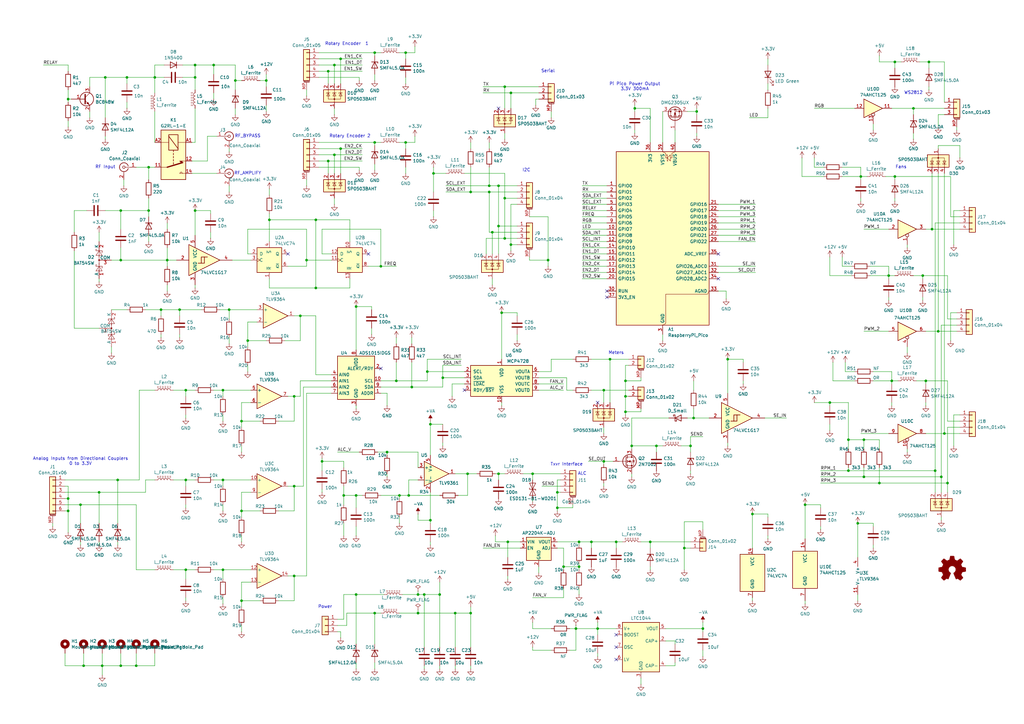
<source format=kicad_sch>
(kicad_sch (version 20231120) (generator "eeschema") (generator_version "8.0")
  (paper "A3")
  (junction (at 87.63 26.67))
  (junction (at 49.53 106.68))
  (junction (at 146.05 125.73))
  (junction (at 171.45 251.46))
  (junction (at 193.04 251.46))
  (junction (at 200.66 78.74))
  (junction (at 27.94 40.64))
  (junction (at 80.01 31.75))
  (junction (at 91.44 233.68))
  (junction (at 204.47 92.71))
  (junction (at 207.01 97.79))
  (junction (at 347.98 180.34))
  (junction (at 99.06 246.38))
  (junction (at 347.98 193.04))
  (junction (at 365.76 156.21))
  (junction (at 308.61 210.82))
  (junction (at 353.06 72.39))
  (junction (at 156.21 109.22))
  (junction (at 378.46 113.03))
  (junction (at 387.35 177.8))
  (junction (at 228.6 201.93))
  (junction (at 146.05 243.84))
  (junction (at 166.37 21.59))
  (junction (at 166.37 58.42))
  (junction (at 52.07 31.75))
  (junction (at 256.54 168.91))
  (junction (at 256.54 156.21))
  (junction (at 109.22 33.02))
  (junction (at 80.01 26.67))
  (junction (at 242.57 222.25))
  (junction (at 66.04 127))
  (junction (at 245.11 257.81))
  (junction (at 340.36 165.1))
  (junction (at 125.73 106.68))
  (junction (at 139.7 60.96))
  (junction (at 177.8 71.12))
  (junction (at 123.19 129.54))
  (junction (at 76.2 160.02))
  (junction (at 34.29 273.05))
  (junction (at 381 25.4))
  (junction (at 168.91 158.75))
  (junction (at 193.04 78.74))
  (junction (at 236.22 257.81))
  (junction (at 200.66 76.2))
  (junction (at 120.65 199.39))
  (junction (at 280.67 224.79))
  (junction (at 186.69 251.46))
  (junction (at 284.48 171.45))
  (junction (at 218.44 194.31))
  (junction (at 99.06 209.55))
  (junction (at 207.01 35.56))
  (junction (at 129.54 90.17))
  (junction (at 27.94 209.55))
  (junction (at 231.14 232.41))
  (junction (at 283.21 182.88))
  (junction (at 205.74 128.27))
  (junction (at 132.08 189.23))
  (junction (at 351.79 214.63))
  (junction (at 167.64 203.2))
  (junction (at 330.2 207.01))
  (junction (at 153.67 58.42))
  (junction (at 247.65 160.02))
  (junction (at 388.62 198.12))
  (junction (at 73.66 127))
  (junction (at 269.24 182.88))
  (junction (at 134.62 29.21))
  (junction (at 180.34 243.84))
  (junction (at 260.35 44.45))
  (junction (at 367.03 25.4))
  (junction (at 33.02 207.01))
  (junction (at 367.03 72.39))
  (junction (at 201.93 95.25))
  (junction (at 76.2 233.68))
  (junction (at 364.49 113.03))
  (junction (at 129.54 118.11))
  (junction (at 158.75 185.42))
  (junction (at 63.5 31.75))
  (junction (at 153.67 21.59))
  (junction (at 288.29 257.81))
  (junction (at 386.08 195.58))
  (junction (at 191.77 194.31))
  (junction (at 101.6 139.7))
  (junction (at 354.33 180.34))
  (junction (at 247.65 189.23))
  (junction (at 139.7 24.13))
  (junction (at 224.79 106.68))
  (junction (at 256.54 162.56))
  (junction (at 146.05 203.2))
  (junction (at 204.47 194.31))
  (junction (at 181.61 154.94))
  (junction (at 93.98 127))
  (junction (at 27.94 204.47))
  (junction (at 120.65 236.22))
  (junction (at 163.83 203.2))
  (junction (at 204.47 76.2))
  (junction (at 379.73 156.21))
  (junction (at 80.01 86.36))
  (junction (at 99.06 172.72))
  (junction (at 48.26 196.85))
  (junction (at 153.67 251.46))
  (junction (at 171.45 243.84))
  (junction (at 176.53 173.99))
  (junction (at 134.62 66.04))
  (junction (at 137.16 26.67))
  (junction (at 173.99 243.84))
  (junction (at 209.55 38.1))
  (junction (at 383.54 193.04))
  (junction (at 237.49 222.25))
  (junction (at 76.2 196.85))
  (junction (at 96.52 33.02))
  (junction (at 49.53 86.36))
  (junction (at 360.68 198.12))
  (junction (at 237.49 232.41))
  (junction (at 209.55 100.33))
  (junction (at 68.58 106.68))
  (junction (at 40.64 201.93))
  (junction (at 137.16 63.5))
  (junction (at 285.75 45.72))
  (junction (at 175.26 152.4))
  (junction (at 354.33 195.58))
  (junction (at 110.49 90.17))
  (junction (at 259.08 182.88))
  (junction (at 91.44 196.85))
  (junction (at 250.19 147.32))
  (junction (at 207.01 81.28))
  (junction (at 91.44 160.02))
  (junction (at 382.27 93.98))
  (junction (at 140.97 203.2))
  (junction (at 384.81 135.89))
  (junction (at 208.28 222.25))
  (junction (at 60.96 68.58))
  (junction (at 162.56 156.21))
  (junction (at 252.73 222.25))
  (junction (at 176.53 213.36))
  (junction (at 49.53 273.05))
  (junction (at 298.45 147.32))
  (junction (at 43.18 31.75))
  (junction (at 266.7 222.25))
  (junction (at 55.88 273.05))
  (junction (at 228.6 208.28))
  (junction (at 374.65 44.45))
  (junction (at 60.96 86.36))
  (junction (at 120.65 162.56))
  (junction (at 41.91 273.05))
  (no_connect (at 248.92 121.92))
  (no_connect (at 294.64 104.14))
  (no_connect (at 252.73 260.35))
  (no_connect (at 294.64 114.3))
  (no_connect (at 151.13 104.14))
  (no_connect (at 252.73 265.43))
  (no_connect (at 190.5 160.02))
  (no_connect (at 245.11 165.1))
  (no_connect (at 252.73 270.51))
  (no_connect (at 118.11 104.14))
  (no_connect (at 204.47 44.45))
  (no_connect (at 248.92 119.38))
  (no_connect (at 156.21 151.13))
  (wire (pts (xy 27.94 40.64) (xy 29.21 40.64)))
  (wire (pts (xy 49.53 101.6) (xy 49.53 106.68)))
  (wire (pts (xy 226.06 147.32) (xy 226.06 152.4)))
  (wire (pts (xy 365.76 156.21) (xy 365.76 157.48)))
  (wire (pts (xy 256.54 168.91) (xy 256.54 170.18)))
  (wire (pts (xy 120.65 246.38) (xy 120.65 236.22)))
  (wire (pts (xy 314.96 210.82) (xy 308.61 210.82)))
  (wire (pts (xy 68.58 101.6) (xy 68.58 106.68)))
  (wire (pts (xy 388.62 172.72) (xy 393.7 172.72)))
  (wire (pts (xy 209.55 38.1) (xy 209.55 44.45)))
  (wire (pts (xy 379.73 156.21) (xy 388.62 156.21)))
  (wire (pts (xy 48.26 196.85) (xy 48.26 214.63)))
  (wire (pts (xy 146.05 166.37) (xy 146.05 167.64)))
  (wire (pts (xy 137.16 44.45) (xy 137.16 46.99)))
  (wire (pts (xy 55.88 233.68) (xy 63.5 233.68)))
  (wire (pts (xy 358.14 214.63) (xy 351.79 214.63)))
  (wire (pts (xy 193.04 78.74) (xy 200.66 78.74)))
  (wire (pts (xy 41.91 273.05) (xy 41.91 276.86)))
  (wire (pts (xy 59.69 127) (xy 66.04 127)))
  (wire (pts (xy 50.8 73.66) (xy 50.8 76.2)))
  (wire (pts (xy 271.78 137.16) (xy 271.78 139.7)))
  (wire (pts (xy 30.48 134.62) (xy 40.64 134.62)))
  (wire (pts (xy 99.06 209.55) (xy 99.06 201.93)))
  (wire (pts (xy 99.06 33.02) (xy 96.52 33.02)))
  (wire (pts (xy 129.54 129.54) (xy 123.19 129.54)))
  (wire (pts (xy 146.05 271.78) (xy 146.05 274.32)))
  (wire (pts (xy 60.96 96.52) (xy 60.96 99.06)))
  (wire (pts (xy 340.36 105.41) (xy 340.36 113.03)))
  (wire (pts (xy 236.22 256.54) (xy 236.22 257.81)))
  (wire (pts (xy 80.01 86.36) (xy 80.01 96.52)))
  (wire (pts (xy 347.98 191.77) (xy 347.98 193.04)))
  (wire (pts (xy 140.97 219.71) (xy 140.97 214.63)))
  (wire (pts (xy 377.19 25.4) (xy 381 25.4)))
  (wire (pts (xy 386.08 212.09) (xy 386.08 213.36)))
  (wire (pts (xy 386.08 133.35) (xy 392.43 133.35)))
  (wire (pts (xy 156.21 109.22) (xy 151.13 109.22)))
  (wire (pts (xy 176.53 173.99) (xy 181.61 173.99)))
  (wire (pts (xy 262.89 156.21) (xy 256.54 156.21)))
  (wire (pts (xy 217.17 105.41) (xy 217.17 106.68)))
  (wire (pts (xy 204.47 194.31) (xy 207.01 194.31)))
  (wire (pts (xy 139.7 60.96) (xy 139.7 71.12)))
  (wire (pts (xy 351.79 214.63) (xy 351.79 228.6)))
  (wire (pts (xy 153.67 58.42) (xy 153.67 59.69)))
  (wire (pts (xy 353.06 177.8) (xy 364.49 177.8)))
  (wire (pts (xy 36.83 35.56) (xy 36.83 31.75)))
  (wire (pts (xy 367.03 25.4) (xy 360.68 25.4)))
  (wire (pts (xy 203.2 219.71) (xy 203.2 222.25)))
  (wire (pts (xy 238.76 91.44) (xy 248.92 91.44)))
  (wire (pts (xy 354.33 191.77) (xy 354.33 195.58)))
  (wire (pts (xy 99.06 201.93) (xy 102.87 201.93)))
  (wire (pts (xy 140.97 203.2) (xy 140.97 207.01)))
  (wire (pts (xy 250.19 147.32) (xy 257.81 147.32)))
  (wire (pts (xy 283.21 182.88) (xy 283.21 185.42)))
  (wire (pts (xy 199.39 97.79) (xy 199.39 104.14)))
  (wire (pts (xy 152.4 134.62) (xy 152.4 137.16)))
  (wire (pts (xy 146.05 243.84) (xy 157.48 243.84)))
  (wire (pts (xy 63.5 26.67) (xy 67.31 26.67)))
  (wire (pts (xy 86.36 86.36) (xy 80.01 86.36)))
  (wire (pts (xy 146.05 243.84) (xy 146.05 264.16)))
  (wire (pts (xy 238.76 99.06) (xy 248.92 99.06)))
  (wire (pts (xy 350.52 152.4) (xy 346.71 152.4)))
  (wire (pts (xy 142.24 256.54) (xy 142.24 251.46)))
  (wire (pts (xy 237.49 222.25) (xy 242.57 222.25)))
  (wire (pts (xy 123.19 156.21) (xy 123.19 162.56)))
  (wire (pts (xy 114.3 246.38) (xy 120.65 246.38)))
  (wire (pts (xy 138.43 185.42) (xy 147.32 185.42)))
  (wire (pts (xy 191.77 203.2) (xy 191.77 194.31)))
  (wire (pts (xy 52.07 41.91) (xy 52.07 44.45)))
  (wire (pts (xy 393.7 86.36) (xy 391.16 86.36)))
  (wire (pts (xy 170.18 19.05) (xy 170.18 21.59)))
  (wire (pts (xy 41.91 273.05) (xy 49.53 273.05)))
  (wire (pts (xy 205.74 165.1) (xy 205.74 166.37)))
  (wire (pts (xy 288.29 213.995) (xy 280.67 213.995)))
  (wire (pts (xy 27.94 209.55) (xy 27.94 218.44)))
  (wire (pts (xy 181.61 154.94) (xy 181.61 158.75)))
  (wire (pts (xy 73.66 137.16) (xy 73.66 138.43)))
  (wire (pts (xy 57.15 196.85) (xy 57.15 160.02)))
  (wire (pts (xy 224.79 106.68) (xy 224.79 109.22)))
  (wire (pts (xy 166.37 31.75) (xy 166.37 34.29)))
  (wire (pts (xy 33.02 207.01) (xy 55.88 207.01)))
  (wire (pts (xy 175.26 152.4) (xy 175.26 147.32)))
  (wire (pts (xy 200.66 76.2) (xy 204.47 76.2)))
  (wire (pts (xy 294.64 93.98) (xy 309.88 93.98)))
  (wire (pts (xy 276.86 53.34) (xy 276.86 58.42)))
  (wire (pts (xy 358.14 156.21) (xy 365.76 156.21)))
  (wire (pts (xy 68.58 106.68) (xy 72.39 106.68)))
  (wire (pts (xy 30.48 102.87) (xy 30.48 134.62)))
  (wire (pts (xy 102.87 104.14) (xy 101.6 104.14)))
  (wire (pts (xy 120.65 209.55) (xy 120.65 199.39)))
  (wire (pts (xy 91.44 160.02) (xy 102.87 160.02)))
  (wire (pts (xy 353.06 72.39) (xy 353.06 73.66)))
  (wire (pts (xy 193.04 60.96) (xy 193.04 58.42)))
  (wire (pts (xy 87.63 160.02) (xy 91.44 160.02)))
  (wire (pts (xy 52.07 127) (xy 45.72 127)))
  (wire (pts (xy 110.49 114.3) (xy 110.49 118.11)))
  (wire (pts (xy 176.53 222.25) (xy 176.53 223.52)))
  (wire (pts (xy 204.47 92.71) (xy 212.09 92.71)))
  (wire (pts (xy 91.44 170.18) (xy 91.44 172.72)))
  (wire (pts (xy 256.54 149.86) (xy 256.54 156.21)))
  (wire (pts (xy 379.73 165.1) (xy 379.73 166.37)))
  (wire (pts (xy 364.49 121.92) (xy 364.49 123.19)))
  (wire (pts (xy 180.34 238.76) (xy 180.34 243.84)))
  (wire (pts (xy 381 25.4) (xy 381 27.94)))
  (wire (pts (xy 60.96 68.58) (xy 60.96 73.66)))
  (wire (pts (xy 200.66 78.74) (xy 200.66 95.25)))
  (wire (pts (xy 379.73 156.21) (xy 379.73 157.48)))
  (wire (pts (xy 106.68 246.38) (xy 99.06 246.38)))
  (wire (pts (xy 140.97 254) (xy 140.97 243.84)))
  (wire (pts (xy 181.61 154.94) (xy 190.5 154.94)))
  (wire (pts (xy 123.19 162.56) (xy 120.65 162.56)))
  (wire (pts (xy 73.66 127) (xy 82.55 127)))
  (wire (pts (xy 367.03 81.28) (xy 367.03 82.55)))
  (wire (pts (xy 200.66 58.42) (xy 200.66 60.96)))
  (wire (pts (xy 26.67 196.85) (xy 48.26 196.85)))
  (wire (pts (xy 147.32 68.58) (xy 147.32 69.85)))
  (wire (pts (xy 138.43 259.08) (xy 139.7 259.08)))
  (wire (pts (xy 257.81 149.86) (xy 256.54 149.86)))
  (wire (pts (xy 226.06 45.72) (xy 226.06 48.26)))
  (wire (pts (xy 280.67 213.995) (xy 280.67 224.79)))
  (wire (pts (xy 33.02 207.01) (xy 33.02 214.63)))
  (wire (pts (xy 48.26 196.85) (xy 57.15 196.85)))
  (wire (pts (xy 353.06 72.39) (xy 355.6 72.39)))
  (wire (pts (xy 198.12 38.1) (xy 209.55 38.1)))
  (wire (pts (xy 132.08 189.23) (xy 132.08 193.04)))
  (wire (pts (xy 259.08 182.88) (xy 259.08 171.45)))
  (wire (pts (xy 224.79 88.9) (xy 224.79 106.68)))
  (wire (pts (xy 358.14 215.9) (xy 358.14 214.63)))
  (wire (pts (xy 109.22 139.7) (xy 101.6 139.7)))
  (wire (pts (xy 284.48 167.64) (xy 284.48 171.45)))
  (wire (pts (xy 163.83 204.47) (xy 163.83 203.2)))
  (wire (pts (xy 212.09 128.27) (xy 205.74 128.27)))
  (wire (pts (xy 156.21 109.22) (xy 162.56 109.22)))
  (wire (pts (xy 288.29 257.81) (xy 288.29 259.08)))
  (wire (pts (xy 156.21 203.2) (xy 163.83 203.2)))
  (wire (pts (xy 308.61 210.82) (xy 308.61 224.79)))
  (wire (pts (xy 367.03 25.4) (xy 367.03 27.94)))
  (wire (pts (xy 110.49 77.47) (xy 110.49 80.01)))
  (wire (pts (xy 80.01 58.42) (xy 78.74 58.42)))
  (wire (pts (xy 43.18 86.36) (xy 49.53 86.36)))
  (wire (pts (xy 85.09 66.04) (xy 85.09 55.88)))
  (wire (pts (xy 110.49 90.17) (xy 110.49 99.06)))
  (wire (pts (xy 382.27 93.98) (xy 393.7 93.98)))
  (wire (pts (xy 130.81 29.21) (xy 134.62 29.21)))
  (wire (pts (xy 40.64 201.93) (xy 40.64 214.63)))
  (wire (pts (xy 153.67 58.42) (xy 156.21 58.42)))
  (wire (pts (xy 17.78 26.67) (xy 27.94 26.67)))
  (wire (pts (xy 313.69 171.45) (xy 322.58 171.45)))
  (wire (pts (xy 118.11 236.22) (xy 120.65 236.22)))
  (wire (pts (xy 214.63 194.31) (xy 218.44 194.31)))
  (wire (pts (xy 220.98 157.48) (xy 231.14 157.48)))
  (wire (pts (xy 91.44 160.02) (xy 91.44 162.56)))
  (wire (pts (xy 228.6 208.28) (xy 228.6 209.55)))
  (wire (pts (xy 175.26 152.4) (xy 190.5 152.4)))
  (wire (pts (xy 283.21 179.07) (xy 288.29 179.07)))
  (wire (pts (xy 99.06 182.88) (xy 99.06 185.42)))
  (wire (pts (xy 212.09 76.2) (xy 204.47 76.2)))
  (wire (pts (xy 101.6 93.98) (xy 125.73 93.98)))
  (wire (pts (xy 142.24 251.46) (xy 153.67 251.46)))
  (wire (pts (xy 193.04 68.58) (xy 193.04 78.74)))
  (wire (pts (xy 388.62 175.26) (xy 393.7 175.26)))
  (wire (pts (xy 40.64 222.25) (xy 40.64 223.52)))
  (wire (pts (xy 294.64 111.76) (xy 309.88 111.76)))
  (wire (pts (xy 139.7 259.08) (xy 139.7 261.62)))
  (wire (pts (xy 165.1 243.84) (xy 171.45 243.84)))
  (wire (pts (xy 125.73 73.66) (xy 125.73 76.2)))
  (wire (pts (xy 247.65 175.26) (xy 247.65 177.8)))
  (wire (pts (xy 308.61 245.11) (xy 308.61 246.38)))
  (wire (pts (xy 236.22 266.7) (xy 236.22 257.81)))
  (wire (pts (xy 387.35 46.99) (xy 384.81 46.99)))
  (wire (pts (xy 388.62 113.03) (xy 388.62 130.81)))
  (wire (pts (xy 238.76 104.14) (xy 248.92 104.14)))
  (wire (pts (xy 238.76 81.28) (xy 248.92 81.28)))
  (wire (pts (xy 238.76 111.76) (xy 248.92 111.76)))
  (wire (pts (xy 80.01 44.45) (xy 80.01 58.42)))
  (wire (pts (xy 393.7 59.69) (xy 393.7 64.77)))
  (wire (pts (xy 285.75 54.61) (xy 285.75 55.88)))
  (wire (pts (xy 281.94 171.45) (xy 284.48 171.45)))
  (wire (pts (xy 228.6 201.93) (xy 229.87 201.93)))
  (wire (pts (xy 256.54 162.56) (xy 256.54 168.91)))
  (wire (pts (xy 80.01 116.84) (xy 80.01 118.11)))
  (wire (pts (xy 132.08 187.96) (xy 132.08 189.23)))
  (wire (pts (xy 124.46 199.39) (xy 120.65 199.39)))
  (wire (pts (xy 304.8 147.32) (xy 298.45 147.32)))
  (wire (pts (xy 204.47 194.31) (xy 204.47 196.85)))
  (wire (pts (xy 137.16 63.5) (xy 148.59 63.5)))
  (wire (pts (xy 391.16 86.36) (xy 391.16 100.33)))
  (wire (pts (xy 266.7 232.41) (xy 266.7 233.68)))
  (wire (pts (xy 114.3 172.72) (xy 120.65 172.72)))
  (wire (pts (xy 208.28 236.22) (xy 208.28 237.49)))
  (wire (pts (xy 279.4 182.88) (xy 283.21 182.88)))
  (wire (pts (xy 242.57 222.25) (xy 252.73 222.25)))
  (wire (pts (xy 358.14 50.8) (xy 358.14 53.34)))
  (wire (pts (xy 76.2 199.39) (xy 76.2 196.85)))
  (wire (pts (xy 48.26 222.25) (xy 48.26 223.52)))
  (wire (pts (xy 247.65 198.12) (xy 247.65 199.39)))
  (wire (pts (xy 234.95 207.01) (xy 234.95 208.28)))
  (wire (pts (xy 360.68 184.15) (xy 360.68 180.34)))
  (wire (pts (xy 231.14 224.79) (xy 231.14 232.41)))
  (wire (pts (xy 201.93 95.25) (xy 201.93 104.14)))
  (wire (pts (xy 285.75 45.72) (xy 281.94 45.72)))
  (wire (pts (xy 374.65 113.03) (xy 378.46 113.03)))
  (wire (pts (xy 134.62 66.04) (xy 134.62 71.12)))
  (wire (pts (xy 205.74 128.27) (xy 205.74 147.32)))
  (wire (pts (xy 384.81 71.12) (xy 384.81 135.89)))
  (wire (pts (xy 27.94 199.39) (xy 27.94 204.47)))
  (wire (pts (xy 347.98 165.1) (xy 347.98 180.34)))
  (wire (pts (xy 304.8 156.21) (xy 304.8 157.48)))
  (wire (pts (xy 364.49 109.22) (xy 364.49 113.03)))
  (wire (pts (xy 147.32 31.75) (xy 147.32 33.02)))
  (wire (pts (xy 91.44 196.85) (xy 91.44 199.39)))
  (wire (pts (xy 168.91 148.59) (xy 168.91 158.75)))
  (wire (pts (xy 87.63 26.67) (xy 87.63 30.48)))
  (wire (pts (xy 26.67 267.97) (xy 26.67 273.05)))
  (wire (pts (xy 158.75 161.29) (xy 158.75 166.37)))
  (wire (pts (xy 314.96 219.71) (xy 314.96 220.98)))
  (wire (pts (xy 86.36 87.63) (xy 86.36 86.36)))
  (wire (pts (xy 40.64 201.93) (xy 59.69 201.93)))
  (wire (pts (xy 245.11 255.27) (xy 245.11 257.81)))
  (wire (pts (xy 163.83 58.42) (xy 166.37 58.42)))
  (wire (pts (xy 140.97 191.77) (xy 140.97 189.23)))
  (wire (pts (xy 280.67 224.79) (xy 283.21 224.79)))
  (wire (pts (xy 34.29 267.97) (xy 34.29 273.05)))
  (wire (pts (xy 130.81 66.04) (xy 134.62 66.04)))
  (wire (pts (xy 55.88 273.05) (xy 55.88 267.97)))
  (wire (pts (xy 259.08 182.88) (xy 269.24 182.88)))
  (wire (pts (xy 78.74 66.04) (xy 85.09 66.04)))
  (wire (pts (xy 234.95 208.28) (xy 228.6 208.28)))
  (wire (pts (xy 186.69 251.46) (xy 186.69 265.43)))
  (wire (pts (xy 383.54 193.04) (xy 383.54 91.44)))
  (wire (pts (xy 167.64 203.2) (xy 167.64 196.85)))
  (wire (pts (xy 40.64 95.25) (xy 40.64 99.06)))
  (wire (pts (xy 129.54 90.17) (xy 129.54 118.11)))
  (wire (pts (xy 294.64 83.82) (xy 309.88 83.82)))
  (wire (pts (xy 171.45 242.57) (xy 171.45 243.84)))
  (wire (pts (xy 391.16 170.18) (xy 393.7 170.18)))
  (wire (pts (xy 288.29 255.27) (xy 288.29 257.81)))
  (wire (pts (xy 354.33 195.58) (xy 336.55 195.58)))
  (wire (pts (xy 132.08 200.66) (xy 132.08 201.93)))
  (wire (pts (xy 60.96 86.36) (xy 60.96 88.9)))
  (wire (pts (xy 288.29 217.17) (xy 288.29 213.995)))
  (wire (pts (xy 156.21 156.21) (xy 162.56 156.21)))
  (wire (pts (xy 220.98 160.02) (xy 231.14 160.02)))
  (wire (pts (xy 140.97 243.84) (xy 146.05 243.84)))
  (wire (pts (xy 124.46 158.75) (xy 124.46 199.39)))
  (wire (pts (xy 190.5 71.12) (xy 207.01 71.12)))
  (wire (pts (xy 231.14 232.41) (xy 231.14 233.68)))
  (wire (pts (xy 193.04 273.05) (xy 193.04 274.32)))
  (wire (pts (xy 218.44 245.11) (xy 231.14 245.11)))
  (wire (pts (xy 367.03 25.4) (xy 369.57 25.4)))
  (wire (pts (xy 120.65 172.72) (xy 120.65 162.56)))
  (wire (pts (xy 80.01 26.67) (xy 80.01 31.75)))
  (wire (pts (xy 99.06 165.1) (xy 102.87 165.1)))
  (wire (pts (xy 238.76 109.22) (xy 248.92 109.22)))
  (wire (pts (xy 356.87 113.03) (xy 364.49 113.03)))
  (wire (pts (xy 285.75 44.45) (xy 285.75 45.72)))
  (wire (pts (xy 367.03 72.39) (xy 367.03 73.66)))
  (wire (pts (xy 153.67 67.31) (xy 153.67 69.85)))
  (wire (pts (xy 273.05 257.81) (xy 288.29 257.81)))
  (wire (pts (xy 266.7 44.45) (xy 266.7 58.42)))
  (wire (pts (xy 341.63 148.59) (xy 341.63 156.21)))
  (wire (pts (xy 372.11 184.15) (xy 372.11 185.42)))
  (wire (pts (xy 78.74 71.12) (xy 88.9 71.12)))
  (wire (pts (xy 87.63 38.1) (xy 87.63 40.64)))
  (wire (pts (xy 173.99 243.84) (xy 180.34 243.84)))
  (wire (pts (xy 173.99 273.05) (xy 173.99 274.32)))
  (wire (pts (xy 340.36 173.99) (xy 340.36 176.53)))
  (wire (pts (xy 364.49 113.03) (xy 364.49 114.3)))
  (wire (pts (xy 180.34 273.05) (xy 180.34 274.32)))
  (wire (pts (xy 353.06 68.58) (xy 353.06 72.39)))
  (wire (pts (xy 294.64 119.38) (xy 297.815 119.38)))
  (wire (pts (xy 186.69 194.31) (xy 191.77 194.31)))
  (wire (pts (xy 340.36 165.1) (xy 334.01 165.1)))
  (wire (pts (xy 186.69 273.05) (xy 186.69 274.32)))
  (wire (pts (xy 91.44 196.85) (xy 102.87 196.85)))
  (wire (pts (xy 134.62 29.21) (xy 148.59 29.21)))
  (wire (pts (xy 139.7 24.13) (xy 139.7 34.29)))
  (wire (pts (xy 389.89 72.39) (xy 367.03 72.39)))
  (wire (pts (xy 158.75 194.31) (xy 158.75 195.58)))
  (wire (pts (xy 27.94 36.83) (xy 27.94 40.64)))
  (wire (pts (xy 106.68 33.02) (xy 109.22 33.02)))
  (wire (pts (xy 162.56 148.59) (xy 162.56 156.21)))
  (wire (pts (xy 381 25.4) (xy 387.35 25.4)))
  (wire (pts (xy 345.44 105.41) (xy 345.44 109.22)))
  (wire (pts (xy 337.82 68.58) (xy 334.01 68.58)))
  (wire (pts (xy 49.53 273.05) (xy 55.88 273.05)))
  (wire (pts (xy 99.06 172.72) (xy 99.06 165.1)))
  (wire (pts (xy 387.35 71.12) (xy 387.35 177.8)))
  (wire (pts (xy 379.73 93.98) (xy 382.27 93.98)))
  (wire (pts (xy 336.55 208.28) (xy 336.55 207.01)))
  (wire (pts (xy 294.64 99.06) (xy 309.88 99.06)))
  (wire (pts (xy 116.84 139.7) (xy 123.19 139.7)))
  (wire (pts (xy 170.18 55.88) (xy 170.18 58.42)))
  (wire (pts (xy 137.16 63.5) (xy 137.16 71.12)))
  (wire (pts (xy 237.49 222.25) (xy 237.49 223.52)))
  (wire (pts (xy 125.73 106.68) (xy 125.73 109.22)))
  (wire (pts (xy 34.29 273.05) (xy 41.91 273.05)))
  (wire (pts (xy 330.2 207.01) (xy 330.2 220.98)))
  (wire (pts (xy 26.67 273.05) (xy 34.29 273.05)))
  (wire (pts (xy 52.07 31.75) (xy 63.5 31.75)))
  (wire (pts (xy 360.68 180.34) (xy 354.33 180.34)))
  (wire (pts (xy 120.65 129.54) (xy 123.19 129.54)))
  (wire (pts (xy 259.08 171.45) (xy 274.32 171.45)))
  (wire (pts (xy 125.73 109.22) (xy 118.11 109.22)))
  (wire (pts (xy 125.73 236.22) (xy 120.65 236.22)))
  (wire (pts (xy 283.21 182.88) (xy 283.21 179.07)))
  (wire (pts (xy 284.48 156.21) (xy 284.48 160.02)))
  (wire (pts (xy 167.64 196.85) (xy 171.45 196.85)))
  (wire (pts (xy 130.81 26.67) (xy 137.16 26.67)))
  (wire (pts (xy 204.47 76.2) (xy 204.47 92.71)))
  (wire (pts (xy 163.83 203.2) (xy 167.64 203.2)))
  (wire (pts (xy 238.76 76.2) (xy 248.92 76.2)))
  (wire (pts (xy 298.45 181.61) (xy 298.45 182.88)))
  (wire (pts (xy 146.05 125.73) (xy 146.05 143.51)))
  (wire (pts (xy 245.11 267.97) (xy 245.11 269.24)))
  (wire (pts (xy 166.37 21.59) (xy 166.37 24.13)))
  (wire (pts (xy 59.69 196.85) (xy 63.5 196.85)))
  (wire (pts (xy 233.68 266.7) (xy 236.22 266.7)))
  (wire (pts (xy 238.76 114.3) (xy 248.92 114.3)))
  (wire (pts (xy 166.37 68.58) (xy 166.37 71.12)))
  (wire (pts (xy 203.2 194.31) (xy 204.47 194.31)))
  (wire (pts (xy 76.2 207.01) (xy 76.2 208.28)))
  (wire (pts (xy 238.76 106.68) (xy 248.92 106.68)))
  (wire (pts (xy 156.21 93.98) (xy 156.21 109.22)))
  (wire (pts (xy 153.67 30.48) (xy 153.67 33.02)))
  (wire (pts (xy 389.89 88.9) (xy 389.89 72.39)))
  (wire (pts (xy 374.65 54.61) (xy 374.65 57.15)))
  (wire (pts (xy 365.76 165.1) (xy 365.76 166.37)))
  (wire (pts (xy 381 35.56) (xy 381 36.83)))
  (wire (pts (xy 130.81 31.75) (xy 147.32 31.75)))
  (wire (pts (xy 247.65 160.02) (xy 257.81 160.02)))
  (wire (pts (xy 181.61 154.94) (xy 181.61 149.86)))
  (wire (pts (xy 43.18 31.75) (xy 43.18 48.26)))
  (wire (pts (xy 247.65 189.23) (xy 247.65 190.5)))
  (wire (pts (xy 55.88 68.58) (xy 60.96 68.58)))
  (wire (pts (xy 130.81 63.5) (xy 137.16 63.5)))
  (wire (pts (xy 99.06 238.76) (xy 102.87 238.76)))
  (wire (pts (xy 351.79 243.84) (xy 351.79 246.38)))
  (wire (pts (xy 336.55 198.12) (xy 360.68 198.12)))
  (wire (pts (xy 228.6 201.93) (xy 228.6 208.28)))
  (wire (pts (xy 387.35 25.4) (xy 387.35 41.91)))
  (wire (pts (xy 71.12 233.68) (xy 76.2 233.68)))
  (wire (pts (xy 158.75 185.42) (xy 158.75 186.69)))
  (wire (pts (xy 237.49 231.14) (xy 237.49 232.41)))
  (wire (pts (xy 93.98 127) (xy 105.41 127)))
  (wire (pts (xy 30.48 86.36) (xy 30.48 95.25)))
  (wire (pts (xy 364.49 113.03) (xy 367.03 113.03)))
  (wire (pts (xy 26.67 209.55) (xy 27.94 209.55)))
  (wire (pts (xy 167.64 203.2) (xy 180.34 203.2)))
  (wire (pts (xy 173.99 243.84) (xy 173.99 265.43)))
  (wire (pts (xy 330.2 246.38) (xy 330.2 247.65)))
  (wire (pts (xy 228.6 222.25) (xy 237.49 222.25)))
  (wire (pts (xy 384.81 59.69) (xy 393.7 59.69)))
  (wire (pts (xy 204.47 104.14) (xy 204.47 92.71)))
  (wire (pts (xy 101.6 139.7) (xy 101.6 142.24)))
  (wire (pts (xy 137.16 26.67) (xy 148.59 26.67)))
  (wire (pts (xy 238.76 96.52) (xy 248.92 96.52)))
  (wire (pts (xy 284.48 171.45) (xy 290.83 171.45)))
  (wire (pts (xy 26.67 199.39) (xy 27.94 199.39)))
  (wire (pts (xy 153.67 21.59) (xy 153.67 22.86)))
  (wire (pts (xy 203.2 222.25) (xy 208.28 222.25)))
  (wire (pts (xy 87.63 26.67) (xy 96.52 26.67)))
  (wire (pts (xy 101.6 139.7) (xy 101.6 132.08)))
  (wire (pts (xy 378.46 121.92) (xy 378.46 123.19)))
  (wire (pts (xy 218.44 204.47) (xy 218.44 205.74)))
  (wire (pts (xy 207.01 97.79) (xy 207.01 81.28)))
  (wire (pts (xy 138.43 254) (xy 140.97 254)))
  (wire (pts (xy 388.62 113.03) (xy 378.46 113.03)))
  (wire (pts (xy 99.06 209.55) (xy 99.06 212.09)))
  (wire (pts (xy 125.73 93.98) (xy 125.73 106.68)))
  (wire (pts (xy 74.93 26.67) (xy 80.01 26.67)))
  (wire (pts (xy 388.62 156.21) (xy 388.62 172.72)))
  (wire (pts (xy 336.55 207.01) (xy 330.2 207.01)))
  (wire (pts (xy 163.83 21.59) (xy 166.37 21.59)))
  (wire (pts (xy 91.44 207.01) (xy 91.44 209.55)))
  (wire (pts (xy 379.73 135.89) (xy 384.81 135.89)))
  (wire (pts (xy 80.01 31.75) (xy 80.01 36.83)))
  (wire (pts (xy 49.53 267.97) (xy 49.53 273.05)))
  (wire (pts (xy 340.36 165.1) (xy 347.98 165.1)))
  (wire (pts (xy 171.45 251.46) (xy 186.69 251.46)))
  (wire (pts (xy 30.48 86.36) (xy 35.56 86.36)))
  (wire (pts (xy 186.69 251.46) (xy 193.04 251.46)))
  (wire (pts (xy 237.49 233.68) (xy 237.49 232.41)))
  (wire (pts (xy 146.05 203.2) (xy 140.97 203.2)))
  (wire (pts (xy 26.67 207.01) (xy 33.02 207.01)))
  (wire (pts (xy 171.45 213.36) (xy 176.53 213.36)))
  (wire (pts (xy 266.7 222.25) (xy 266.7 224.79)))
  (wire (pts (xy 27.94 29.21) (xy 27.94 26.67)))
  (wire (pts (xy 118.11 162.56) (xy 120.65 162.56)))
  (wire (pts (xy 99.06 256.54) (xy 99.06 259.08)))
  (wire (pts (xy 109.22 43.18) (xy 109.22 45.72)))
  (wire (pts (xy 219.71 40.64) (xy 219.71 43.18)))
  (wire (pts (xy 36.83 45.72) (xy 36.83 48.26)))
  (wire (pts (xy 176.53 201.93) (xy 176.53 213.36)))
  (wire (pts (xy 125.73 161.29) (xy 135.89 161.29)))
  (wire (pts (xy 337.82 72.39) (xy 328.93 72.39)))
  (wire (pts (xy 386.08 195.58) (xy 386.08 133.35)))
  (wire (pts (xy 347.98 180.34) (xy 347.98 184.15)))
  (wire (pts (xy 374.65 44.45) (xy 387.35 44.45)))
  (wire (pts (xy 36.83 31.75) (xy 43.18 31.75)))
  (wire (pts (xy 387.35 177.8) (xy 393.7 177.8)))
  (wire (pts (xy 190.5 157.48) (xy 185.42 157.48)))
  (wire (pts (xy 307.34 48.26) (xy 314.96 48.26)))
  (wire (pts (xy 260.35 53.34) (xy 260.35 54.61)))
  (wire (pts (xy 228.6 224.79) (xy 231.14 224.79)))
  (wire (pts (xy 212.09 97.79) (xy 207.01 97.79)))
  (wire (pts (xy 171.45 250.19) (xy 171.45 251.46)))
  (wire (pts (xy 66.04 127) (xy 73.66 127)))
  (wire (pts (xy 256.54 168.91) (xy 262.89 168.91)))
  (wire (pts (xy 85.09 55.88) (xy 88.9 55.88)))
  (wire (pts (xy 49.53 86.36) (xy 60.96 86.36)))
  (wire (pts (xy 129.54 153.67) (xy 129.54 129.54)))
  (wire (pts (xy 256.54 162.56) (xy 257.81 162.56)))
  (wire (pts (xy 374.65 44.45) (xy 374.65 46.99)))
  (wire (pts (xy 163.83 251.46) (xy 171.45 251.46)))
  (wire (pts (xy 99.06 219.71) (xy 99.06 222.25)))
  (wire (pts (xy 236.22 257.81) (xy 245.11 257.81)))
  (wire (pts (xy 328.93 64.77) (xy 328.93 72.39)))
  (wire (pts (xy 262.89 222.25) (xy 266.7 222.25)))
  (wire (pts (xy 101.6 104.14) (xy 101.6 93.98)))
  (wire (pts (xy 177.8 71.12) (xy 182.88 71.12)))
  (wire (pts (xy 177.8 68.58) (xy 177.8 71.12)))
  (wire (pts (xy 182.88 78.74) (xy 193.04 78.74)))
  (wire (pts (xy 76.2 162.56) (xy 76.2 160.02)))
  (wire (pts (xy 171.45 191.77) (xy 171.45 185.42)))
  (wire (pts (xy 57.15 160.02) (xy 63.5 160.02)))
  (wire (pts (xy 129.54 90.17) (xy 110.49 90.17)))
  (wire (pts (xy 76.2 170.18) (xy 76.2 171.45)))
  (wire (pts (xy 273.05 262.89) (xy 276.86 262.89)))
  (wire (pts (xy 33.02 222.25) (xy 33.02 223.52)))
  (wire (pts (xy 238.76 93.98) (xy 248.92 93.98)))
  (wire (pts (xy 232.41 154.94) (xy 232.41 160.02)))
  (wire (pts (xy 233.68 257.81) (xy 236.22 257.81)))
  (wire (pts (xy 91.44 245.11) (xy 91.44 247.65)))
  (wire (pts (xy 156.21 161.29) (xy 158.75 161.29)))
  (wire (pts (xy 389.89 139.7) (xy 389.89 128.27)))
  (wire (pts (xy 152.4 127) (xy 152.4 125.73)))
  (wire (pts (xy 176.53 173.99) (xy 176.53 186.69)))
  (wire (pts (xy 55.88 207.01) (xy 55.88 233.68)))
  (wire (pts (xy 59.69 201.93) (xy 59.69 196.85)))
  (wire (pts (xy 276.86 262.89) (xy 276.86 264.16)))
  (wire (pts (xy 234.95 147.32) (xy 226.06 147.32)))
  (wire (pts (xy 250.19 147.32) (xy 250.19 165.1)))
  (wire (pts (xy 360.68 198.12) (xy 388.62 198.12)))
  (wire (pts (xy 99.06 172.72) (xy 99.06 175.26)))
  (wire (pts (xy 363.22 72.39) (xy 367.03 72.39)))
  (wire (pts (xy 91.44 233.68) (xy 91.44 237.49)))
  (wire (pts (xy 207.01 81.28) (xy 212.09 81.28)))
  (wire (pts (xy 212.09 78.74) (xy 200.66 78.74)))
  (wire (pts (xy 372.11 144.78) (xy 372.11 142.24)))
  (wire (pts (xy 229.87 196.85) (xy 228.6 196.85)))
  (wire (pts (xy 198.12 35.56) (xy 207.01 35.56)))
  (wire (pts (xy 354.33 93.98) (xy 364.49 93.98)))
  (wire (pts (xy 156.21 158.75) (xy 168.91 158.75)))
  (wire (pts (xy 242.57 160.02) (xy 247.65 160.02)))
  (wire (pts (xy 276.86 273.05) (xy 276.86 271.78)))
  (wire (pts (xy 273.05 273.05) (xy 276.86 273.05)))
  (wire (pts (xy 162.56 140.97) (xy 162.56 138.43)))
  (wire (pts (xy 360.68 191.77) (xy 360.68 198.12)))
  (wire (pts (xy 176.53 172.72) (xy 176.53 173.99)))
  (wire (pts (xy 237.49 232.41) (xy 231.14 232.41)))
  (wire (pts (xy 294.64 91.44) (xy 309.88 91.44)))
  (wire (pts (xy 251.46 189.23) (xy 247.65 189.23)))
  (wire (pts (xy 389.89 128.27) (xy 392.43 128.27)))
  (wire (pts (xy 123.19 139.7) (xy 123.19 129.54)))
  (wire (pts (xy 262.89 167.64) (xy 262.89 168.91)))
  (wire (pts (xy 76.2 196.85) (xy 80.01 196.85)))
  (wire (pts (xy 153.67 251.46) (xy 156.21 251.46)))
  (wire (pts (xy 340.36 166.37) (xy 340.36 165.1)))
  (wire (pts (xy 237.49 241.3) (xy 237.49 243.84)))
  (wire (pts (xy 27.94 49.53) (xy 27.94 52.07)))
  (wire (pts (xy 140.97 189.23) (xy 132.08 189.23)))
  (wire (pts (xy 365.76 44.45) (xy 374.65 44.45)))
  (wire (pts (xy 71.12 196.85) (xy 76.2 196.85)))
  (wire (pts (xy 245.11 257.81) (xy 245.11 260.35)))
  (wire (pts (xy 365.76 156.21) (xy 368.3 156.21)))
  (wire (pts (xy 93.98 76.2) (xy 93.98 78.74)))
  (wire (pts (xy 266.7 222.25) (xy 283.21 222.25)))
  (wire (pts (xy 175.26 147.32) (xy 189.23 147.32)))
  (wire (pts (xy 139.7 60.96) (xy 148.59 60.96)))
  (wire (pts (xy 27.94 40.64) (xy 27.94 41.91)))
  (wire (pts (xy 280.67 224.79) (xy 280.67 233.68)))
  (wire (pts (xy 209.55 100.33) (xy 212.09 100.33)))
  (wire (pts (xy 21.59 214.63) (xy 21.59 215.9)))
  (wire (pts (xy 220.98 232.41) (xy 220.98 234.95)))
  (wire (pts (xy 358.14 152.4) (xy 365.76 152.4)))
  (wire (pts (xy 260.35 44.45) (xy 266.7 44.45)))
  (wire (pts (xy 146.05 203.2) (xy 146.05 208.28)))
  (wire (pts (xy 90.17 127) (xy 93.98 127)))
  (wire (pts (xy 314.96 212.09) (xy 314.96 210.82)))
  (wire (pts (xy 384.81 46.99) (xy 384.81 52.07)))
  (wire (pts (xy 247.65 160.02) (xy 247.65 165.1)))
  (wire (pts (xy 209.55 38.1) (xy 220.98 38.1)))
  (wire (pts (xy 256.54 156.21) (xy 256.54 162.56)))
  (wire (pts (xy 345.44 72.39) (xy 353.06 72.39)))
  (wire (pts (xy 294.64 86.36) (xy 309.88 86.36)))
  (wire (pts (xy 388.62 201.93) (xy 388.62 198.12)))
  (wire (pts (xy 110.49 118.11) (xy 129.54 118.11)))
  (wire (pts (xy 238.76 78.74) (xy 248.92 78.74)))
  (wire (pts (xy 200.66 68.58) (xy 200.66 76.2)))
  (wire (pts (xy 146.05 215.9) (xy 146.05 219.71)))
  (wire (pts (xy 63.5 273.05) (xy 55.88 273.05)))
  (wire (pts (xy 365.76 152.4) (xy 365.76 156.21)))
  (wire (pts (xy 209.55 83.82) (xy 209.55 100.33)))
  (wire (pts (xy 130.81 68.58) (xy 147.32 68.58)))
  (wire (pts (xy 87.63 233.68) (xy 91.44 233.68)))
  (wire (pts (xy 238.76 83.82) (xy 248.92 83.82)))
  (wire (pts (xy 217.17 106.68) (xy 224.79 106.68)))
  (wire (pts (xy 129.54 118.11) (xy 143.51 118.11)))
  (wire (pts (xy 181.61 181.61) (xy 181.61 182.88)))
  (wire (pts (xy 382.27 71.12) (xy 382.27 93.98)))
  (wire (pts (xy 218.44 266.7) (xy 226.06 266.7)))
  (wire (pts (xy 52.07 31.75) (xy 52.07 34.29)))
  (wire (pts (xy 125.73 161.29) (xy 125.73 236.22)))
  (wire (pts (xy 391.16 182.88) (xy 391.16 170.18)))
  (wire (pts (xy 125.73 36.83) (xy 125.73 39.37)))
  (wire (pts (xy 76.2 233.68) (xy 80.01 233.68)))
  (wire (pts (xy 118.11 199.39) (xy 120.65 199.39)))
  (wire (pts (xy 73.66 127) (xy 73.66 129.54)))
  (wire (pts (xy 137.16 26.67) (xy 137.16 34.29)))
  (wire (pts (xy 101.6 132.08) (xy 105.41 132.08)))
  (wire (pts (xy 138.43 256.54) (xy 142.24 256.54)))
  (wire (pts (xy 106.68 172.72) (xy 99.06 172.72)))
  (wire (pts (xy 153.67 251.46) (xy 153.67 264.16)))
  (wire (pts (xy 372.11 100.33) (xy 372.11 101.6)))
  (wire (pts (xy 171.45 185.42) (xy 158.75 185.42)))
  (wire (pts (xy 87.63 196.85) (xy 91.44 196.85)))
  (wire (pts (xy 134.62 66.04) (xy 148.59 66.04)))
  (wire (pts (xy 232.41 160.02) (xy 234.95 160.02)))
  (wire (pts (xy 80.01 26.67) (xy 87.63 26.67)))
  (wire (pts (xy 109.22 33.02) (xy 109.22 35.56)))
  (wire (pts (xy 152.4 125.73) (xy 146.05 125.73)))
  (wire (pts (xy 40.64 114.3) (xy 40.64 115.57)))
  (wire (pts (xy 114.3 209.55) (xy 120.65 209.55)))
  (wire (pts (xy 262.89 154.94) (xy 262.89 156.21)))
  (wire (pts (xy 60.96 68.58) (xy 63.5 68.58)))
  (wire (pts (xy 74.93 31.75) (xy 80.01 31.75)))
  (wire (pts (xy 99.06 246.38) (xy 99.06 238.76)))
  (wire (pts (xy 60.96 81.28) (xy 60.96 86.36)))
  (wire (pts (xy 132.08 104.14) (xy 132.08 93.98)))
  (wire (pts (xy 168.91 158.75) (xy 181.61 158.75)))
  (wire (pts (xy 228.6 196.85) (xy 228.6 201.93)))
  (wire (pts (xy 314.96 24.13) (xy 314.96 26.67)))
  (wire (pts (xy 201.93 95.25) (xy 212.09 95.25)))
  (wire (pts (xy 26.67 204.47) (xy 27.94 204.47)))
  (wire (pts (xy 148.59 203.2) (xy 146.05 203.2)))
  (wire (pts (xy 220.98 40.64) (xy 219.71 40.64)))
  (wire (pts (xy 218.44 194.31) (xy 218.44 196.85)))
  (wire (pts (xy 226.06 152.4) (xy 220.98 152.4)))
  (wire (pts (xy 383.54 91.44) (xy 393.7 91.44)))
  (wire (pts (xy 245.11 257.81) (xy 252.73 257.81)))
  (wire (pts (xy 358.14 223.52) (xy 358.14 224.79)))
  (wire (pts (xy 208.28 222.25) (xy 208.28 228.6)))
  (wire (pts (xy 260.35 44.45) (xy 260.35 45.72)))
  (wire (pts (xy 388.62 198.12) (xy 388.62 175.26)))
  (wire (pts (xy 130.81 58.42) (xy 153.67 58.42)))
  (wire (pts (xy 63.5 38.1) (xy 63.5 31.75)))
  (wire (pts (xy 27.94 204.47) (xy 27.94 209.55)))
  (wire (pts (xy 200.66 95.25) (xy 201.93 95.25)))
  (wire (pts (xy 379.73 177.8) (xy 387.35 177.8)))
  (wire (pts (xy 63.5 267.97) (xy 63.5 273.05)))
  (wire (pts (xy 45.72 142.24) (xy 45.72 144.78)))
  (wire (pts (xy 163.83 212.09) (xy 163.83 214.63)))
  (wire (pts (xy 294.64 109.22) (xy 309.88 109.22)))
  (wire (pts (xy 208.28 222.25) (xy 213.36 222.25)))
  (wire (pts (xy 187.96 203.2) (xy 191.77 203.2)))
  (wire (pts (xy 130.81 24.13) (xy 139.7 24.13)))
  (wire (pts (xy 135.89 104.14) (xy 132.08 104.14)))
  (wire (pts (xy 191.77 194.31) (xy 195.58 194.31)))
  (wire (pts (xy 68.58 116.84) (xy 68.58 119.38)))
  (wire (pts (xy 298.45 147.32) (xy 298.45 161.29)))
  (wire (pts (xy 260.35 43.18) (xy 260.35 44.45)))
  (wire (pts (xy 143.51 90.17) (xy 129.54 90.17)))
  (wire (pts (xy 218.44 257.81) (xy 226.06 257.81)))
  (wire (pts (xy 297.815 119.38) (xy 297.815 122.555)))
  (wire (pts (xy 218.44 194.31) (xy 229.87 194.31)))
  (wire (pts (xy 110.49 87.63) (xy 110.49 90.17)))
  (wire (pts (xy 63.5 45.72) (xy 63.5 58.42)))
  (wire (pts (xy 354.33 180.34) (xy 354.33 184.15)))
  (wire (pts (xy 231.14 241.3) (xy 231.14 245.11)))
  (wire (pts (xy 63.5 31.75) (xy 63.5 26.67)))
  (wire (pts (xy 135.89 153.67) (xy 129.54 153.67)))
  (wire (pts (xy 294.64 96.52) (xy 309.88 96.52)))
  (wire (pts (xy 386.08 195.58) (xy 354.33 195.58)))
  (wire (pts (xy 93.98 127) (xy 93.98 130.81)))
  (wire (pts (xy 271.78 45.72) (xy 271.78 58.42)))
  (wire (pts (xy 123.19 156.21) (xy 135.89 156.21)))
  (wire (pts (xy 207.01 35.56) (xy 207.01 44.45)))
  (wire (pts (xy 63.5 31.75) (xy 67.31 31.75)))
  (wire (pts (xy 304.8 148.59) (xy 304.8 147.32)))
  (wire (pts (xy 91.44 233.68) (xy 102.87 233.68)))
  (wire (pts (xy 106.68 209.55) (xy 99.06 209.55)))
  (wire (pts (xy 212.09 129.54) (xy 212.09 128.27)))
  (wire (pts (xy 207.01 81.28) (xy 207.01 71.12)))
  (wire (pts (xy 393.7 88.9) (xy 389.89 88.9)))
  (wire (pts (xy 176.53 213.36) (xy 176.53 214.63)))
  (wire (pts (xy 76.2 237.49) (xy 76.2 233.68)))
  (wire (pts (xy 26.67 201.93) (xy 40.64 201.93)))
  (wire (pts (xy 283.21 193.04) (xy 283.21 194.31)))
  (wire (pts (xy 212.09 137.16) (xy 212.09 139.7)))
  (wire (pts (xy 177.8 86.36) (xy 177.8 88.9)))
  (wire (pts (xy 334.01 44.45) (xy 350.52 44.45)))
  (wire (pts (xy 99.06 246.38) (xy 99.06 248.92)))
  (wire (pts (xy 269.24 182.88) (xy 269.24 185.42)))
  (wire (pts (xy 242.57 147.32) (xy 250.19 147.32)))
  (wire (pts (xy 76.2 245.11) (xy 76.2 246.38)))
  (wire (pts (xy 354.33 135.89) (xy 364.49 135.89)))
  (wire (pts (xy 259.08 184.15) (xy 259.08 182.88)))
  (wire (pts (xy 43.18 55.88) (xy 43.18 57.15)))
  (wire (pts (xy 93.98 60.96) (xy 93.98 62.23)))
  (wire (pts (xy 71.12 160.02) (xy 76.2 160.02)))
  (wire (pts (xy 153.67 271.78) (xy 153.67 274.32)))
  (wire (pts (xy 181.61 149.86) (xy 189.23 149.86)))
  (wire (pts (xy 49.53 106.68) (xy 68.58 106.68)))
  (wire (pts (xy 49.53 86.36) (xy 49.53 93.98)))
  (wire (pts (xy 125.73 106.68) (xy 135.89 106.68)))
  (wire (pts (xy 66.04 137.16) (xy 66.04 138.43)))
  (wire (pts (xy 41.91 267.97) (xy 41.91 273.05)))
  (wire (pts (xy 252.73 222.25) (xy 255.27 222.25)))
  (wire (pts (xy 392.43 52.07) (xy 392.43 53.34)))
  (wire (pts (xy 383.54 193.04) (xy 347.98 193.04)))
  (wire (pts (xy 314.96 34.29) (xy 314.96 36.83)))
  (wire (pts (xy 354.33 180.34) (xy 347.98 180.34)))
  (wire (pts (xy 68.58 91.44) (xy 68.58 93.98)))
  (wire (pts (xy 356.87 109.22) (xy 364.49 109.22)))
  (wire (pts (xy 137.16 81.28) (xy 137.16 83.82)))
  (wire (pts (xy 353.06 81.28) (xy 353.06 82.55)))
  (wire (pts (xy 262.89 278.13) (xy 262.89 280.67)))
  (wire (pts (xy 185.42 157.48) (xy 185.42 162.56)))
  (wire (pts (xy 171.45 210.82) (xy 171.45 213.36)))
  (wire (pts (xy 143.51 118.11) (xy 143.51 114.3)))
  (wire (pts (xy 314.96 44.45) (xy 314.96 48.26)))
  (wire (pts (xy 242.57 224.79) (xy 242.57 222.25)))
  (wire (pts (xy 346.71 148.59) (xy 346.71 152.4)))
  (wire (pts (xy 124.46 158.75) (xy 135.89 158.75)))
  (wire (pts (xy 347.98 193.04) (xy 336.55 193.04)))
  (wire (pts (xy 241.3 189.23) (xy 247.65 189.23)))
  (wire (pts (xy 345.44 68.58) (xy 353.06 68.58)))
  (wire (pts (xy 96.52 26.67) (xy 96.52 33.02)))
  (wire (pts (xy 66.04 127) (xy 66.04 129.54)))
  (wire (pts (xy 140.97 199.39) (xy 140.97 203.2)))
  (wire (pts (xy 45.72 106.68) (xy 49.53 106.68)))
  (wire (pts (xy 130.81 21.59) (xy 153.67 21.59)))
  (wire (pts (xy 76.2 160.02) (xy 80.01 160.02)))
  (wire (pts (xy 162.56 156.21) (xy 175.26 156.21)))
  (wire (pts (xy 207.01 97.79) (xy 199.39 97.79)))
  (wire (pts (xy 334.01 64.77) (xy 334.01 68.58)))
  (wire (pts (xy 109.22 30.48) (xy 109.22 33.02)))
  (wire (pts (xy 96.52 33.02) (xy 96.52 36.83)))
  (wire (pts (xy 95.25 106.68) (xy 102.87 106.68)))
  (wire (pts (xy 132.08 93.98) (xy 156.21 93.98)))
  (wire (pts (xy 101.6 149.86) (xy 101.6 152.4)))
  (wire (pts (xy 288.29 266.7) (xy 288.29 269.24)))
  (wire (pts (xy 269.24 182.88) (xy 271.78 182.88)))
  (wire (pts (xy 252.73 222.25) (xy 252.73 224.79)))
  (wire (pts (xy 285.75 45.72) (xy 285.75 46.99)))
  (wire (pts (xy 349.25 113.03) (xy 340.36 113.03)))
  (wire (pts (xy 166.37 58.42) (xy 170.18 58.42)))
  (wire (pts (xy 238.76 86.36) (xy 248.92 86.36)))
  (wire (pts (xy 201.93 114.3) (xy 201.93 116.84)))
  (wire (pts (xy 294.64 88.9) (xy 309.88 88.9)))
  (wire (pts (xy 222.25 199.39) (xy 229.87 199.39)))
  (wire (pts (xy 384.81 60.96) (xy 384.81 59.69)))
  (wire (pts (xy 388.62 130.81) (xy 392.43 130.81)))
  (wire (pts (xy 158.75 185.42) (xy 154.94 185.42)))
  (wire (pts (xy 134.62 29.21) (xy 134.62 34.29)))
  (wire (pts (xy 96.52 44.45) (xy 96.52 46.99)))
  (wire (pts (xy 218.44 265.43) (xy 218.44 266.7)))
  (wire (pts (xy 336.55 215.9) (xy 336.55 217.17)))
  (wire (pts (xy 207.01 35.56) (xy 220.98 35.56)))
  (wire (pts (xy 209.55 100.33) (xy 209.55 102.87)))
  (wire (pts (xy 375.92 156.21) (xy 379.73 156.21)))
  (wire (pts (xy 180.34 243.84) (xy 180.34 265.43)))
  (wire (pts (xy 238.76 101.6) (xy 248.92 101.6)))
  (wire (pts (xy 166.37 21.59) (xy 170.18 21.59)))
  (wire (pts (xy 259.08 194.31) (xy 259.08 195.58)))
  (wire (pts (xy 383.54 201.93) (xy 383.54 193.04)))
  (wire (pts (xy 153.67 21.59) (xy 156.21 21.59)))
  (wire (pts (xy 384.81 135.89) (xy 392.43 135.89)))
  (wire (pts (xy 349.25 109.22) (xy 345.44 109.22)))
  (wire (pts (xy 130.81 60.96) (xy 139.7 60.96)))
  (wire (pts (xy 212.09 83.82) (xy 209.55 83.82)))
  (wire (pts (xy 93.98 138.43) (xy 93.98 140.97)))
  (wire (pts (xy 193.04 251.46) (xy 193.04 265.43)))
  (wire (pts (xy 171.45 243.84) (xy 173.99 243.84)))
  (wire (pts (xy 139.7 24.13) (xy 148.59 24.13)))
  (wire (pts (xy 198.12 224.79) (xy 213.36 224.79)))
  (wire (pts (xy 378.46 113.03) (xy 378.46 114.3)))
  (wire (pts (xy 86.36 95.25) (xy 86.36 97.79)))
  (wire (pts (xy 220.98 154.94) (xy 232.41 154.94)))
  (wire (pts (xy 143.51 99.06) (xy 143.51 90.17)))
  (wire (pts (xy 217.17 88.9) (xy 224.79 88.9)))
  (wire (pts (xy 360.68 22.86) (xy 360.68 25.4)))
  (wire (pts (xy 43.18 31.75) (xy 52.07 31.75)))
  (wire (pts (xy 248.92 88.9) (xy 238.76 88.9)))
  (wire (pts (xy 218.44 255.27) (xy 218.44 257.81)))
  (wire (pts (xy 182.88 76.2) (xy 200.66 76.2)))
  (wire (pts (xy 175.26 152.4) (xy 175.26 156.21)))
  (wire (pts (xy 350.52 156.21) (xy 341.63 156.21)))
  (wire (pts (xy 166.37 58.42) (xy 166.37 60.96)))
  (wire (pts (xy 177.8 71.12) (xy 177.8 78.74)))
  (wire (pts (xy 207.01 54.61) (xy 207.01 57.15)))
  (wire (pts (xy 168.91 138.43) (xy 168.91 140.97)))
  (wire (pts (xy 193.04 248.92) (xy 193.04 251.46)))
  (wire (pts (xy 68.58 106.68) (xy 68.58 109.22)))
  (wire (pts (xy 386.08 201.93) (xy 386.08 195.58)))
  (text "Rotary Encoder 2\n" (at 143.51 55.88 0) (effects (font (size 1.27 1.27))))
  (text "RF Input" (at 43.18 68.58 0) (effects (font (size 1.27 1.27))))
  (text "Fans\n" (at 369.57 68.58 0) (effects (font (size 1.27 1.27))))
  (text "Txvr Interface\n" (at 232.41 190.5 0) (effects (font (size 1.27 1.27))))
  (text "ALC" (at 238.76 194.31 0) (effects (font (size 1.27 1.27))))
  (text "RF_BYPASS\n" (at 101.6 55.88 0) (effects (font (size 1.27 1.27))))
  (text "Serial" (at 224.79 29.21 0) (effects (font (size 1.27 1.27))))
  (text "RF_AMPLIFY\n" (at 101.6 71.12 0) (effects (font (size 1.27 1.27))))
  (text "Rotary Encoder  1\n\n" (at 142.24 19.05 0) (effects (font (size 1.27 1.27))))
  (text "Analog Inputs from Directional Couplers\n0 to 3.3V\n" (at 33.02 189.23 0) (effects (font (size 1.27 1.27))))
  (text "Power" (at 133.35 248.92 0) (effects (font (size 1.27 1.27))))
  (text "Meters\n" (at 252.73 144.78 0) (effects (font (size 1.27 1.27))))
  (text "WS2812" (at 374.65 38.1 0) (effects (font (size 1.27 1.27))))
  (text "Pi Pico Power Output\n3.3V 300mA" (at 260.35 35.56 0) (effects (font (size 1.27 1.27))))
  (text "I2C\n" (at 215.9 69.85 0) (effects (font (size 1.27 1.27))))
  (label "EN1_CK" (at 238.76 101.6 0))
  (label "TX" (at 238.76 76.2 0))
  (label "EN1_SW" (at 238.76 106.68 0))
  (label "FAN_V" (at 231.14 157.48 180))
  (label "RPM_2" (at 309.88 93.98 180))
  (label "LED" (at 238.76 93.98 0))
  (label "EN2_CK" (at 238.76 109.22 0))
  (label "EN1_DT" (at 148.59 26.67 180))
  (label "SEND" (at 288.29 179.07 180))
  (label "SCL_INT" (at 238.76 99.06 0))
  (label "ALC_V" (at 138.43 185.42 0))
  (label "EN2_SW" (at 148.59 66.04 180))
  (label "RGB" (at 238.76 91.44 0))
  (label "SE_IN" (at 309.88 109.22 180))
  (label "PWM_2" (at 309.88 86.36 180))
  (label "PWM_3" (at 309.88 88.9 180))
  (label "FAN_EN" (at 198.12 224.79 0))
  (label "SE_IN" (at 322.58 171.45 180))
  (label "PWM_3" (at 353.06 177.8 0))
  (label "SDA_EXT" (at 238.76 81.28 0))
  (label "PWM_1" (at 354.33 93.98 0))
  (label "RPM_1" (at 309.88 91.44 180))
  (label "SDA_INT" (at 238.76 96.52 0))
  (label "FAN_V" (at 218.44 245.11 0))
  (label "EN1_DT" (at 238.76 104.14 0))
  (label "RPM_2" (at 336.55 195.58 0))
  (label "RX" (at 238.76 78.74 0))
  (label "EN1_SW" (at 148.59 29.21 180))
  (label "FREQ" (at 162.56 109.22 180))
  (label "SE_OUT" (at 241.3 189.23 0))
  (label "SCL_INT" (at 189.23 147.32 180))
  (label "EN2_SW" (at 238.76 114.3 0))
  (label "RX" (at 198.12 38.1 0))
  (label "SE_OUT" (at 309.88 111.76 180))
  (label "SDA_EXT" (at 182.88 78.74 0))
  (label "RELAY" (at 17.78 26.67 0))
  (label "RGB" (at 334.01 44.45 0))
  (label "FREQ" (at 238.76 88.9 0))
  (label "FAN_EN" (at 309.88 99.06 180))
  (label "PWM_1" (at 309.88 83.82 180))
  (label "RPM_1" (at 336.55 193.04 0))
  (label "ALC_V" (at 231.14 160.02 180))
  (label "EN2_CK" (at 148.59 60.96 180))
  (label "EN2_DT" (at 148.59 63.5 180))
  (label "SDA_INT" (at 189.23 149.86 180))
  (label "RPM_3" (at 336.55 198.12 0))
  (label "EN2_DT" (at 238.76 111.76 0))
  (label "EN1_CK" (at 148.59 24.13 180))
  (label "SCL_EXT" (at 238.76 83.82 0))
  (label "RPM_3" (at 309.88 96.52 180))
  (label "PWM_2" (at 354.33 135.89 0))
  (label "LED" (at 307.34 48.26 0))
  (label "SEND" (at 222.25 199.39 0))
  (label "SCL_EXT" (at 182.88 76.2 0))
  (label "TX" (at 198.12 35.56 0))
  (label "RELAY" (at 238.76 86.36 0))
  (symbol (lib_id "Diode:1N5400") (at 71.12 26.67 0) (mirror y) (unit 1)
    (property "Reference" "D8" (at 71.12 21.2555 0))
    (property "Value" "1N5400" (at 71.12 23.6798 0))
    (property "Footprint" "Diode_SMD:D_SOD-123" (effects (hide yes)))
    (property "Datasheet" "http://www.vishay.com/docs/88516/1n5400.pdf" (effects (hide yes)))
    (property "Description" "50V 3A General Purpose Rectifier Diode, DO-201AD" (effects (hide yes)))
    (property "Sim.Device" "D" (effects (hide yes)))
    (property "Sim.Pins" "1=K 2=A" (effects (hide yes)))
  )
  (symbol (lib_id "power:+3.3V") (at 68.58 91.44 0) (unit 1)
    (property "Reference" "#PWR015" (effects (hide yes)))
    (property "Value" "+3.3V" (at 68.58 87.3069 0))
    (property "Description" "Power symbol creates a global label with name \"+3.3V\"" (effects (hide yes)))
  )
  (symbol (lib_id "Device:R") (at 110.49 209.55 90) (unit 1)
    (property "Reference" "R23" (at 106.68 207.645 90))
    (property "Value" "10k" (at 114.3 207.645 90))
    (property "Footprint" "Resistor_SMD:R_0603_1608Metric" (effects (hide yes)))
    (property "Description" "Resistor" (effects (hide yes)))
  )
  (symbol (lib_id "Mechanical:MountingHole_Pad") (at 55.88 265.43 0) (unit 1) (exclude_from_sim yes) (in_bom no)
    (property "Reference" "H5" (at 58.42 262.9478 0) (effects (justify left)))
    (property "Value" "MountingHole_Pad" (at 58.42 265.3721 0) (effects (justify left)))
    (property "Footprint" "MountingHole:MountingHole_3.2mm_M3_DIN965_Pad" (effects (hide yes)))
    (property "Description" "Mounting Hole with connection" (effects (hide yes)))
  )
  (symbol (lib_id "power:+5V") (at 218.44 255.27 0) (unit 1)
    (property "Reference" "#PWR087" (effects (hide yes)))
    (property "Value" "+5V" (at 218.44 251.1369 0))
    (property "Description" "Power symbol creates a global label with name \"+5V\"" (effects (hide yes)))
  )
  (symbol (lib_id "Device:C") (at 86.36 91.44 0) (unit 1)
    (property "Reference" "C9" (at 89.281 90.2278 0) (effects (justify left)))
    (property "Value" "10n" (at 89.281 92.6521 0) (effects (justify left)))
    (property "Footprint" "Capacitor_SMD:C_0603_1608Metric" (effects (hide yes)))
    (property "Description" "Unpolarized capacitor" (effects (hide yes)))
  )
  (symbol (lib_id "Device:L_Ferrite") (at 160.02 58.42 90) (unit 1)
    (property "Reference" "L10" (at 160.02 52.8785 90))
    (property "Value" "L_Ferrite" (at 160.02 55.3028 90))
    (property "Footprint" "Inductor_SMD:L_0603_1608Metric" (effects (hide yes)))
    (property "Description" "Inductor with ferrite core" (effects (hide yes)))
  )
  (symbol (lib_id "Device:R") (at 353.06 109.22 90) (unit 1)
    (property "Reference" "R47" (at 347.98 107.95 90))
    (property "Value" "NF" (at 358.14 107.95 90))
    (property "Footprint" "Resistor_SMD:R_0603_1608Metric" (effects (hide yes)))
    (property "Description" "Resistor" (effects (hide yes)))
  )
  (symbol (lib_id "Device:R") (at 168.91 144.78 0) (unit 1)
    (property "Reference" "R33" (at 170.688 143.5678 0) (effects (justify left)))
    (property "Value" "4k7" (at 170.688 145.9921 0) (effects (justify left)))
    (property "Footprint" "Resistor_SMD:R_0603_1608Metric" (effects (hide yes)))
    (property "Description" "Resistor" (effects (hide yes)))
  )
  (symbol (lib_id "power:GND") (at 21.59 215.9 0) (unit 1)
    (property "Reference" "#PWR0155" (effects (hide yes)))
    (property "Value" "GND" (at 21.59 220.0331 0))
    (property "Description" "Power symbol creates a global label with name \"GND\" , ground" (effects (hide yes)))
  )
  (symbol (lib_id "power:GND") (at 288.29 269.24 0) (unit 1)
    (property "Reference" "#PWR0113" (effects (hide yes)))
    (property "Value" "GND" (at 288.29 273.3731 0))
    (property "Description" "Power symbol creates a global label with name \"GND\" , ground" (effects (hide yes)))
  )
  (symbol (lib_id "power:+3.3V") (at 360.68 22.86 0) (unit 1)
    (property "Reference" "#PWR0136" (effects (hide yes)))
    (property "Value" "+5V" (at 360.68 18.7269 0))
    (property "Description" "Power symbol creates a global label with name \"+3.3V\"" (effects (hide yes)))
  )
  (symbol (lib_id "Diode:ESD5Zxx") (at 374.65 50.8 270) (unit 1)
    (property "Reference" "D24" (at 376.682 49.5878 90) (effects (justify left)))
    (property "Value" "SMF4L5.0A" (at 376.682 52.0121 90) (effects (justify left)))
    (property "Footprint" "Diode_SMD:D_SOD-523" (effects (hide yes)))
    (property "Datasheet" "https://www.onsemi.com/pdf/datasheet/esd5z2.5t1-d.pdf" (effects (hide yes)))
    (property "Description" "ESD Protection Diode, SOD-523" (effects (hide yes)))
  )
  (symbol (lib_id "Device:L_Ferrite") (at 102.87 33.02 90) (unit 1)
    (property "Reference" "L6" (at 102.87 27.4785 90))
    (property "Value" "L_Ferrite" (at 102.87 29.9028 90))
    (property "Footprint" "Inductor_SMD:L_0603_1608Metric" (effects (hide yes)))
    (property "Description" "Inductor with ferrite core" (effects (hide yes)))
  )
  (symbol (lib_id "power:GND") (at 158.75 166.37 0) (unit 1)
    (property "Reference" "#PWR054" (effects (hide yes)))
    (property "Value" "GND" (at 158.75 170.5031 0))
    (property "Description" "Power symbol creates a global label with name \"GND\" , ground" (effects (hide yes)))
  )
  (symbol (lib_id "power:GND") (at 91.44 172.72 0) (unit 1)
    (property "Reference" "#PWR025" (effects (hide yes)))
    (property "Value" "GND" (at 91.44 176.8531 0))
    (property "Description" "Power symbol creates a global label with name \"GND\" , ground" (effects (hide yes)))
  )
  (symbol (lib_id "power:GND") (at 45.72 144.78 0) (unit 1)
    (property "Reference" "#PWR09" (effects (hide yes)))
    (property "Value" "GND" (at 45.72 148.9131 0))
    (property "Description" "Power symbol creates a global label with name \"GND\" , ground" (effects (hide yes)))
  )
  (symbol (lib_id "Device:C") (at 109.22 39.37 0) (unit 1)
    (property "Reference" "C11" (at 111.76 36.83 0) (effects (justify left)))
    (property "Value" "100n" (at 112.141 40.5821 0) (effects (justify left)))
    (property "Footprint" "Capacitor_SMD:C_0603_1608Metric" (effects (hide yes)))
    (property "Description" "Unpolarized capacitor" (effects (hide yes)))
  )
  (symbol (lib_id "Connector:Conn_Coaxial") (at 50.8 68.58 0) (mirror y) (unit 1)
    (property "Reference" "J2" (at 51.1174 62.6089 0))
    (property "Value" "Conn_Coaxial" (at 51.1174 65.0332 0))
    (property "Footprint" "HF_PA:SMA_Samtec_SMA-J-P-X-ST-EM1_EdgeMount" (effects (hide yes)))
    (property "Description" "coaxial connector (BNC, SMA, SMB, SMC, Cinch/RCA, LEMO, ...)" (effects (hide yes)))
  )
  (symbol (lib_id "power:GND") (at 224.79 109.22 0) (unit 1)
    (property "Reference" "#PWR0158" (effects (hide yes)))
    (property "Value" "GND" (at 224.79 113.3531 0))
    (property "Description" "Power symbol creates a global label with name \"GND\" , ground" (effects (hide yes)))
  )
  (symbol (lib_id "power:+3.3V") (at 146.05 125.73 0) (unit 1)
    (property "Reference" "#PWR045" (effects (hide yes)))
    (property "Value" "+3.3V" (at 146.05 121.5969 0))
    (property "Description" "Power symbol creates a global label with name \"+3.3V\"" (effects (hide yes)))
  )
  (symbol (lib_id "74xx:74AHCT125") (at 330.2 233.68 0) (unit 5)
    (property "Reference" "U10" (at 336.042 232.4678 0) (effects (justify left)))
    (property "Value" "74AHCT125" (at 336.042 234.8921 0) (effects (justify left)))
    (property "Footprint" "Package_SO:TSSOP-14_4.4x5mm_P0.65mm" (effects (hide yes)))
    (property "Datasheet" "https://www.ti.com/lit/ds/symlink/sn74ahct125.pdf" (effects (hide yes)))
    (property "Description" "Quadruple Bus Buffer Gates With 3-State Outputs" (effects (hide yes)))
  )
  (symbol (lib_id "Device:C") (at 180.34 269.24 0) (unit 1)
    (property "Reference" "C19" (at 176.53 266.7 0) (effects (justify left)))
    (property "Value" "10n" (at 180.34 271.78 0) (effects (justify left)))
    (property "Footprint" "Capacitor_SMD:C_0603_1608Metric" (effects (hide yes)))
    (property "Description" "Unpolarized capacitor" (effects (hide yes)))
  )
  (symbol (lib_id "power:GND") (at 68.58 119.38 0) (unit 1)
    (property "Reference" "#PWR016" (effects (hide yes)))
    (property "Value" "GND" (at 68.58 123.5131 0))
    (property "Description" "Power symbol creates a global label with name \"GND\" , ground" (effects (hide yes)))
  )
  (symbol (lib_id "Device:C") (at 367.03 31.75 0) (unit 1)
    (property "Reference" "C43" (at 369.951 30.5378 0) (effects (justify left)))
    (property "Value" "100n" (at 369.951 32.9621 0) (effects (justify left)))
    (property "Footprint" "Capacitor_SMD:C_0603_1608Metric" (effects (hide yes)))
    (property "Description" "Unpolarized capacitor" (effects (hide yes)))
  )
  (symbol (lib_id "Device:R") (at 110.49 83.82 0) (unit 1)
    (property "Reference" "R21" (at 112.268 82.6078 0) (effects (justify left)))
    (property "Value" "10k" (at 112.268 85.0321 0) (effects (justify left)))
    (property "Footprint" "Resistor_SMD:R_0603_1608Metric" (effects (hide yes)))
    (property "Description" "Resistor" (effects (hide yes)))
  )
  (symbol (lib_id "power:GND") (at 50.8 76.2 0) (unit 1)
    (property "Reference" "#PWR011" (effects (hide yes)))
    (property "Value" "GND" (at 50.8 80.3331 0))
    (property "Description" "Power symbol creates a global label with name \"GND\" , ground" (effects (hide yes)))
  )
  (symbol (lib_id "Analog_DAC:MCP4728") (at 205.74 154.94 0) (unit 1)
    (property "Reference" "U6" (at 207.2991 145.7155 0) (effects (justify left)))
    (property "Value" "MCP4728" (at 207.9341 148.1398 0) (effects (justify left)))
    (property "Footprint" "Package_SO:MSOP-10_3x3mm_P0.5mm" (effects (hide yes)))
    (property "Datasheet" "http://ww1.microchip.com/downloads/en/DeviceDoc/22187E.pdf" (effects (hide yes)))
    (property "Description" "12-bit digital to analog converter, quad output, 2.048V internal reference, integrated EEPROM, I2C interface" (effects (hide yes)))
  )
  (symbol (lib_id "Device:R") (at 238.76 147.32 90) (unit 1)
    (property "Reference" "R41" (at 238.76 144.5839 90))
    (property "Value" "3k3" (at 241.3 149.86 90) (effects (justify left)))
    (property "Footprint" "Resistor_SMD:R_0603_1608Metric" (effects (hide yes)))
    (property "Description" "Resistor" (effects (hide yes)))
  )
  (symbol (lib_id "Relay:G2RL-1-E") (at 71.12 63.5 270) (unit 1)
    (property "Reference" "K1" (at 71.12 49.1955 90))
    (property "Value" "G2RL-1-E" (at 71.12 51.6198 90))
    (property "Footprint" "Relay_THT:Relay_SPDT_Omron_G2RL-1-E" (effects (hide yes)))
    (property "Datasheet" "https://omronfs.omron.com/en_US/ecb/products/pdf/en-g2rl.pdf" (effects (hide yes)))
    (property "Description" "General Purpose Low Profile Relay SPDT Through Hole High Capacity, Omron G2RL series, 16A 250VAC" (effects (hide yes)))
  )
  (symbol (lib_id "Device:R") (at 27.94 33.02 0) (unit 1)
    (property "Reference" "R1" (at 29.718 31.8078 0) (effects (justify left)))
    (property "Value" "4k7" (at 29.718 34.2321 0) (effects (justify left)))
    (property "Footprint" "Resistor_SMD:R_0603_1608Metric" (effects (hide yes)))
    (property "Description" "Resistor" (effects (hide yes)))
  )
  (symbol (lib_id "power:GND") (at 146.05 219.71 0) (unit 1)
    (property "Reference" "#PWR047" (effects (hide yes)))
    (property "Value" "GND" (at 146.05 223.8431 0))
    (property "Description" "Power symbol creates a global label with name \"GND\" , ground" (effects (hide yes)))
  )
  (symbol (lib_id "power:GND") (at 137.16 46.99 0) (unit 1)
    (property "Reference" "#PWR043" (effects (hide yes)))
    (property "Value" "GND" (at 137.16 51.1231 0))
    (property "Description" "Power symbol creates a global label with name \"GND\" , ground" (effects (hide yes)))
  )
  (symbol (lib_id "power:GND") (at 66.04 138.43 0) (unit 1)
    (property "Reference" "#PWR014" (effects (hide yes)))
    (property "Value" "GND" (at 66.04 142.5631 0))
    (property "Description" "Power symbol creates a global label with name \"GND\" , ground" (effects (hide yes)))
  )
  (symbol (lib_id "power:GND") (at 173.99 274.32 0) (unit 1)
    (property "Reference" "#PWR063" (effects (hide yes)))
    (property "Value" "GND" (at 173.99 278.4531 0))
    (property "Description" "Power symbol creates a global label with name \"GND\" , ground" (effects (hide yes)))
  )
  (symbol (lib_id "power:GND") (at 125.73 76.2 0) (unit 1)
    (property "Reference" "#PWR0160" (effects (hide yes)))
    (property "Value" "GND" (at 125.73 80.3331 0))
    (property "Description" "Power symbol creates a global label with name \"GND\" , ground" (effects (hide yes)))
  )
  (symbol (lib_id "Power_Protection:SP0503BAHT") (at 247.65 170.18 0) (unit 1)
    (property "Reference" "D19" (at 238.76 168.91 0) (effects (justify left)))
    (property "Value" "SP0503BAHT" (at 234.95 176.53 0) (effects (justify left)))
    (property "Footprint" "Package_TO_SOT_SMD:SOT-143" (effects (hide yes)))
    (property "Datasheet" "http://www.littelfuse.com/~/media/files/littelfuse/technical%20resources/documents/data%20sheets/sp05xxba.pdf" (effects (hide yes)))
    (property "Description" "TVS Diode Array, 5.5V Standoff, 3 Channels, SOT-143 package" (effects (hide yes)))
  )
  (symbol (lib_id "Device:R") (at 360.68 187.96 0) (unit 1)
    (property "Reference" "R54" (at 356.87 184.15 0) (effects (justify left)))
    (property "Value" "3k3" (at 361.95 191.77 0) (effects (justify left)))
    (property "Footprint" "Resistor_SMD:R_0603_1608Metric" (effects (hide yes)))
    (property "Description" "Resistor" (effects (hide yes)))
  )
  (symbol (lib_id "Device:R") (at 200.66 64.77 0) (unit 1)
    (property "Reference" "R56" (at 202.438 63.5578 0) (effects (justify left)))
    (property "Value" "4k7" (at 202.438 65.9821 0) (effects (justify left)))
    (property "Footprint" "Resistor_SMD:R_0603_1608Metric" (effects (hide yes)))
    (property "Description" "Resistor" (effects (hide yes)))
  )
  (symbol (lib_id "power:+3.3V") (at 330.2 207.01 0) (unit 1)
    (property "Reference" "#PWR0121" (effects (hide yes)))
    (property "Value" "+5V" (at 330.2 202.8769 0))
    (property "Description" "Power symbol creates a global label with name \"+3.3V\"" (effects (hide yes)))
  )
  (symbol (lib_id "power:GND") (at 330.2 247.65 0) (unit 1)
    (property "Reference" "#PWR0122" (effects (hide yes)))
    (property "Value" "GND" (at 330.2 251.7831 0))
    (property "Description" "Power symbol creates a global label with name \"GND\" , ground" (effects (hide yes)))
  )
  (symbol (lib_id "Device:R") (at 91.44 241.3 180) (unit 1)
    (property "Reference" "R15" (at 89.535 245.11 0))
    (property "Value" "10k" (at 89.535 237.49 0))
    (property "Footprint" "Resistor_SMD:R_0603_1608Metric" (effects (hide yes)))
    (property "Description" "Resistor" (effects (hide yes)))
  )
  (symbol (lib_id "power:GND") (at 340.36 176.53 0) (unit 1)
    (property "Reference" "#PWR0126" (effects (hide yes)))
    (property "Value" "GND" (at 340.36 180.6631 0))
    (property "Description" "Power symbol creates a global label with name \"GND\" , ground" (effects (hide yes)))
  )
  (symbol (lib_id "Transistor_BJT:BC848W") (at 34.29 40.64 0) (unit 1)
    (property "Reference" "Q1" (at 39.1414 39.4278 0) (effects (justify left)))
    (property "Value" "BC848W" (at 39.1414 41.8521 0) (effects (justify left)))
    (property "Footprint" "Package_TO_SOT_SMD:SOT-323_SC-70" (effects (hide yes)))
    (property "Datasheet" "http://www.infineon.com/dgdl/Infineon-BC847SERIES_BC848SERIES_BC849SERIES_BC850SERIES-DS-v01_01-en.pdf?fileId=db3a304314dca389011541d4630a1657" (effects (hide yes)))
    (property "Description" "0.1A Ic, 30V Vce, NPN Transistor, SOT-323" (effects (hide yes)))
  )
  (symbol (lib_id "power:GND") (at 365.76 166.37 0) (unit 1)
    (property "Reference" "#PWR0139" (effects (hide yes)))
    (property "Value" "GND" (at 365.76 170.5031 0))
    (property "Description" "Power symbol creates a global label with name \"GND\" , ground" (effects (hide yes)))
  )
  (symbol (lib_id "Device:R") (at 99.06 215.9 180) (unit 1)
    (property "Reference" "R18" (at 97.155 219.71 0))
    (property "Value" "10k" (at 97.155 212.09 0))
    (property "Footprint" "Resistor_SMD:R_0603_1608Metric" (effects (hide yes)))
    (property "Description" "Resistor" (effects (hide yes)))
  )
  (symbol (lib_id "power:+3.3V") (at 80.01 86.36 0) (unit 1)
    (property "Reference" "#PWR021" (effects (hide yes)))
    (property "Value" "+3.3V" (at 80.01 82.2269 0))
    (property "Description" "Power symbol creates a global label with name \"+3.3V\"" (effects (hide yes)))
  )
  (symbol (lib_id "Device:R") (at 341.63 72.39 90) (unit 1)
    (property "Reference" "R50" (at 336.55 71.12 90))
    (property "Value" "0R" (at 346.71 71.12 90))
    (property "Footprint" "Resistor_SMD:R_0603_1608Metric" (effects (hide yes)))
    (property "Description" "Resistor" (effects (hide yes)))
  )
  (symbol (lib_id "Mechanical:MountingHole_Pad") (at 34.29 265.43 0) (unit 1) (exclude_from_sim yes) (in_bom no)
    (property "Reference" "H2" (at 36.83 262.9478 0) (effects (justify left)))
    (property "Value" "MountingHole_Pad" (at 36.83 265.3721 0) (effects (justify left)))
    (property "Footprint" "MountingHole:MountingHole_3.2mm_M3_DIN965_Pad" (effects (hide yes)))
    (property "Description" "Mounting Hole with connection" (effects (hide yes)))
  )
  (symbol (lib_id "Device:R") (at 354.33 187.96 0) (unit 1)
    (property "Reference" "R53" (at 350.52 184.15 0) (effects (justify left)))
    (property "Value" "3k3" (at 355.6 191.77 0) (effects (justify left)))
    (property "Footprint" "Resistor_SMD:R_0603_1608Metric" (effects (hide yes)))
    (property "Description" "Resistor" (effects (hide yes)))
  )
  (symbol (lib_id "power:+5V") (at 345.44 105.41 0) (unit 1)
    (property "Reference" "#PWR0129" (effects (hide yes)))
    (property "Value" "+5V" (at 345.44 101.2769 0))
    (property "Description" "Power symbol creates a global label with name \"+5V\"" (effects (hide yes)))
  )
  (symbol (lib_id "Device:L_Ferrite") (at 186.69 71.12 270) (mirror x) (unit 1)
    (property "Reference" "L11" (at 186.69 65.5785 90))
    (property "Value" "L_Ferrite" (at 186.69 68.0028 90))
    (property "Footprint" "Inductor_SMD:L_0603_1608Metric" (effects (hide yes)))
    (property "Description" "Inductor with ferrite core" (effects (hide yes)))
  )
  (symbol (lib_id "power:GND") (at 125.73 39.37 0) (unit 1)
    (property "Reference" "#PWR0159" (effects (hide yes)))
    (property "Value" "GND" (at 125.73 43.5031 0))
    (property "Description" "Power symbol creates a global label with name \"GND\" , ground" (effects (hide yes)))
  )
  (symbol (lib_id "Connector_Generic_MountingPin:Conn_01x05_MountingPin") (at 125.73 63.5 0) (mirror y) (unit 1)
    (property "Reference" "J6" (at 125.73 53.0055 0))
    (property "Value" "Conn_01x05" (at 125.73 55.4298 0))
    (property "Footprint" "Connector_JST:JST_PH_B5B-PH-SM4-TB_1x05-1MP_P2.00mm_Vertical" (effects (hide yes)))
    (property "Description" "Generic connectable mounting pin connector, single row, 01x05, script generated (kicad-library-utils/schlib/autogen/connector/)" (effects (hide yes)))
  )
  (symbol (lib_id "power:-5V") (at 176.53 172.72 0) (unit 1)
    (property "Reference" "#PWR066" (effects (hide yes)))
    (property "Value" "+VA" (at 176.53 168.5869 0))
    (property "Description" "Power symbol creates a global label with name \"-5V\"" (effects (hide yes)))
  )
  (symbol (lib_id "power:+5V") (at 284.48 156.21 0) (unit 1)
    (property "Reference" "#PWR0109" (effects (hide yes)))
    (property "Value" "+5V" (at 284.48 152.0769 0))
    (property "Description" "Power symbol creates a global label with name \"+5V\"" (effects (hide yes)))
  )
  (symbol (lib_id "Diode:BAT54SW") (at 40.64 106.68 90) (unit 1)
    (property "Reference" "D2" (at 38.7351 105.4678 90) (effects (justify left)))
    (property "Value" "BAT54SW" (at 38.7351 107.8921 90) (effects (justify left)))
    (property "Footprint" "Package_TO_SOT_SMD:SOT-323_SC-70" (effects (hide yes)))
    (property "Datasheet" "https://assets.nexperia.com/documents/data-sheet/BAT54W_SER.pdf" (effects (hide yes)))
    (property "Description" "Vr 30V, If 200mA, Dual schottky barrier diode, in series, SOT-323" (effects (hide yes)))
  )
  (symbol (lib_id "power:GND") (at 73.66 138.43 0) (unit 1)
    (property "Reference" "#PWR017" (effects (hide yes)))
    (property "Value" "GND" (at 73.66 142.5631 0))
    (property "Description" "Power symbol creates a global label with name \"GND\" , ground" (effects (hide yes)))
  )
  (symbol (lib_id "Device:C") (at 177.8 82.55 0) (mirror y) (unit 1)
    (property "Reference" "C22" (at 174.879 81.3378 0) (effects (justify left)))
    (property "Value" "100n" (at 174.879 83.7621 0) (effects (justify left)))
    (property "Footprint" "Capacitor_SMD:C_0603_1608Metric" (effects (hide yes)))
    (property "Description" "Unpolarized capacitor" (effects (hide yes)))
  )
  (symbol (lib_id "Transistor_FET:2N7002") (at 256.54 189.23 0) (unit 1)
    (property "Reference" "Q2" (at 261.747 188.0178 0) (effects (justify left)))
    (property "Value" "2N7002" (at 261.747 190.4421 0) (effects (justify left)))
    (property "Footprint" "Package_TO_SOT_SMD:SOT-23" (effects (hide yes)))
    (property "Datasheet" "https://www.onsemi.com/pub/Collateral/NDS7002A-D.PDF" (effects (hide yes)))
    (property "Description" "0.115A Id, 60V Vds, N-Channel MOSFET, SOT-23" (effects (hide yes)))
  )
  (symbol (lib_id "Device:C") (at 364.49 118.11 0) (unit 1)
    (property "Reference" "C40" (at 367.411 116.8978 0) (effects (justify left)))
    (property "Value" "10n" (at 367.411 119.3221 0) (effects (justify left)))
    (property "Footprint" "Capacitor_SMD:C_0603_1608Metric" (effects (hide yes)))
    (property "Description" "Unpolarized capacitor" (effects (hide yes)))
  )
  (symbol (lib_id "Device:R") (at 60.96 77.47 0) (unit 1)
    (property "Reference" "R5" (at 62.738 76.2578 0) (effects (justify left)))
    (property "Value" "220" (at 62.738 78.6821 0) (effects (justify left)))
    (property "Footprint" "Resistor_SMD:R_0603_1608Metric" (effects (hide yes)))
    (property "Description" "Resistor" (effects (hide yes)))
  )
  (symbol (lib_id "power:GND") (at 93.98 78.74 0) (unit 1)
    (property "Reference" "#PWR029" (effects (hide yes)))
    (property "Value" "GND" (at 93.98 82.8731 0))
    (property "Description" "Power symbol creates a global label with name \"GND\" , ground" (effects (hide yes)))
  )
  (symbol (lib_id "Device:C") (at 365.76 161.29 0) (unit 1)
    (property "Reference" "C42" (at 368.681 160.0778 0) (effects (justify left)))
    (property "Value" "10n" (at 368.681 162.5021 0) (effects (justify left)))
    (property "Footprint" "Capacitor_SMD:C_0603_1608Metric" (effects (hide yes)))
    (property "Description" "Unpolarized capacitor" (effects (hide yes)))
  )
  (symbol (lib_id "power:GND") (at 153.67 69.85 0) (unit 1)
    (property "Reference" "#PWR053" (effects (hide yes)))
    (property "Value" "GND" (at 153.67 73.9831 0))
    (property "Description" "Power symbol creates a global label with name \"GND\" , ground" (effects (hide yes)))
  )
  (symbol (lib_id "Device:L_Ferrite") (at 67.31 196.85 90) (unit 1)
    (property "Reference" "L3" (at 67.31 191.3085 90))
    (property "Value" "L_Ferrite" (at 67.31 193.7328 90))
    (property "Footprint" "Inductor_SMD:L_0603_1608Metric" (effects (hide yes)))
    (property "Description" "Inductor with ferrite core" (effects (hide yes)))
  )
  (symbol (lib_id "power:GND") (at 91.44 209.55 0) (unit 1)
    (property "Reference" "#PWR026" (effects (hide yes)))
    (property "Value" "GND" (at 91.44 213.6831 0))
    (property "Description" "Power symbol creates a global label with name \"GND\" , ground" (effects (hide yes)))
  )
  (symbol (lib_id "Device:C") (at 87.63 34.29 0) (unit 1)
    (property "Reference" "C10" (at 90.17 31.75 0) (effects (justify left)))
    (property "Value" "10n" (at 90.551 35.5021 0) (effects (justify left)))
    (property "Footprint" "Capacitor_SMD:C_0603_1608Metric" (effects (hide yes)))
    (property "Description" "Unpolarized capacitor" (effects (hide yes)))
  )
  (symbol (lib_id "power:GND") (at 372.11 101.6 0) (unit 1)
    (property "Reference" "#PWR0141" (effects (hide yes)))
    (property "Value" "GND" (at 372.11 105.7331 0))
    (property "Description" "Power symbol creates a global label with name \"GND\" , ground" (effects (hide yes)))
  )
  (symbol (lib_id "power:GND") (at 212.09 139.7 0) (unit 1)
    (property "Reference" "#PWR085" (effects (hide yes)))
    (property "Value" "GND" (at 212.09 143.8331 0))
    (property "Description" "Power symbol creates a global label with name \"GND\" , ground" (effects (hide yes)))
  )
  (symbol (lib_id "Diode:ESD5Zxx") (at 96.52 40.64 270) (unit 1)
    (property "Reference" "D9" (at 99.441 41.91 90) (effects (justify left)))
    (property "Value" "SMF4L12A" (at 99.441 44.3343 90) (effects (justify left)))
    (property "Footprint" "Diode_SMD:D_SOD-523" (effects (hide yes)))
    (property "Datasheet" "https://www.onsemi.com/pdf/datasheet/esd5z2.5t1-d.pdf" (effects (hide yes)))
    (property "Description" "ESD Protection Diode, SOD-523" (effects (hide yes)))
  )
  (symbol (lib_id "power:GND") (at 351.79 246.38 0) (unit 1)
    (property "Reference" "#PWR0133" (effects (hide yes)))
    (property "Value" "GND" (at 351.79 250.5131 0))
    (property "Description" "Power symbol creates a global label with name \"GND\" , ground" (effects (hide yes)))
  )
  (symbol (lib_id "power:GND") (at 219.71 43.18 0) (unit 1)
    (property "Reference" "#PWR089" (effects (hide yes)))
    (property "Value" "GND" (at 219.71 47.3131 0))
    (property "Description" "Power symbol creates a global label with name \"GND\" , ground" (effects (hide yes)))
  )
  (symbol (lib_id "Diode:ESD5Zxx") (at 378.46 118.11 270) (unit 1)
    (property "Reference" "D25" (at 380.492 116.8978 90) (effects (justify left)))
    (property "Value" "SMF4L12A" (at 380.492 119.3221 90) (effects (justify left)))
    (property "Footprint" "Diode_SMD:D_SOD-523" (effects (hide yes)))
    (property "Datasheet" "https://www.onsemi.com/pdf/datasheet/esd5z2.5t1-d.pdf" (effects (hide yes)))
    (property "Description" "ESD Protection Diode, SOD-523" (effects (hide yes)))
  )
  (symbol (lib_id "power:+3.3V") (at 40.64 95.25 0) (unit 1)
    (property "Reference" "#PWR05" (effects (hide yes)))
    (property "Value" "+3.3V" (at 40.64 91.1169 0))
    (property "Description" "Power symbol creates a global label with name \"+3.3V\"" (effects (hide yes)))
  )
  (symbol (lib_id "Device:R") (at 229.87 257.81 90) (unit 1)
    (property "Reference" "R36" (at 229.87 255.0739 90))
    (property "Value" "0R" (at 232.41 260.35 90) (effects (justify left)))
    (property "Footprint" "Resistor_SMD:R_0603_1608Metric" (effects (hide yes)))
    (property "Description" "Resistor" (effects (hide yes)))
  )
  (symbol (lib_id "power:+3.3V") (at 168.91 138.43 0) (unit 1)
    (property "Reference" "#PWR059" (effects (hide yes)))
    (property "Value" "+3.3V" (at 168.91 134.2969 0))
    (property "Description" "Power symbol creates a global label with name \"+3.3V\"" (effects (hide yes)))
  )
  (symbol (lib_id "74xGxx:74LVC1G17") (at 85.09 106.68 0) (unit 1)
    (property "Reference" "U1" (at 76.2 97.79 0))
    (property "Value" "74LVC1G17" (at 87.63 111.76 0))
    (property "Footprint" "Package_TO_SOT_SMD:SOT-353_SC-70-5" (effects (hide yes)))
    (property "Datasheet" "https://www.ti.com/lit/ds/symlink/sn74lvc1g17.pdf" (effects (hide yes)))
    (property "Description" "Single Schmitt Buffer Gate, Low-Voltage CMOS" (effects (hide yes)))
  )
  (symbol (lib_id "Device:C") (at 76.2 166.37 0) (unit 1)
    (property "Reference" "C6" (at 79.121 165.1578 0) (effects (justify left)))
    (property "Value" "10n" (at 79.121 167.5821 0) (effects (justify left)))
    (property "Footprint" "Capacitor_SMD:C_0603_1608Metric" (effects (hide yes)))
    (property "Description" "Unpolarized capacitor" (effects (hide yes)))
  )
  (symbol (lib_id "Mechanical:MountingHole_Pad") (at 26.67 265.43 0) (unit 1) (exclude_from_sim yes) (in_bom no)
    (property "Reference" "H1" (at 29.21 262.9478 0) (effects (justify left)))
    (property "Value" "MountingHole_Pad" (at 29.21 265.3721 0) (effects (justify left)))
    (property "Footprint" "MountingHole:MountingHole_3.2mm_M3_DIN965_Pad" (effects (hide yes)))
    (property "Description" "Mounting Hole with connection" (effects (hide yes)))
  )
  (symbol (lib_id "power:GND") (at 76.2 246.38 0) (unit 1)
    (property "Reference" "#PWR020" (effects (hide yes)))
    (property "Value" "GND" (at 76.2 250.5131 0))
    (property "Description" "Power symbol creates a global label with name \"GND\" , ground" (effects (hide yes)))
  )
  (symbol (lib_id "Device:R") (at 184.15 203.2 90) (unit 1)
    (property "Reference" "R34" (at 173.99 201.7339 90))
    (property "Value" "30k" (at 186.69 205.74 90) (effects (justify left)))
    (property "Footprint" "Resistor_SMD:R_0603_1608Metric" (effects (hide yes)))
    (property "Description" "Resistor" (effects (hide yes)))
  )
  (symbol (lib_id "Diode:ESD5Zxx") (at 381 31.75 270) (unit 1)
    (property "Reference" "D28" (at 383.032 30.5378 90) (effects (justify left)))
    (property "Value" "SMF4L5.0A" (at 383.032 32.9621 90) (effects (justify left)))
    (property "Footprint" "Diode_SMD:D_SOD-523" (effects (hide yes)))
    (property "Datasheet" "https://www.onsemi.com/pdf/datasheet/esd5z2.5t1-d.pdf" (effects (hide yes)))
    (property "Description" "ESD Protection Diode, SOD-523" (effects (hide yes)))
  )
  (symbol (lib_id "power:GND") (at 60.96 99.06 0) (unit 1)
    (property "Reference" "#PWR013" (effects (hide yes)))
    (property "Value" "GND" (at 60.96 103.1931 0))
    (property "Description" "Power symbol creates a global label with name \"GND\" , ground" (effects (hide yes)))
  )
  (symbol (lib_id "power:GND") (at 76.2 208.28 0) (unit 1)
    (property "Reference" "#PWR019" (effects (hide yes)))
    (property "Value" "GND" (at 76.2 212.4131 0))
    (property "Description" "Power symbol creates a global label with name \"GND\" , ground" (effects (hide yes)))
  )
  (symbol (lib_id "power:GND") (at 101.6 152.4 0) (unit 1)
    (property "Reference" "#PWR035" (effects (hide yes)))
    (property "Value" "GND" (effects (hide yes)))
    (property "Description" "Power symbol creates a global label with name \"GND\" , ground" (effects (hide yes)))
  )
  (symbol (lib_id "power:+12V") (at 218.44 265.43 0) (unit 1)
    (property "Reference" "#PWR088" (effects (hide yes)))
    (property "Value" "+12V" (at 218.44 261.2969 0))
    (property "Description" "Power symbol creates a global label with name \"+12V\"" (effects (hide yes)))
  )
  (symbol (lib_id "Connector_Generic_MountingPin:Conn_01x04_MountingPin") (at 217.17 78.74 0) (unit 1)
    (property "Reference" "J8" (at 219.202 78.7978 0) (effects (justify left)))
    (property "Value" "Conn_01x04" (at 219.202 81.2221 0) (effects (justify left)))
    (property "Footprint" "Connector_JST:JST_PH_B4B-PH-SM4-TB_1x04-1MP_P2.00mm_Vertical" (effects (hide yes)))
    (property "Description" "Generic connectable mounting pin connector, single row, 01x04, script generated (kicad-library-utils/schlib/autogen/connector/)" (effects (hide yes)))
  )
  (symbol (lib_id "Connector_Generic:Conn_01x04") (at 398.78 172.72 0) (unit 1)
    (property "Reference" "J18" (at 400.812 172.7778 0) (effects (justify left)))
    (property "Value" "Conn_01x04" (at 400.812 175.2021 0) (effects (justify left)))
    (property "Footprint" "HF_PA:KF2510-4AW_3+1P" (effects (hide yes)))
    (property "Description" "Generic connector, single row, 01x04, script generated (kicad-library-utils/schlib/autogen/connector/)" (effects (hide yes)))
  )
  (symbol (lib_id "power:GND") (at 260.35 54.61 0) (unit 1)
    (property "Reference" "#PWR0102" (effects (hide yes)))
    (property "Value" "GND" (at 260.35 58.7431 0))
    (property "Description" "Power symbol creates a global label with name \"GND\" , ground" (effects (hide yes)))
  )
  (symbol (lib_id "power:GND") (at 166.37 34.29 0) (unit 1)
    (property "Reference" "#PWR060" (effects (hide yes)))
    (property "Value" "GND" (at 166.37 38.4231 0))
    (property "Description" "Power symbol creates a global label with name \"GND\" , ground" (effects (hide yes)))
  )
  (symbol (lib_id "Amplifier_Operational:LMV324") (at 113.03 129.54 0) (unit 1)
    (property "Reference" "U3" (at 113.03 120.3155 0))
    (property "Value" "TLV9364" (at 113.03 122.7398 0))
    (property "Footprint" "Package_SO:SOIC-14_3.9x8.7mm_P1.27mm" (effects (hide yes)))
    (property "Datasheet" "http://www.ti.com/lit/ds/symlink/lmv324.pdf" (effects (hide yes)))
    (property "Description" "Quad Low-Voltage Rail-to-Rail Output Operational Amplifier, SOIC-14/SSOP-14" (effects (hide yes)))
  )
  (symbol (lib_id "Mechanical:MountingHole_Pad") (at 63.5 265.43 0) (unit 1) (exclude_from_sim yes) (in_bom no)
    (property "Reference" "H6" (at 66.04 262.9478 0) (effects (justify left)))
    (property "Value" "MountingHole_Pad" (at 66.04 265.3721 0) (effects (justify left)))
    (property "Footprint" "MountingHole:MountingHole_3.2mm_M3_DIN965_Pad" (effects (hide yes)))
    (property "Description" "Mounting Hole with connection" (effects (hide yes)))
  )
  (symbol (lib_id "Diode:ESD5Zxx") (at 153.67 26.67 270) (unit 1)
    (property "Reference" "D13" (at 155.702 25.4578 90) (effects (justify left)))
    (property "Value" "SMF4L5.0A" (at 155.702 27.8821 90) (effects (justify left)))
    (property "Footprint" "Diode_SMD:D_SOD-523" (effects (hide yes)))
    (property "Datasheet" "https://www.onsemi.com/pdf/datasheet/esd5z2.5t1-d.pdf" (effects (hide yes)))
    (property "Description" "ESD Protection Diode, SOD-523" (effects (hide yes)))
  )
  (symbol (lib_id "Device:C") (at 186.69 269.24 0) (unit 1)
    (property "Reference" "C21" (at 182.88 266.7 0) (effects (justify left)))
    (property "Value" "10u" (at 186.69 271.78 0) (effects (justify left)))
    (property "Footprint" "Capacitor_SMD:C_0805_2012Metric" (effects (hide yes)))
    (property "Description" "Unpolarized capacitor" (effects (hide yes)))
  )
  (symbol (lib_id "power:GND") (at 186.69 274.32 0) (unit 1)
    (property "Reference" "#PWR073" (effects (hide yes)))
    (property "Value" "GND" (at 186.69 278.4531 0))
    (property "Description" "Power symbol creates a global label with name \"GND\" , ground" (effects (hide yes)))
  )
  (symbol (lib_id "power:PWR_FLAG") (at 236.22 256.54 0) (unit 1)
    (property "Reference" "#FLG03" (effects (hide yes)))
    (property "Value" "PWR_FLAG" (at 236.22 252.4069 0))
    (property "Description" "Special symbol for telling ERC where power comes from" (effects (hide yes)))
  )
  (symbol (lib_id "Diode:ESD5Zxx") (at 367.03 77.47 270) (unit 1)
    (property "Reference" "D26" (at 369.062 76.2578 90) (effects (justify left)))
    (property "Value" "SMF4L12A" (at 369.062 78.6821 90) (effects (justify left)))
    (property "Footprint" "Diode_SMD:D_SOD-523" (effects (hide yes)))
    (property "Datasheet" "https://www.onsemi.com/pdf/datasheet/esd5z2.5t1-d.pdf" (effects (hide yes)))
    (property "Description" "ESD Protection Diode, SOD-523" (effects (hide yes)))
  )
  (symbol (lib_id "Device:R") (at 83.82 196.85 90) (unit 1)
    (property "Reference" "R10" (at 80.01 194.945 90))
    (property "Value" "10k" (at 87.63 194.945 90))
    (property "Footprint" "Resistor_SMD:R_0603_1608Metric" (effects (hide yes)))
    (property "Description" "Resistor" (effects (hide yes)))
  )
  (symbol (lib_id "Connector_Generic:Conn_01x03") (at 133.35 256.54 0) (mirror y) (unit 1)
    (property "Reference" "J7" (at 131.318 256.5978 0) (effects (justify left)))
    (property "Value" "Conn_01x04" (at 131.318 259.0221 0) (effects (justify left)))
    (property "Footprint" "Connector_JST:JST_XH_S3B-XH-A_1x03_P2.50mm_Horizontal" (effects (hide yes)))
    (property "Description" "Generic connector, single row, 01x03, script generated (kicad-library-utils/schlib/autogen/connector/)" (effects (hide yes)))
  )
  (symbol (lib_id "Device:C") (at 252.73 228.6 0) (unit 1)
    (property "Reference" "C29" (at 255.651 227.3878 0) (effects (justify left)))
    (property "Value" "100n" (at 255.651 229.8121 0) (effects (justify left)))
    (property "Footprint" "Capacitor_SMD:C_0603_1608Metric" (effects (hide yes)))
    (property "Description" "Unpolarized capacitor" (effects (hide yes)))
  )
  (symbol (lib_id "power:GND") (at 308.61 246.38 0) (unit 1)
    (property "Reference" "#PWR0118" (effects (hide yes)))
    (property "Value" "GND" (at 308.61 250.5131 0))
    (property "Description" "Power symbol creates a global label with name \"GND\" , ground" (effects (hide yes)))
  )
  (symbol (lib_id "74xx:74AHCT125") (at 372.11 93.98 0) (unit 1)
    (property "Reference" "U10" (at 360.68 87.7457 0))
    (property "Value" "74AHCT125" (at 360.68 90.17 0))
    (property "Footprint" "Package_SO:TSSOP-14_4.4x5mm_P0.65mm" (effects (hide yes)))
    (property "Datasheet" "https://www.ti.com/lit/ds/symlink/sn74ahct125.pdf" (effects (hide yes)))
    (property "Description" "Quadruple Bus Buffer Gates With 3-State Outputs" (effects (hide yes)))
  )
  (symbol (lib_id "power:GND") (at 372.11 144.78 0) (unit 1)
    (property "Reference" "#PWR0142" (effects (hide yes)))
    (property "Value" "GND" (at 372.11 148.59 0))
    (property "Description" "Power symbol creates a global label with name \"GND\" , ground" (effects (hide yes)))
  )
  (symbol (lib_id "power:+3.3V") (at 193.04 58.42 0) (unit 1)
    (property "Reference" "#PWR0162" (effects (hide yes)))
    (property "Value" "+3.3V" (at 193.04 54.2869 0))
    (property "Description" "Power symbol creates a global label with name \"+3.3V\"" (effects (hide yes)))
  )
  (symbol (lib_id "Device:R") (at 140.97 195.58 180) (unit 1)
    (property "Reference" "R26" (at 144.78 197.485 0))
    (property "Value" "1k" (at 143.51 193.675 0))
    (property "Footprint" "Resistor_SMD:R_0603_1608Metric" (effects (hide yes)))
    (property "Description" "Resistor" (effects (hide yes)))
  )
  (symbol (lib_id "Device:R") (at 247.65 194.31 0) (unit 1)
    (property "Reference" "R43" (at 249.428 193.0978 0) (effects (justify left)))
    (property "Value" "10k" (at 249.428 195.5221 0) (effects (justify left)))
    (property "Footprint" "Resistor_SMD:R_0603_1608Metric" (effects (hide yes)))
    (property "Description" "Resistor" (effects (hide yes)))
  )
  (symbol (lib_id "power:GND") (at 205.74 166.37 0) (unit 1)
    (property "Reference" "#PWR081" (effects (hide yes)))
    (property "Value" "GND" (at 205.74 170.5031 0))
    (property "Description" "Power symbol creates a global label with name \"GND\" , ground" (effects (hide yes)))
  )
  (symbol (lib_id "74xx:74HC74") (at 308.61 234.95 0) (unit 3)
    (property "Reference" "U2" (at 314.452 233.7378 0) (effects (justify left)))
    (property "Value" "74LVC74" (at 314.452 236.1621 0) (effects (justify left)))
    (property "Footprint" "Package_SO:SOIC-14_3.9x8.7mm_P1.27mm" (effects (hide yes)))
    (property "Datasheet" "74xx/74hc_hct74.pdf" (effects (hide yes)))
    (property "Description" "Dual D Flip-flop, Set & Reset" (effects (hide yes)))
  )
  (symbol (lib_id "Device:C") (at 193.04 269.24 0) (unit 1)
    (property "Reference" "C23" (at 189.23 266.7 0) (effects (justify left)))
    (property "Value" "10n" (at 194.31 271.78 0) (effects (justify left)))
    (property "Footprint" "Capacitor_SMD:C_0603_1608Metric" (effects (hide yes)))
    (property "Description" "Unpolarized capacitor" (effects (hide yes)))
  )
  (symbol (lib_id "Device:C") (at 73.66 133.35 0) (unit 1)
    (property "Reference" "C5" (at 76.581 132.1378 0) (effects (justify left)))
    (property "Value" "10n" (at 76.581 134.5621 0) (effects (justify left)))
    (property "Footprint" "Capacitor_SMD:C_0603_1608Metric" (effects (hide yes)))
    (property "Description" "Unpolarized capacitor" (effects (hide yes)))
  )
  (symbol (lib_id "power:GND") (at 391.16 100.33 0) (unit 1)
    (property "Reference" "#PWR0152" (effects (hide yes)))
    (property "Value" "GND" (at 391.16 104.4631 0))
    (property "Description" "Power symbol creates a global label with name \"GND\" , ground" (effects (hide yes)))
  )
  (symbol (lib_id "Device:R") (at 284.48 163.83 0) (unit 1)
    (property "Reference" "R44" (at 286.258 162.6178 0) (effects (justify left)))
    (property "Value" "10k" (at 286.258 165.0421 0) (effects (justify left)))
    (property "Footprint" "Resistor_SMD:R_0603_1608Metric" (effects (hide yes)))
    (property "Description" "Resistor" (effects (hide yes)))
  )
  (symbol (lib_id "Device:R") (at 140.97 210.82 180) (unit 1)
    (property "Reference" "R27" (at 139.065 214.63 0))
    (property "Value" "1k" (at 139.065 207.01 0))
    (property "Footprint" "Resistor_SMD:R_0603_1608Metric" (effects (hide yes)))
    (property "Description" "Resistor" (effects (hide yes)))
  )
  (symbol (lib_id "Device:C") (at 132.08 196.85 0) (unit 1)
    (property "Reference" "C12" (at 133.35 193.675 0) (effects (justify left)))
    (property "Value" "100n" (at 133.35 200.025 0) (effects (justify left)))
    (property "Footprint" "Capacitor_SMD:C_0603_1608Metric" (effects (hide yes)))
    (property "Description" "Unpolarized capacitor" (effects (hide yes)))
  )
  (symbol (lib_id "Device:R") (at 193.04 64.77 0) (unit 1)
    (property "Reference" "R55" (at 194.818 63.5578 0) (effects (justify left)))
    (property "Value" "4k7" (at 194.818 65.9821 0) (effects (justify left)))
    (property "Footprint" "Resistor_SMD:R_0603_1608Metric" (effects (hide yes)))
    (property "Description" "Resistor" (effects (hide yes)))
  )
  (symbol (lib_id "Device:R") (at 27.94 45.72 0) (unit 1)
    (property "Reference" "R2" (at 29.718 44.5078 0) (effects (justify left)))
    (property "Value" "10k" (at 29.718 46.9321 0) (effects (justify left)))
    (property "Footprint" "Resistor_SMD:R_0603_1608Metric" (effects (hide yes)))
    (property "Description" "Resistor" (effects (hide yes)))
  )
  (symbol (lib_id "Device:R") (at 110.49 246.38 90) (unit 1)
    (property "Reference" "R24" (at 106.68 244.475 90))
    (property "Value" "10k" (at 114.3 244.475 90))
    (property "Footprint" "Resistor_SMD:R_0603_1608Metric" (effects (hide yes)))
    (property "Description" "Resistor" (effects (hide yes)))
  )
  (symbol (lib_id "Device:D_Schottky") (at 278.13 171.45 0) (unit 1)
    (property "Reference" "D21" (at 277.8125 166.0355 0))
    (property "Value" "D_Small" (at 277.8125 168.4598 0))
    (property "Footprint" "Diode_SMD:D_SOD-323" (effects (hide yes)))
    (property "Description" "Schottky diode" (effects (hide yes)))
    (property "Sim.Device" "D" (effects (hide yes)))
    (property "Sim.Pins" "1=K 2=A" (effects (hide yes)))
  )
  (symbol (lib_id "Device:C") (at 176.53 218.44 0) (unit 1)
    (property "Reference" "C18" (at 179.451 217.2278 0) (effects (justify left)))
    (property "Value" "100n" (at 179.451 219.6521 0) (effects (justify left)))
    (property "Footprint" "Capacitor_SMD:C_0603_1608Metric" (effects (hide yes)))
    (property "Description" "Unpolarized capacitor" (effects (hide yes)))
  )
  (symbol (lib_id "Connector_Generic_MountingPin:Conn_01x05_MountingPin") (at 125.73 26.67 0) (mirror y) (unit 1)
    (property "Reference" "J5" (at 125.73 16.1755 0))
    (property "Value" "Conn_01x05" (at 125.73 18.5998 0))
    (property "Footprint" "Connector_JST:JST_PH_B5B-PH-SM4-TB_1x05-1MP_P2.00mm_Vertical" (effects (hide yes)))
    (property "Description" "Generic connectable mounting pin connector, single row, 01x05, script generated (kicad-library-utils/schlib/autogen/connector/)" (effects (hide yes)))
  )
  (symbol (lib_id "power:GND") (at 262.89 280.67 0) (unit 1)
    (property "Reference" "#PWR0103" (effects (hide yes)))
    (property "Value" "GND" (at 262.89 284.8031 0))
    (property "Description" "Power symbol creates a global label with name \"GND\" , ground" (effects (hide yes)))
  )
  (symbol (lib_id "power:-5V") (at 171.45 210.82 0) (unit 1)
    (property "Reference" "#PWR062" (effects (hide yes)))
    (property "Value" "-VA" (at 171.45 206.6869 0))
    (property "Description" "Power symbol creates a global label with name \"-5V\"" (effects (hide yes)))
  )
  (symbol (lib_id "Device:R") (at 354.33 156.21 90) (unit 1)
    (property "Reference" "R52" (at 349.25 154.94 90))
    (property "Value" "0R" (at 359.41 154.94 90))
    (property "Footprint" "Resistor_SMD:R_0603_1608Metric" (effects (hide yes)))
    (property "Description" "Resistor" (effects (hide yes)))
  )
  (symbol (lib_id "Transistor_FET:DMG2301L") (at 276.86 48.26 90) (unit 1)
    (property "Reference" "Q3" (at 276.86 39.6705 90))
    (property "Value" "DMG2305UX" (at 276.86 42.0948 90))
    (property "Footprint" "Package_TO_SOT_SMD:SOT-23" (effects (hide yes)))
    (property "Datasheet" "https://www.diodes.com/assets/Datasheets/DMG2301L.pdf" (effects (hide yes)))
    (property "Description" "-3A Id, -20V Vds, P-Channel MOSFET, SOT-23" (effects (hide yes)))
  )
  (symbol (lib_id "power:GND") (at 137.16 83.82 0) (unit 1)
    (property "Reference" "#PWR044" (effects (hide yes)))
    (property "Value" "GND" (at 137.16 87.9531 0))
    (property "Description" "Power symbol creates a global label with name \"GND\" , ground" (effects (hide yes)))
  )
  (symbol (lib_id "power:+5V") (at 314.96 24.13 0) (unit 1)
    (property "Reference" "#PWR0119" (effects (hide yes)))
    (property "Value" "+3.3V" (at 314.96 19.9969 0))
    (property "Description" "Power symbol creates a global label with name \"+5V\"" (effects (hide yes)))
  )
  (symbol (lib_id "power:GND") (at 242.57 232.41 0) (unit 1)
    (property "Reference" "#PWR093" (effects (hide yes)))
    (property "Value" "GND" (at 242.57 236.5431 0))
    (property "Description" "Power symbol creates a global label with name \"GND\" , ground" (effects (hide yes)))
  )
  (symbol (lib_id "power:GND") (at 381 36.83 0) (unit 1)
    (property "Reference" "#PWR0148" (effects (hide yes)))
    (property "Value" "GND" (at 381 40.9631 0))
    (property "Description" "Power symbol creates a global label with name \"GND\" , ground" (effects (hide yes)))
  )
  (symbol (lib_id "Device:R") (at 86.36 127 90) (unit 1)
    (property "Reference" "R12" (at 82.55 125.095 90))
    (property "Value" "10k" (at 90.17 125.095 90))
    (property "Footprint" "Resistor_SMD:R_0603_1608Metric" (effects (hide yes)))
    (property "Description" "Resistor" (effects (hide yes)))
  )
  (symbol (lib_id "power:GND") (at 266.7 233.68 0) (unit 1)
    (property "Reference" "#PWR0104" (effects (hide yes)))
    (property "Value" "GND" (at 266.7 237.8131 0))
    (property "Description" "Power symbol creates a global label with name \"GND\" , ground" (effects (hide yes)))
  )
  (symbol (lib_id "Device:L_Ferrite") (at 160.02 21.59 90) (unit 1)
    (property "Reference" "L9" (at 160.02 16.0485 90))
    (property "Value" "L_Ferrite" (at 160.02 18.4728 90))
    (property "Footprint" "Inductor_SMD:L_0603_1608Metric" (effects (hide yes)))
    (property "Description" "Inductor with ferrite core" (effects (hide yes)))
  )
  (symbol (lib_id "Device:R") (at 68.58 113.03 0) (unit 1)
    (property "Reference" "R8" (at 70.358 111.8178 0) (effects (justify left)))
    (property "Value" "10k" (at 70.358 114.2421 0) (effects (justify left)))
    (property "Footprint" "Resistor_SMD:R_0603_1608Metric" (effects (hide yes)))
    (property "Description" "Resistor" (effects (hide yes)))
  )
  (symbol (lib_id "power:GND") (at 140.97 219.71 0) (unit 1)
    (property "Reference" "#PWR042" (effects (hide yes)))
    (property "Value" "GND" (at 140.97 223.8431 0))
    (property "Description" "Power symbol creates a global label with name \"GND\" , ground" (effects (hide yes)))
  )
  (symbol (lib_id "Device:R") (at 151.13 185.42 90) (unit 1)
    (property "Reference" "R28" (at 151.13 182.6839 90))
    (property "Value" "10k" (at 153.67 187.96 90) (effects (justify left)))
    (property "Footprint" "Resistor_SMD:R_0603_1608Metric" (effects (hide yes)))
    (property "Description" "Resistor" (effects (hide yes)))
  )
  (symbol (lib_id "power:GND") (at 201.93 116.84 0) (unit 1)
    (property "Reference" "#PWR077" (effects (hide yes)))
    (property "Value" "GND" (at 201.93 120.9731 0))
    (property "Description" "Power symbol creates a global label with name \"GND\" , ground" (effects (hide yes)))
  )
  (symbol (lib_id "power:+3.3V") (at 334.01 165.1 0) (unit 1)
    (property "Reference" "#PWR0123" (effects (hide yes)))
    (property "Value" "+3.3V" (at 334.01 160.9669 0))
    (property "Description" "Power symbol creates a global label with name \"+3.3V\"" (effects (hide yes)))
  )
  (symbol (lib_id "Device:R") (at 93.98 134.62 180) (unit 1)
    (property "Reference" "R16" (at 92.075 138.43 0))
    (property "Value" "10k" (at 92.075 130.81 0))
    (property "Footprint" "Resistor_SMD:R_0603_1608Metric" (effects (hide yes)))
    (property "Description" "Resistor" (effects (hide yes)))
  )
  (symbol (lib_id "power:GND") (at 245.11 269.24 0) (unit 1)
    (property "Reference" "#PWR095" (effects (hide yes)))
    (property "Value" "GND" (at 245.11 273.3731 0))
    (property "Description" "Power symbol creates a global label with name \"GND\" , ground" (effects (hide yes)))
  )
  (symbol (lib_id "power:GND") (at 298.45 182.88 0) (unit 1)
    (property "Reference" "#PWR0115" (effects (hide yes)))
    (property "Value" "GND" (at 298.45 187.0131 0))
    (property "Description" "Power symbol creates a global label with name \"GND\" , ground" (effects (hide yes)))
  )
  (symbol (lib_id "Device:C") (at 269.24 189.23 0) (unit 1)
    (property "Reference" "C31" (at 272.161 188.0178 0) (effects (justify left)))
    (property "Value" "100n" (at 272.161 190.4421 0) (effects (justify left)))
    (property "Footprint" "Capacitor_SMD:C_0603_1608Metric" (effects (hide yes)))
    (property "Description" "Unpolarized capacitor" (effects (hide yes)))
  )
  (symbol (lib_id "Connector_Generic_MountingPin:Conn_01x02_MountingPin") (at 262.89 147.32 0) (unit 1)
    (property "Reference" "J12" (at 264.922 147.7334 0) (effects (justify left)))
    (property "Value" "Conn_01x02" (at 264.922 150.1577 0) (effects (justify left)))
    (property "Footprint" "Connector_JST:JST_PH_B2B-PH-SM4-TB_1x02-1MP_P2.00mm_Vertical" (effects (hide yes)))
    (property "Description" "Generic connectable mounting pin connector, single row, 01x02, script generated (kicad-library-utils/schlib/autogen/connector/)" (effects (hide yes)))
  )
  (symbol (lib_id "Connector_Generic_MountingPin:Conn_01x06_MountingPin") (at 21.59 201.93 0) (mirror y) (unit 1)
    (property "Reference" "J1" (at 21.59 191.4355 0))
    (property "Value" "Conn_01x06" (at 21.59 193.8598 0))
    (property "Footprint" "Connector_JST:JST_PH_S6B-PH-SM4-TB_1x06-1MP_P2.00mm_Horizontal" (effects (hide yes)))
    (property "Description" "Generic connectable mounting pin connector, single row, 01x06, script generated (kicad-library-utils/schlib/autogen/connector/)" (effects (hide yes)))
  )
  (symbol (lib_id "Mechanical:MountingHole_Pad") (at 41.91 265.43 0) (unit 1) (exclude_from_sim yes) (in_bom no)
    (property "Reference" "H3" (at 44.45 262.9478 0) (effects (justify left)))
    (property "Value" "MountingHole_Pad" (at 44.45 265.3721 0) (effects (justify left)))
    (property "Footprint" "MountingHole:MountingHole_3.2mm_M3_DIN965_Pad" (effects (hide yes)))
    (property "Description" "Mounting Hole with connection" (effects (hide yes)))
  )
  (symbol (lib_id "Device:L_Ferrite") (at 67.31 233.68 90) (unit 1)
    (property "Reference" "L4" (at 67.31 228.1385 90))
    (property "Value" "L_Ferrite" (at 67.31 230.5628 90))
    (property "Footprint" "Inductor_SMD:L_0603_1608Metric" (effects (hide yes)))
    (property "Description" "Inductor with ferrite core" (effects (hide yes)))
  )
  (symbol (lib_id "power:GND") (at 146.05 274.32 0) (unit 1)
    (property "Reference" "#PWR051" (effects (hide yes)))
    (property "Value" "GND" (at 146.05 278.4531 0))
    (property "Description" "Power symbol creates a global label with name \"GND\" , ground" (effects (hide yes)))
  )
  (symbol (lib_id "power:GND") (at 259.08 195.58 0) (unit 1)
    (property "Reference" "#PWR0100" (effects (hide yes)))
    (property "Value" "GND" (at 259.08 199.7131 0))
    (property "Description" "Power symbol creates a global label with name \"GND\" , ground" (effects (hide yes)))
  )
  (symbol (lib_id "74xx:74HC74") (at 143.51 106.68 0) (unit 2)
    (property "Reference" "U2" (at 145.7041 97.4555 0) (effects (justify left)))
    (property "Value" "74LVC74" (at 145.7041 99.8798 0) (effects (justify left)))
    (property "Footprint" "Package_SO:SOIC-14_3.9x8.7mm_P1.27mm" (effects (hide yes)))
    (property "Datasheet" "74xx/74hc_hct74.pdf" (effects (hide yes)))
    (property "Description" "Dual D Flip-flop, Set & Reset" (effects (hide yes)))
  )
  (symbol (lib_id "Diode:ESD5Zxx") (at 379.73 161.29 270) (unit 1)
    (property "Reference" "D27" (at 381.762 160.0778 90) (effects (justify left)))
    (property "Value" "SMF4L12A" (at 381.762 162.5021 90) (effects (justify left)))
    (property "Footprint" "Diode_SMD:D_SOD-523" (effects (hide yes)))
    (property "Datasheet" "https://www.onsemi.com/pdf/datasheet/esd5z2.5t1-d.pdf" (effects (hide yes)))
    (property "Description" "ESD Protection Diode, SOD-523" (effects (hide yes)))
  )
  (symbol (lib_id "Device:C") (at 242.57 228.6 0) (unit 1)
    (property "Reference" "C27" (at 245.491 227.3878 0) (effects (justify left)))
    (property "Value" "1uF" (at 245.491 229.8121 0) (effects (justify left)))
    (property "Footprint" "Capacitor_SMD:C_0603_1608Metric" (effects (hide yes)))
    (property "Description" "Unpolarized capacitor" (effects (hide yes)))
  )
  (symbol (lib_id "power:+3.3V") (at 308.61 210.82 0) (unit 1)
    (property "Reference" "#PWR0117" (effects (hide yes)))
    (property "Value" "+3.3V" (at 308.61 206.6869 0))
    (property "Description" "Power symbol creates a global label with name \"+3.3V\"" (effects (hide yes)))
  )
  (symbol (lib_id "power:GND") (at 180.34 274.32 0) (unit 1)
    (property "Reference" "#PWR069" (effects (hide yes)))
    (property "Value" "GND" (at 180.34 278.4531 0))
    (property "Description" "Power symbol creates a global label with name \"GND\" , ground" (effects (hide yes)))
  )
  (symbol (lib_id "Device:R") (at 231.14 237.49 180) (unit 1)
    (property "Reference" "R38" (at 229.235 241.3 0))
    (property "Value" "10k" (at 229.235 233.68 0))
    (property "Footprint" "Resistor_SMD:R_0603_1608Metric" (effects (hide yes)))
    (property "Description" "Resistor" (effects (hide yes)))
  )
  (symbol (lib_id "power:+12V") (at 341.63 148.59 0) (unit 1)
    (property "Reference" "#PWR0128" (effects (hide yes)))
    (property "Value" "+12V" (at 341.63 144.4569 0))
    (property "Description" "Power symbol creates a global label with name \"+12V\"" (effects (hide yes)))
  )
  (symbol (lib_id "Device:R") (at 238.76 160.02 90) (unit 1)
    (property "Reference" "R42" (at 238.76 157.2839 90))
    (property "Value" "3k3" (at 241.3 162.56 90) (effects (justify left)))
    (property "Footprint" "Resistor_SMD:R_0603_1608Metric" (effects (hide yes)))
    (property "Description" "Resistor" (effects (hide yes)))
  )
  (symbol (lib_id "power:GND") (at 389.89 139.7 0) (unit 1)
    (property "Reference" "#PWR0151" (effects (hide yes)))
    (property "Value" "GND" (at 393.7 143.8331 0))
    (property "Description" "Power symbol creates a global label with name \"GND\" , ground" (effects (hide yes)))
  )
  (symbol (lib_id "Power_Protection:SP0503BAHT") (at 207.01 49.53 0) (unit 1)
    (property "Reference" "D17" (at 212.217 48.3178 0) (effects (justify left)))
    (property "Value" "SP0503BAHT" (at 212.217 50.7421 0) (effects (justify left)))
    (property "Footprint" "Package_TO_SOT_SMD:SOT-143" (effects (hide yes)))
    (property "Datasheet" "http://www.littelfuse.com/~/media/files/littelfuse/technical%20resources/documents/data%20sheets/sp05xxba.pdf" (effects (hide yes)))
    (property "Description" "TVS Diode Array, 5.5V Standoff, 3 Channels, SOT-143 package" (effects (hide yes)))
  )
  (symbol (lib_id "power:GND") (at 228.6 209.55 0) (unit 1)
    (property "Reference" "#PWR091" (effects (hide yes)))
    (property "Value" "GND" (at 228.6 213.6831 0))
    (property "Description" "Power symbol creates a global label with name \"GND\" , ground" (effects (hide yes)))
  )
  (symbol (lib_id "power:-5V") (at 245.11 255.27 0) (unit 1)
    (property "Reference" "#PWR094" (effects (hide yes)))
    (property "Value" "+VA" (at 245.11 251.1369 0))
    (property "Description" "Power symbol creates a global label with name \"-5V\"" (effects (hide yes)))
  )
  (symbol (lib_id "power:GND") (at 41.91 276.86 0) (unit 1)
    (property "Reference" "#PWR0154" (effects (hide yes)))
    (property "Value" "GND" (at 41.91 280.9931 0))
    (property "Description" "Power symbol creates a global label with name \"GND\" , ground" (effects (hide yes)))
  )
  (symbol (lib_id "Device:L_Ferrite") (at 63.5 41.91 180) (unit 1)
    (property "Reference" "L1" (at 64.135 40.6978 0) (effects (justify right)))
    (property "Value" "L_Ferrite" (at 64.135 43.1221 0) (effects (justify right)))
    (property "Footprint" "Inductor_SMD:L_0603_1608Metric" (effects (hide yes)))
    (property "Description" "Inductor with ferrite core" (effects (hide yes)))
  )
  (symbol (lib_id "power:GND") (at 297.815 122.555 0) (unit 1)
    (property "Reference" "#PWR0164" (effects (hide yes)))
    (property "Value" "GND" (at 297.815 126.6881 0))
    (property "Description" "Power symbol creates a global label with name \"GND\" , ground" (effects (hide yes)))
  )
  (symbol (lib_id "Device:C") (at 181.61 177.8 0) (unit 1)
    (property "Reference" "C20" (at 184.531 176.5878 0) (effects (justify left)))
    (property "Value" "100n" (at 184.531 179.0121 0) (effects (justify left)))
    (property "Footprint" "Capacitor_SMD:C_0603_1608Metric" (effects (hide yes)))
    (property "Description" "Unpolarized capacitor" (effects (hide yes)))
  )
  (symbol (lib_id "power:+3.3V") (at 170.18 19.05 0) (unit 1)
    (property "Reference" "#PWR064" (effects (hide yes)))
    (property "Value" "+3.3V" (at 170.18 14.9169 0))
    (property "Description" "Power symbol creates a global label with name \"+3.3V\"" (effects (hide yes)))
  )
  (symbol (lib_id "Mechanical:MountingHole_Pad") (at 49.53 265.43 0) (unit 1) (exclude_from_sim yes) (in_bom no)
    (property "Reference" "H4" (at 52.07 262.9478 0) (effects (justify left)))
    (property "Value" "MountingHole_Pad" (at 52.07 265.3721 0) (effects (justify left)))
    (property "Footprint" "MountingHole:MountingHole_3.2mm_M3_DIN965_Pad" (effects (hide yes)))
    (property "Description" "Mounting Hole with connection" (effects (hide yes)))
  )
  (symbol (lib_id "Connector_Generic_MountingPin:Conn_01x02_MountingPin") (at 288.29 224.79 0) (mirror x) (unit 1)
    (property "Reference" "J14" (at 290.322 224.3766 0) (effects (justify left)))
    (property "Value" "Conn_01x02" (at 290.322 221.9523 0) (effects (justify left)))
    (property "Footprint" "Connector_JST:JST_PH_S2B-PH-SM4-TB_1x02-1MP_P2.00mm_Horizontal" (effects (hide yes)))
    (property "Description" "Generic connectable mounting pin connector, single row, 01x02, script generated (kicad-library-utils/schlib/autogen/connector/)" (effects (hide yes)))
  )
  (symbol (lib_id "power:GND") (at 393.7 64.77 0) (unit 1)
    (property "Reference" "#PWR0161" (effects (hide yes)))
    (property "Value" "GND" (at 393.7 68.9031 0))
    (property "Description" "Power symbol creates a global label with name \"GND\" , ground" (effects (hide yes)))
  )
  (symbol (lib_id "Device:R") (at 354.33 152.4 90) (unit 1)
    (property "Reference" "R51" (at 349.25 151.13 90))
    (property "Value" "NF" (at 359.41 151.13 90))
    (property "Footprint" "Resistor_SMD:R_0603_1608Metric" (effects (hide yes)))
    (property "Description" "Resistor" (effects (hide yes)))
  )
  (symbol (lib_id "power:GND") (at 80.01 118.11 0) (unit 1)
    (property "Reference" "#PWR022" (effects (hide yes)))
    (property "Value" "GND" (at 80.01 122.2431 0))
    (property "Description" "Power symbol creates a global label with name \"GND\" , ground" (effects (hide yes)))
  )
  (symbol (lib_id "Device:L_Ferrite") (at 275.59 182.88 90) (unit 1)
    (property "Reference" "L14" (at 275.59 177.3385 90))
    (property "Value" "L_Ferrite" (at 275.59 179.7628 90))
    (property "Footprint" "Inductor_SMD:L_0603_1608Metric" (effects (hide yes)))
    (property "Description" "Inductor with ferrite core" (effects (hide yes)))
  )
  (symbol (lib_id "Connector_Generic_MountingPin:Conn_01x02_MountingPin") (at 262.89 160.02 0) (unit 1)
    (property "Reference" "J13" (at 264.922 160.4334 0) (effects (justify left)))
    (property "Value" "Conn_01x02" (at 264.922 162.8577 0) (effects (justify left)))
    (property "Footprint" "Connector_JST:JST_PH_B2B-PH-SM4-TB_1x02-1MP_P2.00mm_Vertical" (effects (hide yes)))
    (property "Description" "Generic connectable mounting pin connector, single row, 01x02, script generated (kicad-library-utils/schlib/autogen/connector/)" (effects (hide yes)))
  )
  (symbol (lib_id "power:GND") (at 27.94 218.44 0) (unit 1)
    (property "Reference" "#PWR02" (effects (hide yes)))
    (property "Value" "GND" (at 27.94 222.5731 0))
    (property "Description" "Power symbol creates a global label with name \"GND\" , ground" (effects (hide yes)))
  )
  (symbol (lib_id "Device:C") (at 276.86 267.97 0) (unit 1)
    (property "Reference" "C32" (at 276.86 262.89 0) (effects (justify left)))
    (property "Value" "10uF" (at 278.13 270.51 0) (effects (justify left)))
    (property "Footprint" "Capacitor_SMD:C_0603_1608Metric" (effects (hide yes)))
    (property "Description" "Unpolarized capacitor" (effects (hide yes)))
  )
  (symbol (lib_id "power:GND") (at 27.94 52.07 0) (unit 1)
    (property "Reference" "#PWR01" (effects (hide yes)))
    (property "Value" "GND" (at 27.94 56.2031 0))
    (property "Description" "Power symbol creates a global label with name \"GND\" , ground" (effects (hide yes)))
  )
  (symbol (lib_id "Device:R") (at 113.03 139.7 90) (unit 1)
    (property "Reference" "R25" (at 109.22 137.795 90))
    (property "Value" "10k" (at 116.84 137.795 90))
    (property "Footprint" "Resistor_SMD:R_0603_1608Metric" (effects (hide yes)))
    (property "Description" "Resistor" (effects (hide yes)))
  )
  (symbol (lib_id "74xx:74AHCT125") (at 358.14 44.45 0) (unit 4)
    (property "Reference" "U10" (at 358.14 36.4955 0))
    (property "Value" "74AHCT125" (at 358.14 38.9198 0))
    (property "Footprint" "Package_SO:TSSOP-14_4.4x5mm_P0.65mm" (effects (hide yes)))
    (property "Datasheet" "https://www.ti.com/lit/ds/symlink/sn74ahct125.pdf" (effects (hide yes)))
    (property "Description" "Quadruple Bus Buffer Gates With 3-State Outputs" (effects (hide yes)))
  )
  (symbol (lib_id "power:GND") (at 220.98 234.95 0) (unit 1)
    (property "Reference" "#PWR090" (effects (hide yes)))
    (property "Value" "GND" (at 220.98 239.0831 0))
    (property "Description" "Power symbol creates a global label with name \"GND\" , ground" (effects (hide yes)))
  )
  (symbol (lib_id "power:GND") (at 372.11 185.42 0) (unit 1)
    (property "Reference" "#PWR0143" (effects (hide yes)))
    (property "Value" "GND" (at 372.11 189.5531 0))
    (property "Description" "Power symbol creates a global label with name \"GND\" , ground" (effects (hide yes)))
  )
  (symbol (lib_id "74xx:74AHCT125") (at 372.11 177.8 0) (unit 3)
    (property "Reference" "U10" (at 372.11 172.72 0))
    (property "Value" "74AHCT125" (at 378.46 182.88 0))
    (property "Footprint" "Package_SO:TSSOP-14_4.4x5mm_P0.65mm" (effects (hide yes)))
    (property "Datasheet" "https://www.ti.com/lit/ds/symlink/sn74ahct125.pdf" (effects (hide yes)))
    (property "Description" "Quadruple Bus Buffer Gates With 3-State Outputs" (effects (hide yes)))
  )
  (symbol (lib_id "Device:R") (at 152.4 203.2 90) (unit 1)
    (property "Reference" "R29" (at 152.4 200.66 90))
    (property "Value" "10k" (at 154.94 205.74 90) (effects (justify left)))
    (property "Footprint" "Resistor_SMD:R_0603_1608Metric" (effects (hide yes)))
    (property "Description" "Resistor" (effects (hide yes)))
  )
  (symbol (lib_id "power:PWR_FLAG") (at 171.45 242.57 0) (unit 1)
    (property "Reference" "#FLG01" (effects (hide yes)))
    (property "Value" "PWR_FLAG" (at 171.45 238.4369 0))
    (property "Description" "Special symbol for telling ERC where power comes from" (effects (hide yes)))
  )
  (symbol (lib_id "Device:C") (at 52.07 38.1 0) (unit 1)
    (property "Reference" "C3" (at 54.61 35.56 0) (effects (justify left)))
    (property "Value" "10n" (at 54.991 39.3121 0) (effects (justify left)))
    (property "Footprint" "Capacitor_SMD:C_0603_1608Metric" (effects (hide yes)))
    (property "Description" "Unpolarized capacitor" (effects (hide yes)))
  )
  (symbol (lib_id "power:+5V") (at 334.01 64.77 0) (unit 1)
    (property "Reference" "#PWR0130" (effects (hide yes)))
    (property "Value" "+5V" (at 334.01 60.6369 0))
    (property "Description" "Power symbol creates a global label with name \"+5V\"" (effects (hide yes)))
  )
  (symbol (lib_id "power:+3.3V") (at 162.56 138.43 0) (unit 1)
    (property "Reference" "#PWR056" (effects (hide yes)))
    (property "Value" "+3.3V" (at 162.56 134.2969 0))
    (property "Description" "Power symbol creates a global label with name \"+3.3V\"" (effects (hide yes)))
  )
  (symbol (lib_id "Device:C") (at 146.05 212.09 0) (unit 1)
    (property "Reference" "C13" (at 148.971 210.8778 0) (effects (justify left)))
    (property "Value" "100n" (at 148.971 213.3021 0) (effects (justify left)))
    (property "Footprint" "Capacitor_SMD:C_0603_1608Metric" (effects (hide yes)))
    (property "Description" "Unpolarized capacitor" (effects (hide yes)))
  )
  (symbol (lib_id "Amplifier_Operational:LMV324") (at 110.49 199.39 0) (unit 3)
    (property "Reference" "U3" (at 110.49 190.1655 0))
    (property "Value" "TLV9364" (at 110.49 192.5898 0))
    (property "Footprint" "Package_SO:SOIC-14_3.9x8.7mm_P1.27mm" (effects (hide yes)))
    (property "Datasheet" "http://www.ti.com/lit/ds/symlink/lmv324.pdf" (effects (hide yes)))
    (property "Description" "Quad Low-Voltage Rail-to-Rail Output Operational Amplifier, SOIC-14/SSOP-14" (effects (hide yes)))
  )
  (symbol (lib_id "power:GND") (at 283.21 194.31 0) (unit 1)
    (property "Reference" "#PWR0108" (effects (hide yes)))
    (property "Value" "GND" (at 283.21 198.4431 0))
    (property "Description" "Power symbol creates a global label with name \"GND\" , ground" (effects (hide yes)))
  )
  (symbol (lib_id "Device:C") (at 166.37 64.77 0) (unit 1)
    (property "Reference" "C16" (at 169.291 63.5578 0) (effects (justify left)))
    (property "Value" "100n" (at 169.291 65.9821 0) (effects (justify left)))
    (property "Footprint" "Capacitor_SMD:C_0603_1608Metric" (effects (hide yes)))
    (property "Description" "Unpolarized capacitor" (effects (hide yes)))
  )
  (symbol (lib_id "Device:R") (at 341.63 68.58 90) (unit 1)
    (property "Reference" "R49" (at 336.55 67.31 90))
    (property "Value" "NF" (at 346.71 67.31 90))
    (property "Footprint" "Resistor_SMD:R_0603_1608Metric" (effects (hide yes)))
    (property "Description" "Resistor" (effects (hide yes)))
  )
  (symbol (lib_id "Diode:ESD5Zxx") (at 48.26 218.44 270) (unit 1)
    (property "Reference" "D6" (at 45.72 215.9 90) (effects (justify left)))
    (property "Value" "SMF4L5.0A" (at 43.18 220.98 90) (effects (justify left)))
    (property "Footprint" "Diode_SMD:D_SOD-523" (effects (hide yes)))
    (property "Datasheet" "https://www.onsemi.com/pdf/datasheet/esd5z2.5t1-d.pdf" (effects (hide yes)))
    (property "Description" "ESD Protection Diode, SOD-523" (effects (hide yes)))
  )
  (symbol (lib_id "Device:C") (at 173.99 269.24 0) (unit 1)
    (property "Reference" "C17" (at 170.18 266.7 0) (effects (justify left)))
    (property "Value" "10u" (at 173.99 271.78 0) (effects (justify left)))
    (property "Footprint" "Capacitor_SMD:C_0805_2012Metric" (effects (hide yes)))
    (property "Description" "Unpolarized capacitor" (effects (hide yes)))
  )
  (symbol (lib_id "Connector_Generic_MountingPin:Conn_01x03_MountingPin") (at 226.06 38.1 0) (unit 1)
    (property "Reference" "J10" (at 228.092 37.2434 0) (effects (justify left)))
    (property "Value" "Conn_01x03" (at 228.092 39.6677 0) (effects (justify left)))
    (property "Footprint" "Connector_JST:JST_PH_B3B-PH-SM4-TB_1x03-1MP_P2.00mm_Vertical" (effects (hide yes)))
    (property "Description" "Generic connectable mounting pin connector, single row, 01x03, script generated (kicad-library-utils/schlib/autogen/connector/)" (effects (hide yes)))
  )
  (symbol (lib_id "Device:L_Ferrite") (at 80.01 40.64 180) (unit 1)
    (property "Reference" "L5" (at 80.645 39.4278 0) (effects (justify right)))
    (property "Value" "L_Ferrite" (at 80.645 41.8521 0) (effects (justify right)))
    (property "Footprint" "Inductor_SMD:L_0603_1608Metric" (effects (hide yes)))
    (property "Description" "Inductor with ferrite core" (effects (hide yes)))
  )
  (symbol (lib_id "power:GND") (at 237.49 243.84 0) (unit 1)
    (property "Reference" "#PWR092" (effects (hide yes)))
    (property "Value" "GND" (at 237.49 247.65 0))
    (property "Description" "Power symbol creates a global label with name \"GND\" , ground" (effects (hide yes)))
  )
  (symbol (lib_id "power:GND") (at 99.06 222.25 0) (unit 1)
    (property "Reference" "#PWR033" (effects (hide yes)))
    (property "Value" "GND" (effects (hide yes)))
    (property "Description" "Power symbol creates a global label with name \"GND\" , ground" (effects (hide yes)))
  )
  (symbol (lib_id "power:GND") (at 76.2 171.45 0) (unit 1)
    (property "Reference" "#PWR018" (effects (hide yes)))
    (property "Value" "GND" (at 76.2 175.5831 0))
    (property "Description" "Power symbol creates a global label with name \"GND\" , ground" (effects (hide yes)))
  )
  (symbol (lib_id "Diode:BAT54SW") (at 45.72 134.62 270) (mirror x) (unit 1)
    (property "Reference" "D5" (effects (hide yes)))
    (property "Value" "BAT54SW" (at 41.2749 135.8321 90) (effects (justify left)))
    (property "Footprint" "Package_TO_SOT_SMD:SOT-323_SC-70" (effects (hide yes)))
    (property "Datasheet" "https://assets.nexperia.com/documents/data-sheet/BAT54W_SER.pdf" (effects (hide yes)))
    (property "Description" "Vr 30V, If 200mA, Dual schottky barrier diode, in series, SOT-323" (effects (hide yes)))
  )
  (symbol (lib_id "Device:R") (at 91.44 203.2 180) (unit 1)
    (property "Reference" "R14" (at 89.535 207.01 0))
    (property "Value" "10k" (at 89.535 199.39 0))
    (property "Footprint" "Resistor_SMD:R_0603_1608Metric" (effects (hide yes)))
    (property "Description" "Resistor" (effects (hide yes)))
  )
  (symbol (lib_id "Connector_Generic:Conn_01x04") (at 397.51 130.81 0) (unit 1)
    (property "Reference" "J16" (at 399.542 130.8678 0) (effects (justify left)))
    (property "Value" "Conn_01x04" (at 399.542 133.2921 0) (effects (justify left)))
    (property "Footprint" "HF_PA:KF2510-4AW_3+1P" (effects (hide yes)))
    (property "Description" "Generic connector, single row, 01x04, script generated (kicad-library-utils/schlib/autogen/connector/)" (effects (hide yes)))
  )
  (symbol (lib_id "power:GND") (at 33.02 223.52 0) (unit 1)
    (property "Reference" "#PWR03" (effects (hide yes)))
    (property "Value" "GND" (at 33.02 227.6531 0))
    (property "Description" "Power symbol creates a global label with name \"GND\" , ground" (effects (hide yes)))
  )
  (symbol (lib_id "74xx:74AHCT125") (at 372.11 135.89 0) (unit 2)
    (property "Reference" "U10" (at 371.475 127.3005 0))
    (property "Value" "74AHCT125" (at 372.11 130.3598 0))
    (property "Footprint" "Package_SO:TSSOP-14_4.4x5mm_P0.65mm" (effects (hide yes)))
    (property "Datasheet" "https://www.ti.com/lit/ds/symlink/sn74ahct125.pdf" (effects (hide yes)))
    (property "Description" "Quadruple Bus Buffer Gates With 3-State Outputs" (effects (hide yes)))
  )
  (symbol (lib_id "Device:R") (at 229.87 266.7 90) (unit 1)
    (property "Reference" "R37" (at 229.87 263.9639 90))
    (property "Value" "NF" (at 232.41 269.24 90) (effects (justify left)))
    (property "Footprint" "Resistor_SMD:R_0603_1608Metric" (effects (hide yes)))
    (property "Description" "Resistor" (effects (hide yes)))
  )
  (symbol (lib_id "power:PWR_FLAG") (at 171.45 250.19 0) (unit 1)
    (property "Reference" "#FLG02" (effects (hide yes)))
    (property "Value" "PWR_FLAG" (at 171.45 246.0569 0))
    (property "Description" "Special symbol for telling ERC where power comes from" (effects (hide yes)))
  )
  (symbol (lib_id "power:GND") (at 269.24 193.04 0) (unit 1)
    (property "Reference" "#PWR0105" (effects (hide yes)))
    (property "Value" "GND" (at 269.24 197.1731 0))
    (property "Description" "Power symbol creates a global label with name \"GND\" , ground" (effects (hide yes)))
  )
  (symbol (lib_id "power:+3.3V") (at 298.45 147.32 0) (unit 1)
    (property "Reference" "#PWR0114" (effects (hide yes)))
    (property "Value" "+3.3V" (at 298.45 143.1869 0))
    (property "Description" "Power symbol creates a global label with name \"+3.3V\"" (effects (hide yes)))
  )
  (symbol (lib_id "power:+3.3V") (at 170.18 55.88 0) (unit 1)
    (property "Reference" "#PWR065" (effects (hide yes)))
    (property "Value" "+3.3V" (at 170.18 51.7469 0))
    (property "Description" "Power symbol creates a global label with name \"+3.3V\"" (effects (hide yes)))
  )
  (symbol (lib_id "power:GND") (at 271.78 139.7 0) (unit 1)
    (property "Reference" "#PWR0106" (effects (hide yes)))
    (property "Value" "GND" (at 271.78 143.8331 0))
    (property "Description" "Power symbol creates a global label with name \"GND\" , ground" (effects (hide yes)))
  )
  (symbol (lib_id "Device:R") (at 91.44 166.37 180) (unit 1)
    (property "Reference" "R13" (at 89.535 170.18 0))
    (property "Value" "10k" (at 89.535 162.56 0))
    (property "Footprint" "Resistor_SMD:R_0603_1608Metric" (effects (hide yes)))
    (property "Description" "Resistor" (effects (hide yes)))
  )
  (symbol (lib_id "Device:R") (at 110.49 172.72 90) (unit 1)
    (property "Reference" "R22" (at 106.68 170.815 90))
    (property "Value" "10k" (at 114.3 170.815 90))
    (property "Footprint" "Resistor_SMD:R_0603_1608Metric" (effects (hide yes)))
    (property "Description" "Resistor" (effects (hide yes)))
  )
  (symbol (lib_id "power:+3.3V") (at 177.8 68.58 0) (mirror y) (unit 1)
    (property "Reference" "#PWR071" (effects (hide yes)))
    (property "Value" "+3.3V" (at 177.8 64.4469 0))
    (property "Description" "Power symbol creates a global label with name \"+3.3V\"" (effects (hide yes)))
  )
  (symbol (lib_id "Device:C") (at 76.2 241.3 0) (unit 1)
    (property "Reference" "C8" (at 79.121 240.0878 0) (effects (justify left)))
    (property "Value" "10n" (at 79.121 242.5121 0) (effects (justify left)))
    (property "Footprint" "Capacitor_SMD:C_0603_1608Metric" (effects (hide yes)))
    (property "Description" "Unpolarized capacitor" (effects (hide yes)))
  )
  (symbol (lib_id "power:GND") (at 391.16 182.88 0) (unit 1)
    (property "Reference" "#PWR0153" (effects (hide yes)))
    (property "Value" "GND" (at 391.16 187.0131 0))
    (property "Description" "Power symbol creates a global label with name \"GND\" , ground" (effects (hide yes)))
  )
  (symbol (lib_id "Device:C") (at 204.47 200.66 0) (unit 1)
    (property "Reference" "C24" (at 207.391 199.4478 0) (effects (justify left)))
    (property "Value" "100n" (at 207.391 201.8721 0) (effects (justify left)))
    (property "Footprint" "Capacitor_SMD:C_0603_1608Metric" (effects (hide yes)))
    (property "Description" "Unpolarized capacitor" (effects (hide yes)))
  )
  (symbol (lib_id "74xGxx:74LVC1G17") (at 303.53 171.45 0) (unit 1)
    (property "Reference" "U9" (at 294.64 162.56 0))
    (property "Value" "74LVC1G17" (at 306.07 176.53 0))
    (property "Footprint" "Package_TO_SOT_SMD:SOT-353_SC-70-5" (effects (hide yes)))
    (property "Datasheet" "https://www.ti.com/lit/ds/symlink/sn74lvc1g17.pdf" (effects (hide yes)))
    (property "Description" "Single Schmitt Buffer Gate, Low-Voltage CMOS" (effects (hide yes)))
  )
  (symbol (lib_id "Device:R") (at 30.48 99.06 0) (unit 1)
    (property "Reference" "R3" (at 32.258 97.8478 0) (effects (justify left)))
    (property "Value" "1k" (at 32.258 100.2721 0) (effects (justify left)))
    (property "Footprint" "Resistor_SMD:R_0603_1608Metric" (effects (hide yes)))
    (property "Description" "Resistor" (effects (hide yes)))
  )
  (symbol (lib_id "Connector_Generic_MountingPin:Conn_01x04_MountingPin") (at 234.95 196.85 0) (unit 1)
    (property "Reference" "J11" (at 236.982 196.9078 0) (effects (justify left)))
    (property "Value" "Conn_01x04" (at 230.505 205.74 0) (effects (justify left)))
    (property "Footprint" "Connector_JST:JST_PH_B4B-PH-SM4-TB_1x04-1MP_P2.00mm_Vertical" (effects (hide yes)))
    (property "Description" "Generic connectable mounting pin connector, single row, 01x04, script generated (kicad-library-utils/schlib/autogen/connector/)" (effects (hide yes)))
  )
  (symbol (lib_id "power:GND") (at 40.64 223.52 0) (unit 1)
    (property "Reference" "#PWR07" (effects (hide yes)))
    (property "Value" "GND" (at 40.64 227.6531 0))
    (property "Description" "Power symbol creates a global label with name \"GND\" , ground" (effects (hide yes)))
  )
  (symbol (lib_id "Device:L_Ferrite") (at 372.11 156.21 90) (unit 1)
    (property "Reference" "L17" (at 372.11 150.6685 90))
    (property "Value" "L_Ferrite" (at 372.11 153.0928 90))
    (property "Footprint" "Inductor_SMD:L_0603_1608Metric" (effects (hide yes)))
    (property "Description" "Inductor with ferrite core" (effects (hide yes)))
  )
  (symbol (lib_id "Device:R") (at 163.83 208.28 180) (unit 1)
    (property "Reference" "R32" (at 161.925 212.09 0))
    (property "Value" "10k" (at 161.925 204.47 0))
    (property "Footprint" "Resistor_SMD:R_0603_1608Metric" (effects (hide yes)))
    (property "Description" "Resistor" (effects (hide yes)))
  )
  (symbol (lib_id "Device:C") (at 260.35 49.53 0) (unit 1)
    (property "Reference" "C30" (at 263.271 48.3178 0) (effects (justify left)))
    (property "Value" "10n" (at 255.27 52.07 0) (effects (justify left)))
    (property "Footprint" "Capacitor_SMD:C_0603_1608Metric" (effects (hide yes)))
    (property "Description" "Unpolarized capacitor" (effects (hide yes)))
  )
  (symbol (lib_id "Regulator_Linear:AP2204K-ADJ") (at 220.98 224.79 0) (unit 1)
    (property "Reference" "U7" (at 220.98 216.2005 0))
    (property "Value" "AP2204K-ADJ" (at 220.98 218.6248 0))
    (property "Footprint" "Package_TO_SOT_SMD:SOT-23-5" (effects (hide yes)))
    (property "Datasheet" "https://www.diodes.com/assets/Datasheets/products_inactive_data/AP2204.pdf" (effects (hide yes)))
    (property "Description" "150mA low dropout adjustable linear regulator, wide input voltage range, SOT-23-5 package" (effects (hide yes)))
  )
  (symbol (lib_id "power:GND") (at 99.06 259.08 0) (unit 1)
    (property "Reference" "#PWR034" (effects (hide yes)))
    (property "Value" "GND" (effects (hide yes)))
    (property "Description" "Power symbol creates a global label with name \"GND\" , ground" (effects (hide yes)))
  )
  (symbol (lib_id "power:-5V") (at 288.29 255.27 0) (unit 1)
    (property "Reference" "#PWR0112" (effects (hide yes)))
    (property "Value" "-VA" (at 288.29 251.1369 0))
    (property "Description" "Power symbol creates a global label with name \"-5V\"" (effects (hide yes)))
  )
  (symbol (lib_id "power:GND") (at 146.05 167.64 0) (unit 1)
    (property "Reference" "#PWR046" (effects (hide yes)))
    (property "Value" "GND" (at 146.05 171.7731 0))
    (property "Description" "Power symbol creates a global label with name \"GND\" , ground" (effects (hide yes)))
  )
  (symbol (lib_id "power:+5V") (at 285.75 44.45 0) (unit 1)
    (property "Reference" "#PWR0110" (effects (hide yes)))
    (property "Value" "+5V" (at 285.75 40.3169 0))
    (property "Description" "Power symbol creates a global label with name \"+5V\"" (effects (hide yes)))
  )
  (symbol (lib_id "Device:R") (at 83.82 160.02 90) (unit 1)
    (property "Reference" "R9" (at 80.01 158.115 90))
    (property "Value" "10k" (at 87.63 158.115 90))
    (property "Footprint" "Resistor_SMD:R_0603_1608Metric" (effects (hide yes)))
    (property "Description" "Resistor" (effects (hide yes)))
  )
  (symbol (lib_id "power:GND") (at 358.14 224.79 0) (unit 1)
    (property "Reference" "#PWR0135" (effects (hide yes)))
    (property "Value" "GND" (at 358.14 228.9231 0))
    (property "Description" "Power symbol creates a global label with name \"GND\" , ground" (effects (hide yes)))
  )
  (symbol (lib_id "Power_Protection:SP0503BAHT") (at 201.93 109.22 0) (unit 1)
    (property "Reference" "D16" (at 194.31 104.775 0) (effects (justify left)))
    (property "Value" "SP0503BAHT" (at 184.15 113.665 0) (effects (justify left)))
    (property "Footprint" "Package_TO_SOT_SMD:SOT-143" (effects (hide yes)))
    (property "Datasheet" "http://www.littelfuse.com/~/media/files/littelfuse/technical%20resources/documents/data%20sheets/sp05xxba.pdf" (effects (hide yes)))
    (property "Description" "TVS Diode Array, 5.5V Standoff, 3 Channels, SOT-143 package" (effects (hide yes)))
  )
  (symbol (lib_id "Device:C") (at 152.4 130.81 0) (unit 1)
    (property "Reference" "C14" (at 155.321 129.5978 0) (effects (justify left)))
    (property "Value" "100n" (at 155.321 132.0221 0) (effects (justify left)))
    (property "Footprint" "Capacitor_SMD:C_0603_1608Metric" (effects (hide yes)))
    (property "Description" "Unpolarized capacitor" (effects (hide yes)))
  )
  (symbol (lib_id "Device:R") (at 101.6 146.05 180) (unit 1)
    (property "Reference" "R20" (at 99.695 149.86 0))
    (property "Value" "10k" (at 99.695 142.24 0))
    (property "Footprint" "Resistor_SMD:R_0603_1608Metric" (effects (hide yes)))
    (property "Description" "Resistor" (effects (hide yes)))
  )
  (symbol (lib_id "power:GND") (at 109.22 45.72 0) (unit 1)
    (property "Reference" "#PWR037" (effects (hide yes)))
    (property "Value" "GND" (at 109.22 49.8531 0))
    (property "Description" "Power symbol creates a global label with name \"GND\" , ground" (effects (hide yes)))
  )
  (symbol (lib_id "Device:C") (at 49.53 97.79 0) (unit 1)
    (property "Reference" "C2" (at 52.451 96.5778 0) (effects (justify left)))
    (property "Value" "1nF" (at 52.451 99.0021 0) (effects (justify left)))
    (property "Footprint" "Capacitor_SMD:C_0603_1608Metric" (effects (hide yes)))
    (property "Description" "Unpolarized capacitor" (effects (hide yes)))
  )
  (symbol (lib_id "power:GND") (at 153.67 33.02 0) (unit 1)
    (property "Reference" "#PWR052" (effects (hide yes)))
    (property "Value" "GND" (at 153.67 37.1531 0))
    (property "Description" "Power symbol creates a global label with name \"GND\" , ground" (effects (hide yes)))
  )
  (symbol (lib_id "power:+12V") (at 340.36 105.41 0) (unit 1)
    (property "Reference" "#PWR0125" (effects (hide yes)))
    (property "Value" "+12V" (at 340.36 101.2769 0))
    (property "Description" "Power symbol creates a global label with name \"+12V\"" (effects (hide yes)))
  )
  (symbol (lib_id "power:GND") (at 93.98 62.23 0) (unit 1)
    (property "Reference" "#PWR028" (effects (hide yes)))
    (property "Value" "GND" (at 93.98 66.3631 0))
    (property "Description" "Power symbol creates a global label with name \"GND\" , ground" (effects (hide yes)))
  )
  (symbol (lib_id "Device:C") (at 353.06 77.47 0) (unit 1)
    (property "Reference" "C41" (at 355.981 76.2578 0) (effects (justify left)))
    (property "Value" "10n" (at 355.981 78.6821 0) (effects (justify left)))
    (property "Footprint" "Capacitor_SMD:C_0603_1608Metric" (effects (hide yes)))
    (property "Description" "Unpolarized capacitor" (effects (hide yes)))
  )
  (symbol (lib_id "Device:C") (at 336.55 212.09 0) (unit 1)
    (property "Reference" "C37" (at 339.471 210.8778 0) (effects (justify left)))
    (property "Value" "10n" (at 339.471 213.3021 0) (effects (justify left)))
    (property "Footprint" "Capacitor_SMD:C_0603_1608Metric" (effects (hide yes)))
    (property "Description" "Unpolarized capacitor" (effects (hide yes)))
  )
  (symbol (lib_id "Diode:ESD5Zxx") (at 153.67 267.97 270) (unit 1)
    (property "Reference" "D15" (at 149.86 265.43 90) (effects (justify left)))
    (property "Value" "SMF4L5.0A" (at 154.94 271.78 90) (effects (justify left)))
    (property "Footprint" "Diode_SMD:D_SOD-523" (effects (hide yes)))
    (property "Datasheet" "https://www.onsemi.com/pdf/datasheet/esd5z2.5t1-d.pdf" (effects (hide yes)))
    (property "Description" "ESD Protection Diode, SOD-523" (effects (hide yes)))
  )
  (symbol (lib_id "Amplifier_Operational:LMV324") (at 110.49 162.56 0) (unit 2)
    (property "Reference" "U3" (at 110.49 153.3355 0))
    (property "Value" "TLV9364" (at 110.49 155.7598 0))
    (property "Footprint" "Package_SO:SOIC-14_3.9x8.7mm_P1.27mm" (effects (hide yes)))
    (property "Datasheet" "http://www.ti.com/lit/ds/symlink/lmv324.pdf" (effects (hide yes)))
    (property "Description" "Quad Low-Voltage Rail-to-Rail Output Operational Amplifier, SOIC-14/SSOP-14" (effects (hide yes)))
  )
  (symbol (lib_id "power:GND") (at 166.37 71.12 0) (unit 1)
    (property "Reference" "#PWR061" (effects (hide yes)))
    (property "Value" "GND" (at 166.37 75.2531 0))
    (property "Description" "Power symbol creates a global label with name \"GND\" , ground" (effects (hide yes)))
  )
  (symbol (lib_id "power:GND") (at 378.46 123.19 0) (unit 1)
    (property "Reference" "#PWR0145" (effects (hide yes)))
    (property "Value" "GND" (at 378.46 127.3231 0))
    (property "Description" "Power symbol creates a global label with name \"GND\" , ground" (effects (hide yes)))
  )
  (symbol (lib_id "power:GND") (at 304.8 157.48 0) (unit 1)
    (property "Reference" "#PWR0116" (effects (hide yes)))
    (property "Value" "GND" (at 304.8 161.6131 0))
    (property "Description" "Power symbol creates a global label with name \"GND\" , ground" (effects (hide yes)))
  )
  (symbol (lib_id "Device:C") (at 358.14 219.71 0) (unit 1)
    (property "Reference" "C39" (at 361.061 218.4978 0) (effects (justify left)))
    (property "Value" "10n" (at 361.061 220.9221 0) (effects (justify left)))
    (property "Footprint" "Capacitor_SMD:C_0603_1608Metric" (effects (hide yes)))
    (property "Description" "Unpolarized capacitor" (effects (hide yes)))
  )
  (symbol (lib_id "Diode:ESD5Zxx") (at 40.64 218.44 270) (unit 1)
    (property "Reference" "D3" (at 38.1 215.9 90) (effects (justify left)))
    (property "Value" "SMF4L5.0A" (at 35.56 223.52 90) (effects (justify left)))
    (property "Footprint" "Diode_SMD:D_SOD-523" (effects (hide yes)))
    (property "Datasheet" "https://www.onsemi.com/pdf/datasheet/esd5z2.5t1-d.pdf" (effects (hide yes)))
    (property "Description" "ESD Protection Diode, SOD-523" (effects (hide yes)))
  )
  (symbol (lib_id "power:+5V") (at 260.35 43.18 0) (unit 1)
    (property "Reference" "#PWR0101" (effects (hide yes)))
    (property "Value" "+3.3V" (at 260.35 39.0469 0))
    (property "Description" "Power symbol creates a global label with name \"+5V\"" (effects (hide yes)))
  )
  (symbol (lib_id "Connector_Generic_MountingPin:Conn_01x04_MountingPin") (at 217.17 95.25 0) (unit 1)
    (property "Reference" "J9" (at 219.202 95.6634 0) (effects (justify left)))
    (property "Value" "Conn_01x04" (at 219.202 98.0877 0) (effects (justify left)))
    (property "Footprint" "Connector_JST:JST_PH_B4B-PH-SM4-TB_1x04-1MP_P2.00mm_Vertical" (effects (hide yes)))
    (property "Description" "Generic connectable mounting pin connector, single row, 01x04, script generated (kicad-library-utils/schlib/autogen/connector/)" (effects (hide yes)))
  )
  (symbol (lib_id "Graphic:Logo_Open_Hardware_Small") (at 390.525 233.68 0) (unit 1) (in_bom no)
    (property "Reference" "SYM1" (effects (hide yes)))
    (property "Value" "Logo_Open_Hardware_Small" (effects (hide yes)))
    (property "Footprint" "Symbol:OSHW-Logo2_7.3x6mm_SilkScreen" (effects (hide yes)))
    (property "Description" "Open Hardware logo, small" (effects (hide yes)))
    (property "Sim.Enable" "0" (effects (hide yes)))
  )
  (symbol (lib_id "Diode:ESD5Zxx") (at 60.96 92.71 270) (unit 1)
    (property "Reference" "D7" (at 57.15 90.17 90) (effects (justify left)))
    (property "Value" "SMF4L5.0A" (at 57.15 96.52 90) (effects (justify left)))
    (property "Footprint" "Diode_SMD:D_SOD-523" (effects (hide yes)))
    (property "Datasheet" "https://www.onsemi.com/pdf/datasheet/esd5z2.5t1-d.pdf" (effects (hide yes)))
    (property "Description" "ESD Protection Diode, SOD-523" (effects (hide yes)))
  )
  (symbol (lib_id "power:GND") (at 285.75 55.88 0) (unit 1)
    (property "Reference" "#PWR0111" (effects (hide yes)))
    (property "Value" "GND" (at 285.75 60.0131 0))
    (property "Description" "Power symbol creates a global label with name \"GND\" , ground" (effects (hide yes)))
  )
  (symbol (lib_id "power:GND") (at 185.42 162.56 0) (unit 1)
    (property "Reference" "#PWR072" (effects (hide yes)))
    (property "Value" "GND" (at 185.42 166.6931 0))
    (property "Description" "Power symbol creates a global label with name \"GND\" , ground" (effects (hide yes)))
  )
  (symbol (lib_id "power:GND") (at 87.63 40.64 0) (unit 1)
    (property "Reference" "#PWR024" (effects (hide yes)))
    (property "Value" "GND" (at 87.63 44.7731 0))
    (property "Description" "Power symbol creates a global label with name \"GND\" , ground" (effects (hide yes)))
  )
  (symbol (lib_id "Device:C") (at 166.37 27.94 0) (unit 1)
    (property "Reference" "C15" (at 169.291 26.7278 0) (effects (justify left)))
    (property "Value" "100n" (at 169.291 29.1521 0) (effects (justify left)))
    (property "Footprint" "Capacitor_SMD:C_0603_1608Metric" (effects (hide yes)))
    (property "Description" "Unpolarized capacitor" (effects (hide yes)))
  )
  (symbol (lib_id "Device:R") (at 66.04 133.35 0) (unit 1)
    (property "Reference" "R6" (at 61.595 130.81 0) (effects (justify left)))
    (property "Value" "470" (at 60.325 135.89 0) (effects (justify left)))
    (property "Footprint" "Resistor_SMD:R_0603_1608Metric" (effects (hide yes)))
    (property "Description" "Resistor" (effects (hide yes)))
  )
  (symbol (lib_id "74xx:74HC74") (at 110.49 106.68 0) (unit 1)
    (property "Reference" "U2" (at 112.6841 97.4555 0) (effects (justify left)))
    (property "Value" "74LVC74" (at 112.6841 99.8798 0) (effects (justify left)))
    (property "Footprint" "Package_SO:SOIC-14_3.9x8.7mm_P1.27mm" (effects (hide yes)))
    (property "Datasheet" "74xx/74hc_hct74.pdf" (effects (hide yes)))
    (property "Description" "Dual D Flip-flop, Set & Reset" (effects (hide yes)))
  )
  (symbol (lib_id "power:GND") (at 208.28 237.49 0) (unit 1)
    (property "Reference" "#PWR083" (effects (hide yes)))
    (property "Value" "GND" (at 208.28 241.6231 0))
    (property "Description" "Power symbol creates a global label with name \"GND\" , ground" (effects (hide yes)))
  )
  (symbol (lib_id "Device:L_Ferrite") (at 160.02 251.46 90) (unit 1)
    (property "Reference" "L8" (at 156.21 248.92 90))
    (property "Value" "L_Ferrite" (at 160.655 252.73 90))
    (property "Footprint" "Inductor_SMD:L_0603_1608Metric" (effects (hide yes)))
    (property "Description" "Inductor with ferrite core" (effects (hide yes)))
  )
  (symbol (lib_id "Regulator_SwitchedCapacitor:LTC1044") (at 262.89 265.43 0) (unit 1)
    (property "Reference" "U8" (at 262.89 251.1255 0))
    (property "Value" "LTC1044" (at 262.89 253.5498 0))
    (property "Footprint" "Package_SO:SOIC-8_5.23x5.23mm_P1.27mm" (effects (hide yes)))
    (property "Datasheet" "https://www.analog.com/media/en/technical-documentation/data-sheets/lt1044.pdf" (effects (hide yes)))
    (property "Description" "Switched Capacitor Voltage Converter, 1.5V to 9V supply operation, 200uA Max No Load Supply Current at 5V, DIP-8/TO-99" (effects (hide yes)))
  )
  (symbol (lib_id "power:GND") (at 209.55 102.87 0) (unit 1)
    (property "Reference" "#PWR084" (effects (hide yes)))
    (property "Value" "GND" (at 209.55 107.0031 0))
    (property "Description" "Power symbol creates a global label with name \"GND\" , ground" (effects (hide yes)))
  )
  (symbol (lib_id "Device:R") (at 55.88 127 90) (unit 1)
    (property "Reference" "R4" (at 52.07 125.095 90))
    (property "Value" "1k" (at 59.69 125.095 90))
    (property "Footprint" "Resistor_SMD:R_0603_1608Metric" (effects (hide yes)))
    (property "Description" "Resistor" (effects (hide yes)))
  )
  (symbol (lib_id "power:GND") (at 36.83 48.26 0) (unit 1)
    (property "Reference" "#PWR04" (effects (hide yes)))
    (property "Value" "GND" (at 36.83 52.3931 0))
    (property "Description" "Power symbol creates a global label with name \"GND\" , ground" (effects (hide yes)))
  )
  (symbol (lib_id "power:GND") (at 139.7 261.62 0) (unit 1)
    (property "Reference" "#PWR041" (effects (hide yes)))
    (property "Value" "GND" (at 139.7 265.7531 0))
    (property "Description" "Power symbol creates a global label with name \"GND\" , ground" (effects (hide yes)))
  )
  (symbol (lib_id "power:GND") (at 86.36 97.79 0) (unit 1)
    (property "Reference" "#PWR023" (effects (hide yes)))
    (property "Value" "GND" (at 86.36 101.9231 0))
    (property "Description" "Power symbol creates a global label with name \"GND\" , ground" (effects (hide yes)))
  )
  (symbol (lib_id "power:+12V") (at 180.34 238.76 0) (unit 1)
    (property "Reference" "#PWR068" (effects (hide yes)))
    (property "Value" "+12V" (at 180.34 234.6269 0))
    (property "Description" "Power symbol creates a global label with name \"+12V\"" (effects (hide yes)))
  )
  (symbol (lib_id "Device:C") (at 39.37 86.36 270) (unit 1)
    (property "Reference" "C1" (at 39.37 80.0565 90))
    (property "Value" "1nF" (at 39.37 82.4808 90))
    (property "Footprint" "Capacitor_SMD:C_0603_1608Metric" (effects (hide yes)))
    (property "Description" "Unpolarized capacitor" (effects (hide yes)))
  )
  (symbol (lib_id "Diode:ESD5Zxx") (at 283.21 189.23 270) (unit 1)
    (property "Reference" "D22" (at 285.242 188.0178 90) (effects (justify left)))
    (property "Value" "SMF4L12A" (at 285.242 190.4421 90) (effects (justify left)))
    (property "Footprint" "Diode_SMD:D_SOD-523" (effects (hide yes)))
    (property "Datasheet" "https://www.onsemi.com/pdf/datasheet/esd5z2.5t1-d.pdf" (effects (hide yes)))
    (property "Description" "ESD Protection Diode, SOD-523" (effects (hide yes)))
  )
  (symbol (lib_id "power:GND") (at 379.73 166.37 0) (unit 1)
    (property "Reference" "#PWR0147" (effects (hide yes)))
    (property "Value" "GND" (at 379.73 170.5031 0))
    (property "Description" "Power symbol creates a global label with name \"GND\" , ground" (effects (hide yes)))
  )
  (symbol (lib_id "Device:C") (at 288.29 262.89 0) (unit 1)
    (property "Reference" "C34" (at 290.195 260.35 0) (effects (justify left)))
    (property "Value" "10uF" (at 290.195 265.43 0) (effects (justify left)))
    (property "Footprint" "Capacitor_SMD:C_0603_1608Metric" (effects (hide yes)))
    (property "Description" "Unpolarized capacitor" (effects (hide yes)))
  )
  (symbol (lib_id "Analog_ADC:ADS1015IDGS") (at 146.05 156.21 0) (unit 1)
    (property "Reference" "U4" (at 139.7 144.78 0) (effects (justify left)))
    (property "Value" "ADS1015IDGS" (at 147.32 144.78 0) (effects (justify left)))
    (property "Footprint" "Package_SO:TSSOP-10_3x3mm_P0.5mm" (effects (hide yes)))
    (property "Datasheet" "http://www.ti.com/lit/ds/symlink/ads1015.pdf" (effects (hide yes)))
    (property "Description" "Ultra-Small, Low-Power, I2C-Compatible, 3.3-kSPS, 12-Bit ADCs With Internal Reference, Oscillator, and Programmable Comparator, VSSOP-10" (effects (hide yes)))
  )
  (symbol (lib_id "Diode:ESD5Zxx") (at 266.7 228.6 270) (unit 1)
    (property "Reference" "D20" (at 268.732 227.3878 90) (effects (justify left)))
    (property "Value" "SMF4L12A" (at 268.732 229.8121 90) (effects (justify left)))
    (property "Footprint" "Diode_SMD:D_SOD-523" (effects (hide yes)))
    (property "Datasheet" "https://www.onsemi.com/pdf/datasheet/esd5z2.5t1-d.pdf" (effects (hide yes)))
    (property "Description" "ESD Protection Diode, SOD-523" (effects (hide yes)))
  )
  (symbol (lib_id "power:GND") (at 147.32 69.85 0) (unit 1)
    (property "Reference" "#PWR049" (effects (hide yes)))
    (property "Value" "GND" (at 147.32 73.9831 0))
    (property "Description" "Power symbol creates a global label with name \"GND\" , ground" (effects (hide yes)))
  )
  (symbol (lib_id "power:+5V") (at 346.71 148.59 0) (unit 1)
    (property "Reference" "#PWR0131" (effects (hide yes)))
    (property "Value" "+5V" (at 346.71 144.4569 0))
    (property "Description" "Power symbol creates a global label with name \"+5V\"" (effects (hide yes)))
  )
  (symbol (lib_id "power:GND") (at 367.03 82.55 0) (unit 1)
    (property "Reference" "#PWR0146" (effects (hide yes)))
    (property "Value" "GND" (at 367.03 86.6831 0))
    (property "Description" "Power symbol creates a global label with name \"GND\" , ground" (effects (hide yes)))
  )
  (symbol (lib_id "power:GND") (at 153.67 274.32 0) (unit 1)
    (property "Reference" "#PWR057" (effects (hide yes)))
    (property "Value" "GND" (at 153.67 278.4531 0))
    (property "Description" "Power symbol creates a global label with name \"GND\" , ground" (effects (hide yes)))
  )
  (symbol (lib_id "Power_Protection:SP0503BAHT") (at 386.08 207.01 0) (unit 1)
    (property "Reference" "D29" (at 390.525 201.93 0) (effects (justify left)))
    (property "Value" "SP0503BAHT" (at 368.3 211.455 0) (effects (justify left)))
    (property "Footprint" "Package_TO_SOT_SMD:SOT-143" (effects (hide yes)))
    (property "Datasheet" "http://www.littelfuse.com/~/media/files/littelfuse/technical%20resources/documents/data%20sheets/sp05xxba.pdf" (effects (hide yes)))
    (property "Description" "TVS Diode Array, 5.5V Standoff, 3 Channels, SOT-143 package" (effects (hide yes)))
  )
  (symbol (lib_id "power:GND") (at 176.53 223.52 0) (unit 1)
    (property "Reference" "#PWR067" (effects (hide yes)))
    (property "Value" "GND" (at 176.53 227.6531 0))
    (property "Description" "Power symbol creates a global label with name \"GND\" , ground" (effects (hide yes)))
  )
  (symbol (lib_id "Device:R") (at 83.82 233.68 90) (unit 1)
    (property "Reference" "R11" (at 80.01 231.14 90))
    (property "Value" "10k" (at 87.63 231.14 90))
    (property "Footprint" "Resistor_SMD:R_0603_1608Metric" (effects (hide yes)))
    (property "Description" "Resistor" (effects (hide yes)))
  )
  (symbol (lib_id "power:GND") (at 358.14 53.34 0) (unit 1)
    (property "Reference" "#PWR0134" (effects (hide yes)))
    (property "Value" "GND" (at 358.14 57.4731 0))
    (property "Description" "Power symbol creates a global label with name \"GND\" , ground" (effects (hide yes)))
  )
  (symbol (lib_id "power:GND") (at 367.03 35.56 0) (unit 1)
    (property "Reference" "#PWR0140" (effects (hide yes)))
    (property "Value" "GND" (at 367.03 39.6931 0))
    (property "Description" "Power symbol creates a global label with name \"GND\" , ground" (effects (hide yes)))
  )
  (symbol (lib_id "power:GND") (at 193.04 274.32 0) (unit 1)
    (property "Reference" "#PWR076" (effects (hide yes)))
    (property "Value" "GND" (at 193.04 278.4531 0))
    (property "Description" "Power symbol creates a global label with name \"GND\" , ground" (effects (hide yes)))
  )
  (symbol (lib_id "power:GND") (at 152.4 137.16 0) (unit 1)
    (property "Reference" "#PWR050" (effects (hide yes)))
    (property "Value" "GND" (at 152.4 141.2931 0))
    (property "Description" "Power symbol creates a global label with name \"GND\" , ground" (effects (hide yes)))
  )
  (symbol (lib_id "Device:R") (at 353.06 113.03 90) (unit 1)
    (property "Reference" "R48" (at 347.98 111.76 90))
    (property "Value" "0R" (at 358.14 111.76 90))
    (property "Footprint" "Resistor_SMD:R_0603_1608Metric" (effects (hide yes)))
    (property "Description" "Resistor" (effects (hide yes)))
  )
  (symbol (lib_id "Device:C") (at 314.96 215.9 0) (unit 1)
    (property "Reference" "C36" (at 317.881 214.6878 0) (effects (justify left)))
    (property "Value" "10n" (at 317.881 217.1121 0) (effects (justify left)))
    (property "Footprint" "Capacitor_SMD:C_0603_1608Metric" (effects (hide yes)))
    (property "Description" "Unpolarized capacitor" (effects (hide yes)))
  )
  (symbol (lib_id "Diode:ESD5Zxx") (at 33.02 218.44 270) (unit 1)
    (property "Reference" "D1" (at 30.48 215.9 90) (effects (justify left)))
    (property "Value" "SMF4L5.0A" (at 29.21 220.98 90) (effects (justify left)))
    (property "Footprint" "Diode_SMD:D_SOD-523" (effects (hide yes)))
    (property "Datasheet" "https://www.onsemi.com/pdf/datasheet/esd5z2.5t1-d.pdf" (effects (hide yes)))
    (property "Description" "ESD Protection Diode, SOD-523" (effects (hide yes)))
  )
  (symbol (lib_id "Device:R") (at 162.56 144.78 0) (unit 1)
    (property "Reference" "R31" (at 164.338 143.5678 0) (effects (justify left)))
    (property "Value" "4k7" (at 164.338 145.9921 0) (effects (justify left)))
    (property "Footprint" "Resistor_SMD:R_0603_1608Metric" (effects (hide yes)))
    (property "Description" "Resistor" (effects (hide yes)))
  )
  (symbol (lib_id "Connector_Generic_MountingPin:Conn_01x03_MountingPin") (at 392.43 44.45 0) (unit 1)
    (property "Reference" "J15" (at 394.462 43.5934 0) (effects (justify left)))
    (property "Value" "Conn_01x03" (at 394.462 46.0177 0) (effects (justify left)))
    (property "Footprint" "Connector_JST:JST_PH_S3B-PH-SM4-TB_1x03-1MP_P2.00mm_Horizontal" (effects (hide yes)))
    (property "Description" "Generic connectable mounting pin connector, single row, 01x03, script generated (kicad-library-utils/schlib/autogen/connector/)" (effects (hide yes)))
  )
  (symbol (lib_id "power:GND") (at 256.54 170.18 0) (unit 1)
    (property "Reference" "#PWR099" (effects (hide yes)))
    (property "Value" "GND" (at 256.54 174.3131 0))
    (property "Description" "Power symbol creates a global label with name \"GND\" , ground" (effects (hide yes)))
  )
  (symbol (lib_id "power:GND") (at 40.64 115.57 0) (unit 1)
    (property "Reference" "#PWR06" (effects (hide yes)))
    (property "Value" "GND" (at 40.64 119.7031 0))
    (property "Description" "Power symbol creates a global label with name \"GND\" , ground" (effects (hide yes)))
  )
  (symbol (lib_id "power:GND") (at 43.18 57.15 0) (unit 1)
    (property "Reference" "#PWR08" (effects (hide yes)))
    (property "Value" "GND" (at 43.18 61.2831 0))
    (property "Description" "Power symbol creates a global label with name \"GND\" , ground" (effects (hide yes)))
  )
  (symbol (lib_id "Device:C") (at 285.75 50.8 0) (unit 1)
    (property "Reference" "C33" (at 288.671 49.5878 0) (effects (justify left)))
    (property "Value" "10n" (at 288.671 52.0121 0) (effects (justify left)))
    (property "Footprint" "Capacitor_SMD:C_0603_1608Metric" (effects (hide yes)))
    (property "Description" "Unpolarized capacitor" (effects (hide yes)))
  )
  (symbol (lib_id "Diode:ESD5Zxx") (at 43.18 52.07 270) (unit 1)
    (property "Reference" "D4" (at 45.212 50.8578 90) (effects (justify left)))
    (property "Value" "SMF4L12A" (at 45.212 53.2821 90) (effects (justify left)))
    (property "Footprint" "Diode_SMD:D_SOD-523" (effects (hide yes)))
    (property "Datasheet" "https://www.onsemi.com/pdf/datasheet/esd5z2.5t1-d.pdf" (effects (hide yes)))
    (property "Description" "ESD Protection Diode, SOD-523" (effects (hide yes)))
  )
  (symbol (lib_id "Device:C") (at 340.36 170.18 0) (unit 1)
    (property "Reference" "C38" (at 343.281 168.9678 0) (effects (justify left)))
    (property "Value" "10n" (at 343.281 171.3921 0) (effects (justify left)))
    (property "Footprint" "Capacitor_SMD:C_0603_1608Metric" (effects (hide yes)))
    (property "Description" "Unpolarized capacitor" (effects (hide yes)))
  )
  (symbol (lib_id "Device:R") (at 199.39 194.31 90) (unit 1)
    (property "Reference" "R35" (at 199.39 191.5739 90))
    (property "Value" "1k" (at 201.93 196.85 90) (effects (justify left)))
    (property "Footprint" "Resistor_SMD:R_0603_1608Metric" (effects (hide yes)))
    (property "Description" "Resistor" (effects (hide yes)))
  )
  (symbol (lib_id "power:GND") (at 177.8 88.9 0) (mirror y) (unit 1)
    (property "Reference" "#PWR074" (effects (hide yes)))
    (property "Value" "GND" (at 177.8 93.0331 0))
    (property "Description" "Power symbol creates a global label with name \"GND\" , ground" (effects (hide yes)))
  )
  (symbol (lib_id "Device:R") (at 314.96 40.64 0) (unit 1)
    (property "Reference" "R45" (at 316.738 39.4278 0) (effects (justify left)))
    (property "Value" "1k" (at 316.738 41.8521 0) (effects (justify left)))
    (property "Footprint" "Resistor_SMD:R_0603_1608Metric" (effects (hide yes)))
    (property "Description" "Resistor" (effects (hide yes)))
  )
  (symbol (lib_id "Device:R") (at 158.75 190.5 180) (unit 1)
    (property "Reference" "R30" (at 156.845 194.31 0))
    (property "Value" "10k" (at 156.845 186.69 0))
    (property "Footprint" "Resistor_SMD:R_0603_1608Metric" (effects (hide yes)))
    (property "Description" "Resistor" (effects (hide yes)))
  )
  (symbol (lib_id "power:+3.3V") (at 132.08 187.96 0) (unit 1)
    (property "Reference" "#PWR039" (effects (hide yes)))
    (property "Value" "+3.3V" (at 132.08 183.8269 0))
    (property "Description" "Power symbol creates a global label with name \"+3.3V\"" (effects (hide yes)))
  )
  (symbol (lib_id "Amplifier_Operational:LMV324") (at 354.33 236.22 0) (unit 5)
    (property "Reference" "U3" (at 352.425 235.0078 0) (effects (justify left)))
    (property "Value" "TLV9364" (at 352.425 237.4321 0) (effects (justify left)))
    (property "Footprint" "Package_SO:SOIC-14_3.9x8.7mm_P1.27mm" (effects (hide yes)))
    (property "Datasheet" "http://www.ti.com/lit/ds/symlink/lmv324.pdf" (effects (hide yes)))
    (property "Description" "Quad Low-Voltage Rail-to-Rail Output Operational Amplifier, SOIC-14/SSOP-14" (effects (hide yes)))
  )
  (symbol (lib_id "Device:C") (at 208.28 232.41 0) (unit 1)
    (property "Reference" "C25" (at 211.201 231.1978 0) (effects (justify left)))
    (property "Value" "1uF" (at 211.201 233.6221 0) (effects (justify left)))
    (property "Footprint" "Capacitor_SMD:C_0603_1608Metric" (effects (hide yes)))
    (property "Description" "Unpolarized capacitor" (effects (hide yes)))
  )
  (symbol (lib_id "power:GND") (at 132.08 201.93 0) (unit 1)
    (property "Reference" "#PWR040" (effects (hide yes)))
    (property "Value" "GND" (at 132.08 206.0631 0))
    (property "Description" "Power symbol creates a global label with name \"GND\" , ground" (effects (hide yes)))
  )
  (symbol (lib_id "Device:C") (at 304.8 152.4 0) (unit 1)
    (property "Reference" "C35" (at 307.721 151.1878 0) (effects (justify left)))
    (property "Value" "10n" (at 307.721 153.6121 0) (effects (justify left)))
    (property "Footprint" "Capacitor_SMD:C_0603_1608Metric" (effects (hide yes)))
    (property "Description" "Unpolarized capacitor" (effects (hide yes)))
  )
  (symbol (lib_id "power:GND") (at 247.65 177.8 0) (unit 1)
    (property "Reference" "#PWR096" (effects (hide yes)))
    (property "Value" "GND" (at 247.65 181.9331 0))
    (property "Description" "Power symbol creates a global label with name \"GND\" , ground" (effects (hide yes)))
  )
  (symbol (lib_id "Device:C") (at 71.12 31.75 90) (unit 1)
    (property "Reference" "C4" (at 69.215 33.655 90) (effects (justify left)))
    (property "Value" "10n" (at 76.835 33.655 90) (effects (justify left)))
    (property "Footprint" "Capacitor_SMD:C_0603_1608Metric" (effects (hide yes)))
    (property "Description" "Unpolarized capacitor" (effects (hide yes)))
  )
  (symbol (lib_id "Diode:ESD131-B1-W0201") (at 218.44 200.66 90) (unit 1)
    (property "Reference" "D18" (at 213.995 196.85 90) (effects (justify right)))
    (property "Value" "ESD131-B1-W0201" (at 208.915 204.47 90) (effects (justify right)))
    (property "Footprint" "Diode_SMD:D_SOD-523" (effects (hide yes)))
    (property "Datasheet" "https://www.infineon.com/dgdl/Infineon-ESD131-B1-W0201-DataSheet-v02_00-EN.pdf?fileId=5546d4625cc9456a015ce94850964889" (effects (hide yes)))
    (property "Description" "Bidirectional ESD protection diode, +/-5.5Vrwm, 0.23pF, SG-WLL-2-3" (effects (hide yes)))
  )
  (symbol (lib_id "Device:R") (at 237.49 237.49 180) (unit 1)
    (property "Reference" "R40" (at 235.585 241.3 0))
    (property "Value" "10k" (at 235.585 233.68 0))
    (property "Footprint" "Resistor_SMD:R_0603_1608Metric" (effects (hide yes)))
    (property "Description" "Resistor" (effects (hide yes)))
  )
  (symbol (lib_id "power:+3.3V") (at 110.49 77.47 0) (unit 1)
    (property "Reference" "#PWR038" (effects (hide yes)))
    (property "Value" "+3.3V" (at 110.49 73.3369 0))
    (property "Description" "Power symbol creates a global label with name \"+3.3V\"" (effects (hide yes)))
  )
  (symbol (lib_id "power:GND") (at 226.06 48.26 0) (unit 1)
    (property "Reference" "#PWR0157" (effects (hide yes)))
    (property "Value" "GND" (at 226.06 52.3931 0))
    (property "Description" "Power symbol creates a global label with name \"GND\" , ground" (effects (hide yes)))
  )
  (symbol (lib_id "Device:R") (at 237.49 227.33 180) (unit 1)
    (property "Reference" "R39" (at 235.585 231.14 0))
    (property "Value" "10k" (at 235.585 223.52 0))
    (property "Footprint" "Resistor_SMD:R_0603_1608Metric" (effects (hide yes)))
    (property "Description" "Resistor" (effects (hide yes)))
  )
  (symbol (lib_id "power:GND") (at 96.52 46.99 0) (unit 1)
    (property "Reference" "#PWR031" (effects (hide yes)))
    (property "Value" "GND" (at 96.52 51.1231 0))
    (property "Description" "Power symbol creates a global label with name \"GND\" , ground" (effects (hide yes)))
  )
  (symbol (lib_id "Device:C") (at 245.11 264.16 0) (unit 1)
    (property "Reference" "C28" (at 240.03 261.62 0) (effects (justify left)))
    (property "Value" "10uF" (at 240.03 266.7 0) (effects (justify left)))
    (property "Footprint" "Capacitor_SMD:C_0603_1608Metric" (effects (hide yes)))
    (property "Description" "Unpolarized capacitor" (effects (hide yes)))
  )
  (symbol (lib_id "Power_Protection:SP0503BAHT") (at 137.16 39.37 0) (unit 1)
    (property "Reference" "D10" (at 142.367 38.1578 0) (effects (justify left)))
    (property "Value" "SP0503BAHT" (at 142.367 40.5821 0) (effects (justify left)))
    (property "Footprint" "Package_TO_SOT_SMD:SOT-143" (effects (hide yes)))
    (property "Datasheet" "http://www.littelfuse.com/~/media/files/littelfuse/technical%20resources/documents/data%20sheets/sp05xxba.pdf" (effects (hide yes)))
    (property "Description" "TVS Diode Array, 5.5V Standoff, 3 Channels, SOT-143 package" (effects (hide yes)))
  )
  (symbol (lib_id "power:+12V") (at 328.93 64.77 0) (unit 1)
    (property "Reference" "#PWR0127" (effects (hide yes)))
    (property "Value" "+12V" (at 328.93 60.6369 0))
    (property "Description" "Power symbol creates a global label with name \"+12V\"" (effects (hide yes)))
  )
  (symbol (lib_id "power:GND") (at 204.47 204.47 0) (unit 1)
    (property "Reference" "#PWR079" (effects (hide yes)))
    (property "Value" "GND" (at 204.47 208.6031 0))
    (property "Description" "Power symbol creates a global label with name \"GND\" , ground" (effects (hide yes)))
  )
  (symbol (lib_id "power:GND") (at 218.44 205.74 0) (unit 1)
    (property "Reference" "#PWR086" (effects (hide yes)))
    (property "Value" "GND" (at 218.44 209.8731 0))
    (property "Description" "Power symbol creates a global label with name \"GND\" , ground" (effects (hide yes)))
  )
  (symbol (lib_id "power:GND") (at 99.06 185.42 0) (unit 1)
    (property "Reference" "#PWR032" (effects (hide yes)))
    (property "Value" "GND" (effects (hide yes)))
    (property "Description" "Power symbol creates a global label with name \"GND\" , ground" (effects (hide yes)))
  )
  (symbol (lib_id "Device:L_Ferrite") (at 370.84 113.03 90) (unit 1)
    (property "Reference" "L15" (at 370.84 107.4885 90))
    (property "Value" "L_Ferrite" (at 370.84 109.9128 90))
    (property "Footprint" "Inductor_SMD:L_0603_1608Metric" (effects (hide yes)))
    (property "Description" "Inductor with ferrite core" (effects (hide yes)))
  )
  (symbol (lib_id "power:GND") (at 147.32 33.02 0) (unit 1)
    (property "Reference" "#PWR048" (effects (hide yes)))
    (property "Value" "GND" (at 147.32 37.1531 0))
    (property "Description" "Power symbol creates a global label with name \"GND\" , ground" (effects (hide yes)))
  )
  (symbol (lib_id "power:GND") (at 93.98 140.97 0) (unit 1)
    (property "Reference" "#PWR030" (effects (hide yes)))
    (property "Value" "GND" (at 93.98 145.1031 0))
    (property "Description" "Power symbol creates a global label with name \"GND\" , ground" (effects (hide yes)))
  )
  (symbol (lib_id "power:+12V") (at 203.2 219.71 0) (unit 1)
    (property "Reference" "#PWR078" (effects (hide yes)))
    (property "Value" "+12V" (at 203.2 215.5769 0))
    (property "Description" "Power symbol creates a global label with name \"+12V\"" (effects (hide yes)))
  )
  (symbol (lib_id "power:GND") (at 280.67 233.68 0) (unit 1)
    (property "Reference" "#PWR0107" (effects (hide yes)))
    (property "Value" "GND" (at 280.67 237.8131 0))
    (property "Description" "Power symbol creates a global label with name \"GND\" , ground" (effects (hide yes)))
  )
  (symbol (lib_id "Connector:Conn_Coaxial") (at 93.98 55.88 0) (unit 1)
    (property "Reference" "J3" (at 90.17 53.34 0) (effects (justify left)))
    (property "Value" "Conn_Coaxial" (at 93.98 59.69 0) (effects (justify left)))
    (property "Footprint" "HF_PA:SMA_Samtec_SMA-J-P-X-ST-EM1_EdgeMount" (effects (hide yes)))
    (property "Description" "coaxial connector (BNC, SMA, SMB, SMC, Cinch/RCA, LEMO, ...)" (effects (hide yes)))
  )
  (symbol (lib_id "Power_Protection:SP0503BAHT") (at 384.81 66.04 0) (mirror x) (unit 1)
    (property "Reference" "D30" (at 389.255 71.12 0) (effects (justify left)))
    (property "Value" "SP0503BAHT" (at 368.3 65.405 0) (effects (justify left)))
    (property "Footprint" "Package_TO_SOT_SMD:SOT-143" (effects (hide yes)))
    (property "Datasheet" "http://www.littelfuse.com/~/media/files/littelfuse/technical%20resources/documents/data%20sheets/sp05xxba.pdf" (effects (hide yes)))
    (property "Description" "TVS Diode Array, 5.5V Standoff, 3 Channels, SOT-143 package" (effects (hide yes)))
  )
  (symbol (lib_id "power:+12V") (at 109.22 30.48 0) (unit 1)
    (property "Reference" "#PWR036" (effects (hide yes)))
    (property "Value" "+12V" (at 109.22 26.3469 0))
    (property "Description" "Power symbol creates a global label with name \"+12V\"" (effects (hide yes)))
  )
  (symbol (lib_id "power:GND") (at 252.73 232.41 0) (unit 1)
    (property "Reference" "#PWR098" (effects (hide yes)))
    (property "Value" "GND" (at 252.73 236.5431 0))
    (property "Description" "Power symbol creates a global label with name \"GND\" , ground" (effects (hide yes)))
  )
  (symbol (lib_id "Amplifier_Operational:TLV9301xDBV") (at 179.07 194.31 0) (unit 1)
    (property "Reference" "U5" (at 173.99 186.69 0))
    (property "Value" "TLV9361" (at 184.15 198.12 0))
    (property "Footprint" "Package_TO_SOT_SMD:SOT-23-5" (effects (hide yes)))
    (property "Datasheet" "https://www.ti.com/lit/ds/symlink/tlv9301.pdf" (effects (hide yes)))
    (property "Description" "40-V, 1-MHz, RRO Operational Amplifiers for Cost-Sensitive Systems, SOT-23-5" (effects (hide yes)))
  )
  (symbol (lib_id "power:GND") (at 48.26 223.52 0) (unit 1)
    (property "Reference" "#PWR010" (effects (hide yes)))
    (property "Value" "GND" (at 48.26 227.6531 0))
    (property "Description" "Power symbol creates a global label with name \"GND\" , ground" (effects (hide yes)))
  )
  (symbol (lib_id "Device:L_Ferrite") (at 210.82 194.31 90) (unit 1)
    (property "Reference" "L12" (at 210.82 188.7685 90))
    (property "Value" "L_Ferrite" (at 210.82 191.1928 90))
    (property "Footprint" "Inductor_SMD:L_0603_1608Metric" (effects (hide yes)))
    (property "Description" "Inductor with ferrite core" (effects (hide yes)))
  )
  (symbol (lib_id "power:GND") (at 386.08 213.36 0) (unit 1)
    (property "Reference" "#PWR0150" (effects (hide yes)))
    (property "Value" "GND" (at 386.08 217.4931 0))
    (property "Description" "Power symbol creates a global label with name \"GND\" , ground" (effects (hide yes)))
  )
  (symbol (lib_id "power:+3.3V") (at 200.66 58.42 0) (unit 1)
    (property "Reference" "#PWR0163" (effects (hide yes)))
    (property "Value" "+3.3V" (at 200.66 54.2869 0))
    (property "Description" "Power symbol creates a global label with name \"+3.3V\"" (effects (hide yes)))
  )
  (symbol (lib_id "Device:R") (at 347.98 187.96 0) (unit 1)
    (property "Reference" "R46" (at 344.17 184.15 0) (effects (justify left)))
    (property "Value" "3k3" (at 349.25 191.77 0) (effects (justify left)))
    (property "Footprint" "Resistor_SMD:R_0603_1608Metric" (effects (hide yes)))
    (property "Description" "Resistor" (effects (hide yes)))
  )
  (symbol (lib_id "Amplifier_Operational:LMV324") (at 110.49 236.22 0) (unit 4)
    (property "Reference" "U3" (at 110.49 226.9955 0))
    (property "Value" "TLV9364" (at 110.49 229.4198 0))
    (property "Footprint" "Package_SO:SOIC-14_3.9x8.7mm_P1.27mm" (effects (hide yes)))
    (property "Datasheet" "http://www.ti.com/lit/ds/symlink/lmv324.pdf" (effects (hide yes)))
    (property "Description" "Quad Low-Voltage Rail-to-Rail Output Operational Amplifier, SOIC-14/SSOP-14" (effects (hide yes)))
  )
  (symbol (lib_id "Connector_Generic:Conn_01x04") (at 398.78 88.9 0) (unit 1)
    (property "Reference" "J17" (at 400.812 88.9578 0) (effects (justify left)))
    (property "Value" "Conn_01x04" (at 400.812 91.3821 0) (effects (justify left)))
    (property "Footprint" "HF_PA:KF2510-4AW_3+1P" (effects (hide yes)))
    (property "Description" "Generic connector, single row, 01x04, script generated (kicad-library-utils/schlib/autogen/connector/)" (effects (hide yes)))
  )
  (symbol (lib_id "power:GND") (at 158.75 195.58 0) (unit 1)
    (property "Reference" "#PWR055" (effects (hide yes)))
    (property "Value" "GND" (at 158.75 199.7131 0))
    (property "Description" "Power symbol creates a global label with name \"GND\" , ground" (effects (hide yes)))
  )
  (symbol (lib_id "Diode:ESD5Zxx") (at 153.67 63.5 270) (unit 1)
    (property "Reference" "D14" (at 155.702 62.2878 90) (effects (justify left)))
    (property "Value" "SMF4L5.0A" (at 155.702 64.7121 90) (effects (justify left)))
    (property "Footprint" "Diode_SMD:D_SOD-523" (effects (hide yes)))
    (property "Datasheet" "https://www.onsemi.com/pdf/datasheet/esd5z2.5t1-d.pdf" (effects (hide yes)))
    (property "Description" "ESD Protection Diode, SOD-523" (effects (hide yes)))
  )
  (symbol (lib_id "power:GND") (at 163.83 214.63 0) (unit 1)
    (property "Reference" "#PWR058" (effects (hide yes)))
    (property "Value" "GND" (at 163.83 218.7631 0))
    (property "Description" "Power symbol creates a global label with name \"GND\" , ground" (effects (hide yes)))
  )
  (symbol (lib_id "Connector:Conn_Coaxial") (at 93.98 71.12 0) (unit 1)
    (property "Reference" "J4" (at 90.17 68.58 0) (effects (justify left)))
    (property "Value" "Conn_Coaxial" (at 93.98 73.66 0) (effects (justify left)))
    (property "Footprint" "HF_PA:SMA_Samtec_SMA-J-P-X-ST-EM1_EdgeMount" (effects (hide yes)))
    (property "Description" "coaxial connector (BNC, SMA, SMB, SMC, Cinch/RCA, LEMO, ...)" (effects (hide yes)))
  )
  (symbol (lib_id "power:GND") (at 392.43 53.34 0) (unit 1)
    (property "Reference" "#PWR0156" (effects (hide yes)))
    (property "Value" "GND" (at 392.43 57.4731 0))
    (property "Description" "Power symbol creates a global label with name \"GND\" , ground" (effects (hide yes)))
  )
  (symbol (lib_id "Device:R") (at 68.58 97.79 0) (unit 1)
    (property "Reference" "R7" (at 70.358 96.5778 0) (effects (justify left)))
    (property "Value" "10k" (at 70.358 99.0021 0) (effects (justify left)))
    (property "Footprint" "Resistor_SMD:R_0603_1608Metric" (effects (hide yes)))
    (property "Description" "Resistor" (effects (hide yes)))
  )
  (symbol (lib_id "power:GND") (at 384.81 52.07 0) (unit 1)
    (property "Reference" "#PWR0149" (effects (hide yes)))
    (property "Value" "GND" (at 384.81 56.2031 0))
    (property "Description" "Power symbol creates a global label with name \"GND\" , ground" (effects (hide yes)))
  )
  (symbol (lib_id "power:GND") (at 247.65 199.39 0) (unit 1)
    (property "Reference" "#PWR097" (effects (hide yes)))
    (property "Value" "GND" (at 247.65 203.5231 0))
    (property "Description" "Power symbol creates a global label with name \"GND\" , ground" (effects (hide yes)))
  )
  (symbol (lib_id "power:GND") (at 336.55 217.17 0) (unit 1)
    (property "Reference" "#PWR0124" (effects (hide yes)))
    (property "Value" "GND" (at 336.55 221.3031 0))
    (property "Description" "Power symbol creates a global label with name \"GND\" , ground" (effects (hide yes)))
  )
  (symbol (lib_id "Device:C") (at 212.09 133.35 0) (unit 1)
    (property "Reference" "C26" (at 215.011 132.1378 0) (effects (justify left)))
    (property "Value" "100n" (at 215.011 134.5621 0) (effects (justify left)))
    (property "Footprint" "Capacitor_SMD:C_0603_1608Metric" (effects (hide yes)))
    (property "Description" "Unpolarized capacitor" (effects (hide yes)))
  )
  (symbol (lib_id "Device:L_Ferrite") (at 161.29 243.84 90) (unit 1)
    (property "Reference" "L7" (at 156.845 242.57 90))
    (property "Value" "L_Ferrite" (at 160.655 245.11 90))
    (property "Footprint" "Inductor_SMD:L_0603_1608Metric" (effects (hide yes)))
    (property "Description" "Inductor with ferrite core" (effects (hide yes)))
  )
  (symbol (lib_id "Device:R") (at 99.06 252.73 180) (unit 1)
    (property "Reference" "R19" (at 97.155 256.54 0))
    (property "Value" "10k" (at 97.155 248.92 0))
    (property "Footprint" "Resistor_SMD:R_0603_1608Metric" (effects (hide yes)))
    (property "Description" "Resistor" (effects (hide yes)))
  )
  (symbol (lib_id "power:GND") (at 91.44 247.65 0) (unit 1)
    (property "Reference" "#PWR027" (effects (hide yes)))
    (property "Value" "GND" (at 91.44 251.7831 0))
    (property "Description" "Power symbol creates a global label with name \"GND\" , ground" (effects (hide yes)))
  )
  (symbol (lib_id "Pi_Pico:RaspberryPi_Pico") (at 271.78 99.06 0) (unit 1)
    (property "Reference" "A1" (at 273.9741 135.0701 0) (effects (justify left)))
    (property "Value" "RaspberryPi_Pico" (at 273.9741 137.4944 0) (effects (justify left)))
    (property "Footprint" "HF_PA:RPi_Pico_SMD_TH" (effects (hide yes)))
    (property "Datasheet" "https://datasheets.raspberrypi.com/pico/pico-datasheet.pdf" (effects (hide yes)))
    (property "Description" "Versatile and inexpensive microcontroller module powered by RP2040 dual-core Arm Cortex-M0+ processor up to 133 MHz, 264kB SRAM, 2MB QSPI flash" (effects (hide yes)))
  )
  (symbol (lib_id "Power_Protection:SP0503BAHT") (at 137.16 76.2 0) (unit 1)
    (property "Reference" "D11" (at 142.367 74.9878 0) (effects (justify left)))
    (property "Value" "SP0503BAHT" (at 142.367 77.4121 0) (effects (justify left)))
    (property "Footprint" "Package_TO_SOT_SMD:SOT-143" (effects (hide yes)))
    (property "Datasheet" "http://www.littelfuse.com/~/media/files/littelfuse/technical%20resources/documents/data%20sheets/sp05xxba.pdf" (effects (hide yes)))
    (property "Description" "TVS Diode Array, 5.5V Standoff, 3 Channels, SOT-143 package" (effects (hide yes)))
  )
  (symbol (lib_id "Device:L_Ferrite") (at 67.31 160.02 90) (unit 1)
    (property "Reference" "L2" (at 67.31 154.4785 90))
    (property "Value" "L_Ferrite" (at 67.31 156.9028 90))
    (property "Footprint" "Inductor_SMD:L_0603_1608Metric" (effects (hide yes)))
    (property "Description" "Inductor with ferrite core" (effects (hide yes)))
  )
  (symbol (lib_id "Device:R") (at 99.06 179.07 180) (unit 1)
    (property "Reference" "R17" (at 97.155 182.88 0))
    (property "Value" "10k" (at 97.155 175.26 0))
    (property "Footprint" "Resistor_SMD:R_0603_1608Metric" (effects (hide yes)))
    (property "Description" "Resistor" (effects (hide yes)))
  )
  (symbol (lib_id "power:GND") (at 374.65 57.15 0) (unit 1)
    (property "Reference" "#PWR0144" (effects (hide yes)))
    (property "Value" "GND" (at 374.65 60.96 0))
    (property "Description" "Power symbol creates a global label with name \"GND\" , ground" (effects (hide yes)))
  )
  (symbol (lib_id "Device:LED") (at 314.96 30.48 90) (unit 1)
    (property "Reference" "D23" (at 317.881 30.8553 90) (effects (justify right)))
    (property "Value" "LED Green" (at 317.881 33.2796 90) (effects (justify right)))
    (property "Footprint" "LED_SMD:LED_0603_1608Metric" (effects (hide yes)))
    (property "Description" "Light emitting diode" (effects (hide yes)))
  )
  (symbol (lib_id "power:+3.3V") (at 205.74 128.27 0) (unit 1)
    (property "Reference" "#PWR080" (effects (hide yes)))
    (property "Value" "+3.3V" (at 205.74 124.1369 0))
    (property "Description" "Power symbol creates a global label with name \"+3.3V\"" (effects (hide yes)))
  )
  (symbol (lib_id "Diode:ESD5Zxx") (at 146.05 267.97 270) (unit 1)
    (property "Reference" "D12" (at 142.24 265.43 90) (effects (justify left)))
    (property "Value" "SMF4L12.0A" (at 134.62 271.78 90) (effects (justify left)))
    (property "Footprint" "Diode_SMD:D_SOD-523" (effects (hide yes)))
    (property "Datasheet" "https://www.onsemi.com/pdf/datasheet/esd5z2.5t1-d.pdf" (effects (hide yes)))
    (property "Description" "ESD Protection Diode, SOD-523" (effects (hide yes)))
  )
  (symbol (lib_id "Device:C") (at 76.2 203.2 0) (unit 1)
    (property "Reference" "C7" (at 79.121 201.9878 0) (effects (justify left)))
    (property "Value" "10n" (at 79.121 204.4121 0) (effects (justify left)))
    (property "Footprint" "Capacitor_SMD:C_0603_1608Metric" (effects (hide yes)))
    (property "Description" "Unpolarized capacitor" (effects (hide yes)))
  )
  (symbol (lib_id "power:+3.3V") (at 351.79 214.63 0) (unit 1)
    (property "Reference" "#PWR0132" (effects (hide yes)))
    (property "Value" "+3.3V" (at 351.79 210.4969 0))
    (property "Description" "Power symbol creates a global label with name \"+3.3V\"" (effects (hide yes)))
  )
  (symbol (lib_id "Device:L_Ferrite") (at 359.41 72.39 90) (unit 1)
    (property "Reference" "L16" (at 359.41 66.8485 90))
    (property "Value" "L_Ferrite" (at 359.41 69.2728 90))
    (property "Footprint" "Inductor_SMD:L_0603_1608Metric" (effects (hide yes)))
    (property "Description" "Inductor with ferrite core" (effects (hide yes)))
  )
  (symbol (lib_id "Device:L_Ferrite") (at 373.38 25.4 90) (unit 1)
    (property "Reference" "L18" (at 373.38 19.8585 90))
    (property "Value" "L_Ferrite" (at 373.38 22.2828 90))
    (property "Footprint" "Inductor_SMD:L_0603_1608Metric" (effects (hide yes)))
    (property "Description" "Inductor with ferrite core" (effects (hide yes)))
  )
  (symbol (lib_id "power:GND") (at 181.61 182.88 0) (unit 1)
    (property "Reference" "#PWR070" (effects (hide yes)))
    (property "Value" "GND" (at 181.61 187.0131 0))
    (property "Description" "Power symbol creates a global label with name \"GND\" , ground" (effects (hide yes)))
  )
  (symbol (lib_id "power:GND") (at 52.07 44.45 0) (unit 1)
    (property "Reference" "#PWR012" (effects (hide yes)))
    (property "Value" "GND" (at 52.07 48.5831 0))
    (property "Description" "Power symbol creates a global label with name \"GND\" , ground" (effects (hide yes)))
  )
  (symbol (lib_id "power:GND") (at 207.01 57.15 0) (unit 1)
    (property "Reference" "#PWR082" (effects (hide yes)))
    (property "Value" "GND" (at 207.01 61.2831 0))
    (property "Description" "Power symbol creates a global label with name \"GND\" , ground" (effects (hide yes)))
  )
  (symbol (lib_id "power:+5V") (at 193.04 248.92 0) (unit 1)
    (property "Reference" "#PWR075" (effects (hide yes)))
    (property "Value" "+5V" (at 193.04 244.7869 0))
    (property "Description" "Power symbol creates a global label with name \"+5V\"" (effects (hide yes)))
  )
  (symbol (lib_id "Device:L_Ferrite") (at 259.08 222.25 90) (unit 1)
    (property "Reference" "L13" (at 259.08 216.7085 90))
    (property "Value" "L_Ferrite" (at 259.08 219.1328 90))
    (property "Footprint" "Inductor_SMD:L_0603_1608Metric" (effects (hide yes)))
    (property "Description" "Inductor with ferrite core" (effects (hide yes)))
  )
  (symbol (lib_id "power:GND") (at 364.49 123.19 0) (unit 1)
    (property "Reference" "#PWR0137" (effects (hide yes)))
    (property "Value" "GND" (at 364.49 127.3231 0))
    (property "Description" "Power symbol creates a global label with name \"GND\" , ground" (effects (hide yes)))
  )
  (symbol (lib_id "power:GND") (at 314.96 220.98 0) (unit 1)
    (property "Reference" "#PWR0120" (effects (hide yes)))
    (property "Value" "GND" (at 314.96 225.1131 0))
    (property "Description" "Power symbol creates a global label with name \"GND\" , ground" (effects (hide yes)))
  )
  (symbol (lib_id "power:GND") (at 353.06 82.55 0) (unit 1)
    (property "Reference" "#PWR0138" (effects (hide yes)))
    (property "Value" "GND" (at 353.06 86.6831 0))
    (property "Description" "Power symbol creates a global label with name \"GND\" , ground" (effects (hide yes)))
  )
)
</source>
